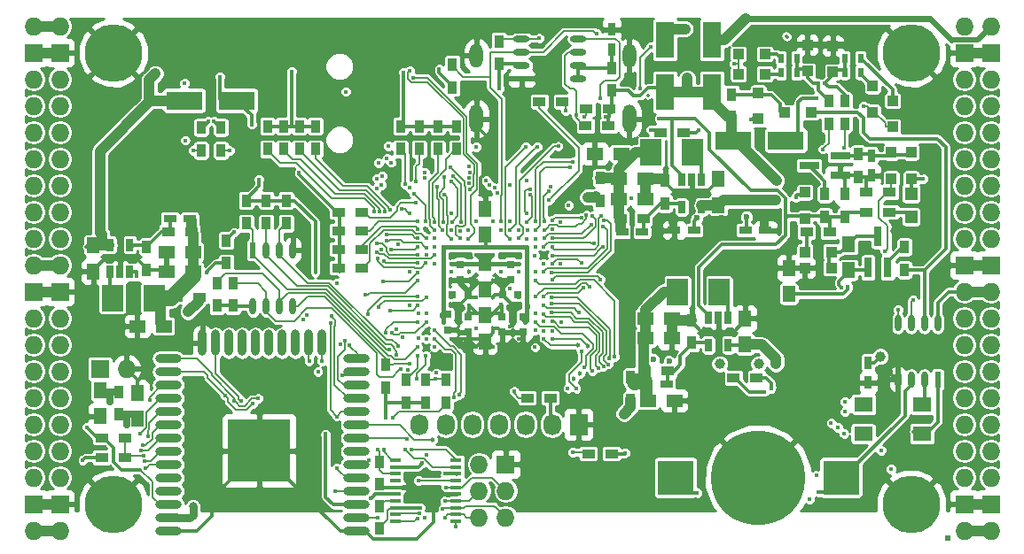
<source format=gbl>
G04 #@! TF.FileFunction,Copper,L4,Bot,Signal*
%FSLAX46Y46*%
G04 Gerber Fmt 4.6, Leading zero omitted, Abs format (unit mm)*
G04 Created by KiCad (PCBNEW 4.0.7+dfsg1-1) date Sat Feb 17 10:48:56 2018*
%MOMM*%
%LPD*%
G01*
G04 APERTURE LIST*
%ADD10C,0.100000*%
%ADD11O,1.727200X1.727200*%
%ADD12R,1.727200X1.727200*%
%ADD13R,0.500000X0.500000*%
%ADD14R,0.900000X1.200000*%
%ADD15R,1.800000X3.500000*%
%ADD16R,1.200000X0.900000*%
%ADD17R,2.000000X2.500000*%
%ADD18R,0.700000X1.200000*%
%ADD19R,1.250000X1.500000*%
%ADD20R,1.500000X1.250000*%
%ADD21R,0.800000X1.900000*%
%ADD22R,1.900000X0.800000*%
%ADD23R,1.200000X0.750000*%
%ADD24R,0.750000X1.200000*%
%ADD25C,5.500000*%
%ADD26R,1.000000X0.400000*%
%ADD27R,1.727200X2.032000*%
%ADD28O,1.727200X2.032000*%
%ADD29R,3.500000X1.800000*%
%ADD30R,3.500000X3.300000*%
%ADD31C,9.000000*%
%ADD32R,1.000000X1.000000*%
%ADD33O,1.300000X2.700000*%
%ADD34O,1.300000X2.300000*%
%ADD35R,0.600000X1.550000*%
%ADD36O,0.600000X1.550000*%
%ADD37R,1.550000X0.600000*%
%ADD38O,1.550000X0.600000*%
%ADD39O,2.500000X0.900000*%
%ADD40O,0.900000X2.500000*%
%ADD41R,6.000000X6.000000*%
%ADD42R,1.800000X1.400000*%
%ADD43R,1.200000X1.200000*%
%ADD44R,0.750000X0.800000*%
%ADD45R,0.800000X0.750000*%
%ADD46R,0.500000X0.900000*%
%ADD47C,0.400000*%
%ADD48C,1.000000*%
%ADD49C,0.600000*%
%ADD50C,0.454000*%
%ADD51C,0.800000*%
%ADD52C,0.700000*%
%ADD53C,0.300000*%
%ADD54C,0.500000*%
%ADD55C,0.190000*%
%ADD56C,1.000000*%
%ADD57C,0.600000*%
%ADD58C,0.400000*%
%ADD59C,0.800000*%
%ADD60C,0.700000*%
%ADD61C,1.500000*%
%ADD62C,0.127000*%
%ADD63C,1.200000*%
%ADD64C,0.200000*%
%ADD65C,0.254000*%
G04 APERTURE END LIST*
D10*
D11*
X97910000Y-62690000D03*
X95370000Y-62690000D03*
D12*
X97910000Y-65230000D03*
X95370000Y-65230000D03*
D11*
X97910000Y-67770000D03*
X95370000Y-67770000D03*
X97910000Y-70310000D03*
X95370000Y-70310000D03*
X97910000Y-72850000D03*
X95370000Y-72850000D03*
X97910000Y-75390000D03*
X95370000Y-75390000D03*
X97910000Y-77930000D03*
X95370000Y-77930000D03*
X97910000Y-80470000D03*
X95370000Y-80470000D03*
X97910000Y-83010000D03*
X95370000Y-83010000D03*
X97910000Y-85550000D03*
X95370000Y-85550000D03*
D12*
X97910000Y-88090000D03*
X95370000Y-88090000D03*
D11*
X97910000Y-90630000D03*
X95370000Y-90630000D03*
X97910000Y-93170000D03*
X95370000Y-93170000D03*
X97910000Y-95710000D03*
X95370000Y-95710000D03*
X97910000Y-98250000D03*
X95370000Y-98250000D03*
X97910000Y-100790000D03*
X95370000Y-100790000D03*
X97910000Y-103330000D03*
X95370000Y-103330000D03*
X97910000Y-105870000D03*
X95370000Y-105870000D03*
D12*
X97910000Y-108410000D03*
X95370000Y-108410000D03*
D11*
X97910000Y-110950000D03*
X95370000Y-110950000D03*
D13*
X182675150Y-111637626D03*
D14*
X103498000Y-99858000D03*
X103498000Y-97658000D03*
D15*
X155695000Y-69000000D03*
X155695000Y-64000000D03*
D16*
X157430000Y-72850000D03*
X155230000Y-72850000D03*
D17*
X160870000Y-88090000D03*
X156870000Y-88090000D03*
D18*
X159825000Y-90600000D03*
X160775000Y-90600000D03*
X161725000Y-90600000D03*
X161725000Y-93200000D03*
X159825000Y-93200000D03*
D17*
X102895000Y-88725000D03*
X106895000Y-88725000D03*
D18*
X104575000Y-86215000D03*
X103625000Y-86215000D03*
X102675000Y-86215000D03*
X102675000Y-83615000D03*
X104575000Y-83615000D03*
D17*
X158330000Y-74755000D03*
X154330000Y-74755000D03*
D18*
X157285000Y-77392000D03*
X158235000Y-77392000D03*
X159185000Y-77392000D03*
X159185000Y-79992000D03*
X157285000Y-79992000D03*
D19*
X101085000Y-83665000D03*
X101085000Y-86165000D03*
D20*
X153810000Y-90630000D03*
X156310000Y-90630000D03*
X153810000Y-92535000D03*
X156310000Y-92535000D03*
D19*
X163315000Y-93150000D03*
X163315000Y-90650000D03*
D20*
X151270000Y-79200000D03*
X153770000Y-79200000D03*
X151270000Y-77295000D03*
X153770000Y-77295000D03*
D19*
X160775000Y-79815000D03*
X160775000Y-77315000D03*
D20*
X110590000Y-84280000D03*
X108090000Y-84280000D03*
X110590000Y-86185000D03*
X108090000Y-86185000D03*
D19*
X173221000Y-86038000D03*
X173221000Y-83538000D03*
D21*
X176965000Y-85780000D03*
X175065000Y-85780000D03*
X176015000Y-82780000D03*
D22*
X172435000Y-75075000D03*
X172435000Y-76975000D03*
X169435000Y-76025000D03*
D23*
X153910000Y-96910000D03*
X155810000Y-96910000D03*
X151570000Y-82375000D03*
X153470000Y-82375000D03*
X110290000Y-81105000D03*
X108390000Y-81105000D03*
D24*
X175380000Y-75075000D03*
X175380000Y-76975000D03*
D16*
X169200000Y-82375000D03*
X171400000Y-82375000D03*
D14*
X172840000Y-80935000D03*
X172840000Y-78735000D03*
D16*
X177115000Y-80470000D03*
X174915000Y-80470000D03*
D14*
X174110000Y-74925000D03*
X174110000Y-77125000D03*
X178555000Y-83815000D03*
X178555000Y-86015000D03*
X113785000Y-83180000D03*
X113785000Y-85380000D03*
X170935000Y-80935000D03*
X170935000Y-78735000D03*
X128390000Y-108580000D03*
X128390000Y-110780000D03*
D16*
X150572000Y-103584000D03*
X148372000Y-103584000D03*
X177115000Y-78565000D03*
X174915000Y-78565000D03*
X153760000Y-95640000D03*
X155960000Y-95640000D03*
X110440000Y-82375000D03*
X108240000Y-82375000D03*
X151420000Y-81105000D03*
X153620000Y-81105000D03*
D14*
X158235000Y-90800000D03*
X158235000Y-93000000D03*
X106165000Y-86015000D03*
X106165000Y-83815000D03*
X155695000Y-77465000D03*
X155695000Y-79665000D03*
D16*
X126696000Y-85804000D03*
X124496000Y-85804000D03*
X126696000Y-84026000D03*
X124496000Y-84026000D03*
X126696000Y-82248000D03*
X124496000Y-82248000D03*
X126696000Y-80470000D03*
X124496000Y-80470000D03*
D14*
X130422000Y-74458000D03*
X130422000Y-72258000D03*
X132200000Y-74458000D03*
X132200000Y-72258000D03*
X133978000Y-74458000D03*
X133978000Y-72258000D03*
X135756000Y-74458000D03*
X135756000Y-72258000D03*
D24*
X150589600Y-64910000D03*
X150589600Y-63010000D03*
D11*
X184270000Y-110950000D03*
X186810000Y-110950000D03*
D12*
X184270000Y-108410000D03*
X186810000Y-108410000D03*
D11*
X184270000Y-105870000D03*
X186810000Y-105870000D03*
X184270000Y-103330000D03*
X186810000Y-103330000D03*
X184270000Y-100790000D03*
X186810000Y-100790000D03*
X184270000Y-98250000D03*
X186810000Y-98250000D03*
X184270000Y-95710000D03*
X186810000Y-95710000D03*
X184270000Y-93170000D03*
X186810000Y-93170000D03*
X184270000Y-90630000D03*
X186810000Y-90630000D03*
X184270000Y-88090000D03*
X186810000Y-88090000D03*
D12*
X184270000Y-85550000D03*
X186810000Y-85550000D03*
D11*
X184270000Y-83010000D03*
X186810000Y-83010000D03*
X184270000Y-80470000D03*
X186810000Y-80470000D03*
X184270000Y-77930000D03*
X186810000Y-77930000D03*
X184270000Y-75390000D03*
X186810000Y-75390000D03*
X184270000Y-72850000D03*
X186810000Y-72850000D03*
X184270000Y-70310000D03*
X186810000Y-70310000D03*
X184270000Y-67770000D03*
X186810000Y-67770000D03*
D12*
X184270000Y-65230000D03*
X186810000Y-65230000D03*
D11*
X184270000Y-62690000D03*
X186810000Y-62690000D03*
D25*
X102990000Y-108410000D03*
X179190000Y-108410000D03*
X179190000Y-65230000D03*
X102990000Y-65230000D03*
D14*
X162045000Y-71410000D03*
X162045000Y-69210000D03*
X139820000Y-66330000D03*
X139820000Y-64130000D03*
X135375000Y-68532000D03*
X135375000Y-66332000D03*
X150615000Y-68870000D03*
X150615000Y-66670000D03*
D16*
X150275000Y-72215000D03*
X148075000Y-72215000D03*
X150380000Y-70600000D03*
X148180000Y-70600000D03*
D26*
X135735000Y-104215000D03*
X135735000Y-104865000D03*
X135735000Y-105515000D03*
X135735000Y-106165000D03*
X135735000Y-106815000D03*
X135735000Y-107465000D03*
X135735000Y-108115000D03*
X135735000Y-108765000D03*
X135735000Y-109415000D03*
X135735000Y-110065000D03*
X129935000Y-110065000D03*
X129935000Y-109415000D03*
X129935000Y-108765000D03*
X129935000Y-108115000D03*
X129935000Y-107465000D03*
X129935000Y-106815000D03*
X129935000Y-106165000D03*
X129935000Y-105515000D03*
X129935000Y-104865000D03*
X129935000Y-104215000D03*
D14*
X119500000Y-79370000D03*
X119500000Y-81570000D03*
X114420000Y-89444000D03*
X114420000Y-87244000D03*
X129025000Y-97275000D03*
X129025000Y-95075000D03*
X117595000Y-79370000D03*
X117595000Y-81570000D03*
X112896000Y-89444000D03*
X112896000Y-87244000D03*
X115690000Y-79370000D03*
X115690000Y-81570000D03*
D16*
X144730000Y-98250000D03*
X142530000Y-98250000D03*
D14*
X132835000Y-98715000D03*
X132835000Y-96515000D03*
X130930000Y-98715000D03*
X130930000Y-96515000D03*
D16*
X101890000Y-103965000D03*
X104090000Y-103965000D03*
D12*
X101720000Y-95456000D03*
D11*
X104260000Y-95456000D03*
D16*
X104090000Y-102060000D03*
X101890000Y-102060000D03*
D19*
X167506000Y-88324000D03*
X167506000Y-85824000D03*
D16*
X164415000Y-96345000D03*
X162215000Y-96345000D03*
D12*
X140455000Y-104600000D03*
D11*
X137915000Y-104600000D03*
X140455000Y-107140000D03*
X137915000Y-107140000D03*
X140455000Y-109680000D03*
X137915000Y-109680000D03*
D19*
X138500000Y-90370000D03*
X138500000Y-92870000D03*
X138500000Y-82670000D03*
X138500000Y-80170000D03*
X138500000Y-85370000D03*
X138500000Y-87870000D03*
X101720000Y-97508000D03*
X101720000Y-100008000D03*
D14*
X113277000Y-74585000D03*
X113277000Y-72385000D03*
X111372000Y-74585000D03*
X111372000Y-72385000D03*
X172840000Y-72045000D03*
X172840000Y-69845000D03*
X171316000Y-72045000D03*
X171316000Y-69845000D03*
D27*
X147440000Y-100790000D03*
D28*
X144900000Y-100790000D03*
X142360000Y-100790000D03*
X139820000Y-100790000D03*
X137280000Y-100790000D03*
X134740000Y-100790000D03*
X132200000Y-100790000D03*
D19*
X105276000Y-100262000D03*
X105276000Y-97762000D03*
D29*
X109761000Y-69802000D03*
X114761000Y-69802000D03*
X167212000Y-73612000D03*
X162212000Y-73612000D03*
D15*
X160140000Y-64000000D03*
X160140000Y-69000000D03*
D20*
X154064000Y-98504000D03*
X156564000Y-98504000D03*
X107796000Y-91392000D03*
X105296000Y-91392000D03*
X151484000Y-74882000D03*
X148984000Y-74882000D03*
D14*
X134740000Y-96515000D03*
X134740000Y-98715000D03*
D30*
X172485000Y-105870000D03*
X156685000Y-105870000D03*
D31*
X164585000Y-105870000D03*
D32*
X169284000Y-66988000D03*
X169284000Y-64488000D03*
X171697000Y-67081000D03*
X171697000Y-64581000D03*
X169050000Y-84280000D03*
X171550000Y-84280000D03*
X169030000Y-81085000D03*
X169030000Y-78585000D03*
X171550000Y-85804000D03*
X169050000Y-85804000D03*
X179190000Y-77275000D03*
X179190000Y-74775000D03*
X177285000Y-74775000D03*
X177285000Y-77275000D03*
X167145000Y-70945000D03*
X169645000Y-70945000D03*
X164585000Y-69060000D03*
X164585000Y-71560000D03*
D14*
X128390000Y-106546000D03*
X128390000Y-104346000D03*
X117722000Y-74458000D03*
X117722000Y-72258000D03*
X119246000Y-74458000D03*
X119246000Y-72258000D03*
X120770000Y-74458000D03*
X120770000Y-72258000D03*
X122294000Y-74458000D03*
X122294000Y-72258000D03*
D16*
X145880000Y-69900000D03*
X143680000Y-69900000D03*
D33*
X152280000Y-71550000D03*
X137680000Y-71550000D03*
D34*
X137680000Y-65500000D03*
X152280000Y-65500000D03*
D35*
X181730000Y-96505000D03*
D36*
X180460000Y-96505000D03*
X179190000Y-96505000D03*
X177920000Y-96505000D03*
X177920000Y-91105000D03*
X179190000Y-91105000D03*
X180460000Y-91105000D03*
X181730000Y-91105000D03*
D37*
X141980000Y-67706500D03*
D38*
X141980000Y-66436500D03*
X141980000Y-65166500D03*
X141980000Y-63896500D03*
X147380000Y-63896500D03*
X147380000Y-65166500D03*
X147380000Y-66436500D03*
X147380000Y-67706500D03*
D35*
X116325000Y-84120000D03*
D36*
X117595000Y-84120000D03*
X118865000Y-84120000D03*
X120135000Y-84120000D03*
X120135000Y-89520000D03*
X118865000Y-89520000D03*
X117595000Y-89520000D03*
X116325000Y-89520000D03*
D39*
X126230000Y-111000000D03*
X126230000Y-109730000D03*
X126230000Y-108460000D03*
X126230000Y-107190000D03*
X126230000Y-105920000D03*
X126230000Y-104650000D03*
X126230000Y-103380000D03*
X126230000Y-102110000D03*
X126230000Y-100840000D03*
X126230000Y-99570000D03*
X126230000Y-98300000D03*
X126230000Y-97030000D03*
X126230000Y-95760000D03*
X126230000Y-94490000D03*
D40*
X122945000Y-93000000D03*
X121675000Y-93000000D03*
X120405000Y-93000000D03*
X119135000Y-93000000D03*
X117865000Y-93000000D03*
X116595000Y-93000000D03*
X115325000Y-93000000D03*
X114055000Y-93000000D03*
X112785000Y-93000000D03*
X111515000Y-93000000D03*
D39*
X108230000Y-94490000D03*
X108230000Y-95760000D03*
X108230000Y-97030000D03*
X108230000Y-98300000D03*
X108230000Y-99570000D03*
X108230000Y-100840000D03*
X108230000Y-102110000D03*
X108230000Y-103380000D03*
X108230000Y-104650000D03*
X108230000Y-105920000D03*
X108230000Y-107190000D03*
X108230000Y-108460000D03*
X108230000Y-109730000D03*
X108230000Y-111000000D03*
D41*
X116930000Y-103300000D03*
D42*
X180212000Y-98882000D03*
X174612000Y-98882000D03*
X174612000Y-101682000D03*
X180212000Y-101682000D03*
D43*
X179190000Y-78735000D03*
X179190000Y-80935000D03*
D44*
X140900000Y-86970000D03*
X140900000Y-85470000D03*
X136100000Y-86970000D03*
X136100000Y-85470000D03*
X136900000Y-91970000D03*
X136900000Y-90470000D03*
X140100000Y-91970000D03*
X140100000Y-90470000D03*
X142100000Y-91970000D03*
X142100000Y-90470000D03*
X134900000Y-91770000D03*
X134900000Y-90270000D03*
D45*
X136850000Y-88420000D03*
X135350000Y-88420000D03*
X140150000Y-88420000D03*
X141650000Y-88420000D03*
D23*
X163350000Y-82220000D03*
X165250000Y-82220000D03*
X158450000Y-82220000D03*
X156550000Y-82220000D03*
D24*
X175100000Y-94870000D03*
X175100000Y-96770000D03*
D46*
X166756000Y-67135000D03*
X168256000Y-67135000D03*
X174350000Y-67120000D03*
X172850000Y-67120000D03*
D32*
X162700000Y-67262000D03*
X165200000Y-67262000D03*
X165200000Y-65357000D03*
X162700000Y-65357000D03*
X175507000Y-70925000D03*
X175507000Y-68425000D03*
X177412000Y-69822000D03*
X177412000Y-72322000D03*
D46*
X166756000Y-65738000D03*
X168256000Y-65738000D03*
X172852000Y-65738000D03*
X174352000Y-65738000D03*
D14*
X152393000Y-96261000D03*
X152393000Y-98461000D03*
D16*
X109002000Y-88598000D03*
X111202000Y-88598000D03*
D14*
X149472000Y-77211000D03*
X149472000Y-79411000D03*
D47*
X173856000Y-71538990D03*
D48*
X164947008Y-63194069D03*
X175494572Y-64322557D03*
D47*
X135342764Y-89381630D03*
X144103496Y-84660400D03*
D48*
X177658444Y-82281349D03*
D47*
X145680000Y-81405125D03*
X145691238Y-94166752D03*
X145759873Y-91010176D03*
D49*
X152525938Y-81463870D03*
D48*
X162956098Y-95078488D03*
X158539988Y-94868772D03*
D49*
X161075765Y-80992022D03*
X164882869Y-80938986D03*
X156262773Y-81349374D03*
X123437000Y-108972000D03*
D47*
X132871770Y-84533979D03*
X132862998Y-82124544D03*
X131278306Y-86213101D03*
X135281276Y-80583119D03*
X131279502Y-89407325D03*
X170309539Y-85441529D03*
X145672808Y-85396062D03*
X133216000Y-107465000D03*
X137680000Y-88600000D03*
X142480000Y-95000000D03*
X141680000Y-92600000D03*
X140836000Y-84534000D03*
X135284627Y-94985297D03*
X135288625Y-94225619D03*
X134455822Y-94267172D03*
X136095958Y-93369652D03*
D50*
X139264636Y-91615205D03*
D48*
X116880503Y-64802940D03*
X106974809Y-64953974D03*
D47*
X177285000Y-95710000D03*
X140880000Y-81400000D03*
X140874194Y-91433353D03*
X142480000Y-94200000D03*
X140880000Y-93400000D03*
X139280000Y-93400000D03*
X137680000Y-93400000D03*
X136880000Y-92600000D03*
X135280000Y-92600000D03*
X132880000Y-91800000D03*
X132880000Y-93400000D03*
D50*
X141042859Y-86994997D03*
X139280000Y-87000000D03*
X136110990Y-86995403D03*
X137680000Y-87000000D03*
X136080000Y-84600000D03*
X139280000Y-88600000D03*
D48*
X157807568Y-67669269D03*
X101707889Y-82423180D03*
X107021491Y-67228122D03*
X166284693Y-95025145D03*
X166248957Y-79348409D03*
X166343357Y-77477990D03*
D47*
X172564535Y-87722010D03*
X150030853Y-71331848D03*
D48*
X157600000Y-62944000D03*
X148268387Y-79050018D03*
D47*
X134124945Y-66775980D03*
X139864366Y-68665673D03*
X137659051Y-91638034D03*
X135273306Y-88618602D03*
X135280000Y-86200000D03*
X135280000Y-85440000D03*
X158870000Y-72596000D03*
X114513935Y-82409431D03*
X116912932Y-77355158D03*
X109760378Y-68177900D03*
X109840000Y-73620000D03*
X132110753Y-92527478D03*
X113658000Y-89360000D03*
X165803369Y-97344883D03*
D48*
X160905403Y-95006436D03*
D49*
X158731133Y-81048929D03*
X154593901Y-94607945D03*
X156088245Y-94762980D03*
D48*
X164625730Y-94982471D03*
D49*
X163462982Y-80942429D03*
D48*
X176254940Y-94288458D03*
D51*
X110593913Y-108636458D03*
D47*
X180340784Y-77316932D03*
X173137949Y-87594275D03*
D52*
X102710050Y-98594954D03*
D47*
X129005202Y-100174798D03*
X172834633Y-99599920D03*
X172879922Y-98618650D03*
X176305593Y-103279812D03*
X100080000Y-104200000D03*
X139272517Y-84611349D03*
X137680556Y-84534085D03*
X141680000Y-86200000D03*
X132880000Y-92600000D03*
X141680000Y-88600000D03*
X141680000Y-85400000D03*
X129983242Y-91668979D03*
X121431221Y-90311593D03*
X121088335Y-90753785D03*
X130583026Y-92475628D03*
X146394787Y-97333919D03*
X143300000Y-86220000D03*
X147175985Y-97333919D03*
X147700000Y-93820000D03*
X144900000Y-91820000D03*
X142277990Y-91000000D03*
D48*
X110128890Y-90028152D03*
D47*
X142480000Y-83800000D03*
X134480000Y-83800000D03*
X134480000Y-91000000D03*
X125193541Y-68962993D03*
X155115280Y-71563465D03*
X105245010Y-86595559D03*
X170182962Y-69571012D03*
X170362901Y-107286196D03*
X158716651Y-107325176D03*
X136028224Y-97922729D03*
X128216338Y-109760338D03*
X132708000Y-109680000D03*
X134750646Y-106810513D03*
X133680000Y-91800000D03*
X135517016Y-98167170D03*
X134675868Y-108131585D03*
D50*
X133449289Y-102232615D03*
D47*
X133680000Y-92600000D03*
X132936956Y-103711000D03*
X127385678Y-104203668D03*
X133685482Y-93402296D03*
X134463998Y-108841973D03*
X131986331Y-96404793D03*
X131039072Y-102187000D03*
X134636872Y-109719950D03*
X132846234Y-94197073D03*
X176700000Y-84220000D03*
X143260000Y-84620000D03*
X120739932Y-76694083D03*
X130704878Y-67105564D03*
X147983153Y-71347080D03*
X149475951Y-69619684D03*
X147186000Y-71200000D03*
X121687479Y-94718249D03*
X128776655Y-87127857D03*
X132083026Y-86260405D03*
X113700000Y-98020000D03*
X116325960Y-98790853D03*
X122932649Y-94724357D03*
X124849021Y-96102869D03*
X122527919Y-95725900D03*
X116198000Y-72088000D03*
X127586603Y-107875044D03*
X113157250Y-67567056D03*
X146180000Y-70800000D03*
X131453853Y-103208291D03*
X149771692Y-81825658D03*
X144080000Y-86200000D03*
X149533922Y-86909940D03*
X144894316Y-86977564D03*
X144896700Y-83835368D03*
X149549750Y-80868432D03*
D50*
X147343891Y-93217126D03*
D47*
X144113248Y-92588762D03*
X144875155Y-86292748D03*
X149846468Y-81303978D03*
X148696112Y-80861847D03*
X144916886Y-82991356D03*
D50*
X148349010Y-93322307D03*
D47*
X144882352Y-92577990D03*
X144902941Y-90956495D03*
X148747982Y-95669626D03*
X144867244Y-90112484D03*
X149795895Y-95251084D03*
X144855814Y-89268481D03*
X150278898Y-95040253D03*
X150345974Y-94517527D03*
X144877648Y-88622010D03*
X150889207Y-94332565D03*
X143280000Y-87000000D03*
X130211351Y-93284273D03*
X131084713Y-95564177D03*
X130422000Y-95456000D03*
X131316164Y-94959140D03*
X130053332Y-94113207D03*
X132031990Y-93400000D03*
X129371747Y-93601166D03*
X141280657Y-97642010D03*
X133852393Y-95875797D03*
X133762848Y-96395146D03*
X132080000Y-94200000D03*
X128622659Y-84064643D03*
X105895603Y-103765816D03*
X130839477Y-103208987D03*
X129449238Y-89873934D03*
X132075624Y-89410644D03*
X128806823Y-103185900D03*
X128312094Y-89556924D03*
X132162861Y-106185868D03*
X132880000Y-88600000D03*
X127040053Y-88426410D03*
X124322162Y-105002357D03*
X132080000Y-87000000D03*
X125525099Y-93236764D03*
X124202418Y-107207639D03*
X110599084Y-74589383D03*
X132024412Y-109766775D03*
X114104080Y-74612196D03*
X132219727Y-109277292D03*
X115190634Y-98572389D03*
X131847310Y-79589886D03*
X132080000Y-81400000D03*
X132080007Y-82103333D03*
X132872609Y-82968555D03*
X133627359Y-81414685D03*
X133648389Y-82190597D03*
X131923295Y-77584853D03*
X130856828Y-77786820D03*
X129555604Y-91985990D03*
X132880000Y-91000000D03*
X129028593Y-91985999D03*
X132077338Y-91002010D03*
X131275302Y-80595752D03*
X130489904Y-80167235D03*
X128823114Y-85153560D03*
X132072985Y-85377990D03*
X133876016Y-78047133D03*
X134433979Y-82180155D03*
X163908850Y-71651861D03*
X135656559Y-110610712D03*
X132468001Y-104503413D03*
X146844288Y-103452739D03*
D52*
X104260000Y-100790000D03*
D47*
X114560994Y-98539563D03*
X116800000Y-98320000D03*
X111895217Y-86253790D03*
X165170594Y-97666317D03*
X170157734Y-105666345D03*
X169506589Y-107953726D03*
X142571021Y-82204353D03*
X143287402Y-83042010D03*
X170735900Y-74464979D03*
X168166438Y-79108038D03*
X151896383Y-103510715D03*
X112614274Y-71803529D03*
X112074854Y-71810535D03*
X143269694Y-93414905D03*
X177274002Y-105079115D03*
X172761273Y-101651681D03*
X143280000Y-91800000D03*
X172193360Y-101105663D03*
X144064831Y-91877646D03*
X144080000Y-90956495D03*
X171540304Y-100645743D03*
X135277990Y-82193851D03*
X129493343Y-75737814D03*
X136124555Y-82260038D03*
X129125079Y-75315804D03*
X135175257Y-76183471D03*
X136080000Y-83000000D03*
X129252218Y-74142461D03*
X142452365Y-77452681D03*
X142460000Y-83020000D03*
X172746637Y-74347988D03*
X143280000Y-83800000D03*
X170300000Y-68151000D03*
X170950000Y-68125562D03*
X125110333Y-92787995D03*
X124361185Y-87274371D03*
X124361184Y-87274370D03*
X182675150Y-111637626D03*
X166678914Y-70803555D03*
X123273881Y-101715917D03*
X129660000Y-100155000D03*
X127308270Y-90221456D03*
X132084049Y-88558274D03*
X128280000Y-103200000D03*
X120008000Y-67008000D03*
X133680000Y-83000000D03*
X129457990Y-80285112D03*
X133680000Y-83800000D03*
X128943593Y-80399729D03*
X130204628Y-83599483D03*
X128416582Y-80399850D03*
X127889625Y-80407426D03*
X133680000Y-85400000D03*
X140896226Y-87816226D03*
X140038941Y-89350966D03*
X136944530Y-89373464D03*
D50*
X136938110Y-86196311D03*
D47*
X140014602Y-86192969D03*
X139285803Y-90177691D03*
X137689001Y-90122990D03*
D48*
X151758000Y-99774000D03*
D47*
X136885174Y-90194826D03*
X140094890Y-90122990D03*
X128333179Y-75769807D03*
X134613000Y-78819000D03*
X135280000Y-83022010D03*
X154298000Y-72596000D03*
X100450000Y-101044000D03*
X132285867Y-108754446D03*
X134707351Y-105508447D03*
X139280000Y-81400000D03*
X139655424Y-78608374D03*
X139379957Y-78147460D03*
X138920852Y-77888686D03*
X138601223Y-77469664D03*
X137620226Y-74221760D03*
X137680000Y-81400000D03*
X136970301Y-76084594D03*
X137008313Y-76692245D03*
X136991219Y-77219258D03*
X136991219Y-77746651D03*
X135473100Y-77078127D03*
X136160979Y-81416027D03*
X135235465Y-77548522D03*
X135316968Y-81442010D03*
X134629088Y-77130506D03*
X134471370Y-81406751D03*
D50*
X146942280Y-96452058D03*
X147534467Y-95913260D03*
D47*
X147928857Y-95339016D03*
X143322010Y-91000657D03*
X149284391Y-95377990D03*
X144077013Y-90266968D03*
X147430953Y-90112484D03*
X144076240Y-89395301D03*
X143322010Y-90201951D03*
X147910791Y-87683418D03*
X144082832Y-88584510D03*
X143322010Y-88595030D03*
X148483539Y-87608166D03*
X144102010Y-85397219D03*
X144889349Y-85448737D03*
X147687390Y-85374093D03*
X149732494Y-83807694D03*
X144912409Y-84635817D03*
X148921512Y-83442010D03*
X144103186Y-83777990D03*
X144131413Y-83000000D03*
X148610661Y-81705858D03*
X144888125Y-82147345D03*
X144176662Y-82199998D03*
X148175253Y-80781550D03*
X147688311Y-80983115D03*
X144880008Y-81303333D03*
X142773842Y-78808575D03*
X142460000Y-81420000D03*
X142766742Y-78281611D03*
X142460000Y-80620000D03*
X144568886Y-78517622D03*
X144175043Y-81398770D03*
X144786095Y-78037454D03*
X146587441Y-76174058D03*
X143332651Y-82197990D03*
X146901448Y-75654906D03*
X143331031Y-81377293D03*
X145475531Y-74189389D03*
X141727010Y-82998875D03*
X141727010Y-82194937D03*
X140028978Y-82200000D03*
X140857990Y-77894044D03*
X142390990Y-74236149D03*
X140861329Y-83041266D03*
X143457010Y-74219135D03*
X140872990Y-82177164D03*
X132761172Y-77202673D03*
X132737245Y-76676207D03*
X128644933Y-77050030D03*
X128152012Y-77257840D03*
X128125571Y-78233647D03*
X128590544Y-77894041D03*
X131253134Y-78134216D03*
X106477197Y-98487772D03*
X131709326Y-78745875D03*
X132783339Y-81400004D03*
X132079024Y-82984045D03*
X129109095Y-82655074D03*
X105572759Y-101661319D03*
X106276126Y-101893466D03*
X132880889Y-83897835D03*
X129054383Y-83179239D03*
X129487667Y-84079929D03*
X132083682Y-83828056D03*
X105813763Y-102819336D03*
X128165458Y-83509725D03*
X132062099Y-84533979D03*
X105627254Y-103312241D03*
X128182016Y-84353737D03*
X105992720Y-104283802D03*
X133671942Y-84595200D03*
X128207686Y-84880123D03*
X106088753Y-104974041D03*
X132834641Y-85377990D03*
X123714874Y-91057383D03*
X124326000Y-100028000D03*
X124681087Y-93093755D03*
X132900000Y-90180000D03*
X123846546Y-90451525D03*
X132100000Y-90157990D03*
X137020172Y-78350165D03*
X162271466Y-66284958D03*
X136900000Y-82220000D03*
X131329207Y-66928055D03*
X174611510Y-70367022D03*
X136900000Y-83020000D03*
X131644095Y-67620000D03*
X177926984Y-89812061D03*
X153297112Y-68665673D03*
X154329326Y-64643767D03*
X152497066Y-79193467D03*
X146481406Y-79819384D03*
X143650666Y-63862520D03*
X179351513Y-88868327D03*
X149134122Y-63424051D03*
X140035989Y-81400000D03*
X144568886Y-79361633D03*
D53*
X154044000Y-69310596D02*
X154052298Y-69302298D01*
X167336000Y-63706000D02*
X167252000Y-63622000D01*
X138630000Y-76684175D02*
X138102251Y-77211924D01*
X138102251Y-77211924D02*
X138102251Y-78722251D01*
X137680000Y-72250000D02*
X138630000Y-73200000D01*
X138630000Y-73200000D02*
X138630000Y-76684175D01*
X138102251Y-78722251D02*
X138500000Y-79120000D01*
X138500000Y-79120000D02*
X138500000Y-80170000D01*
X137680000Y-71550000D02*
X137680000Y-72250000D01*
X175494572Y-64322557D02*
X166075496Y-64322557D01*
X166075496Y-64322557D02*
X165447007Y-63694068D01*
X165447007Y-63694068D02*
X164947008Y-63194069D01*
X164882869Y-80938986D02*
X164882869Y-81852869D01*
X164882869Y-81852869D02*
X165250000Y-82220000D01*
X156550000Y-82220000D02*
X156550000Y-82895000D01*
X156550000Y-82895000D02*
X155822000Y-83623000D01*
X155822000Y-83623000D02*
X155822000Y-83645000D01*
X156262773Y-81349374D02*
X156262773Y-81932773D01*
X156262773Y-81932773D02*
X156550000Y-82220000D01*
X139264636Y-91615205D02*
X139745205Y-91615205D01*
X139745205Y-91615205D02*
X140100000Y-91970000D01*
D54*
X140150000Y-88420000D02*
X140150000Y-87606614D01*
X140150000Y-87606614D02*
X139543386Y-87000000D01*
D53*
X139543386Y-87000000D02*
X139280000Y-87000000D01*
X140150000Y-88420000D02*
X140150000Y-87618935D01*
D54*
X140150000Y-87618935D02*
X140773938Y-86994997D01*
D53*
X140773938Y-86994997D02*
X141042859Y-86994997D01*
X137680000Y-87000000D02*
X137680000Y-87050000D01*
X137680000Y-87050000D02*
X138500000Y-87870000D01*
X139280000Y-87000000D02*
X139280000Y-87090000D01*
X139280000Y-87090000D02*
X138500000Y-87870000D01*
X140150000Y-88420000D02*
X141150000Y-89420000D01*
X140150000Y-88420000D02*
X139460000Y-88420000D01*
X139460000Y-88420000D02*
X139280000Y-88600000D01*
X137680000Y-87000000D02*
X137680000Y-87298789D01*
D54*
X137680000Y-87298789D02*
X136850000Y-88128789D01*
D53*
X136850000Y-88128789D02*
X136850000Y-88420000D01*
X136110990Y-86995403D02*
X136110990Y-87288031D01*
X136850000Y-88027041D02*
X136850000Y-88420000D01*
D54*
X136110990Y-87288031D02*
X136850000Y-88027041D01*
D53*
X136110990Y-86995403D02*
X137675403Y-86995403D01*
X137675403Y-86995403D02*
X137680000Y-87000000D01*
X135850000Y-90220000D02*
X135850000Y-89545000D01*
X135850000Y-89545000D02*
X136795000Y-88600000D01*
X136795000Y-88600000D02*
X137397158Y-88600000D01*
X137397158Y-88600000D02*
X137680000Y-88600000D01*
X153039876Y-83645000D02*
X155822000Y-83645000D01*
X152525938Y-83131062D02*
X153039876Y-83645000D01*
X152525938Y-81463870D02*
X152525938Y-83131062D01*
D55*
X138029000Y-66332000D02*
X138115000Y-66246000D01*
D53*
X133415999Y-107664999D02*
X133216000Y-107465000D01*
X133612013Y-107861013D02*
X133415999Y-107664999D01*
X131991648Y-111780338D02*
X133612013Y-110159973D01*
X127810434Y-111780338D02*
X131991648Y-111780338D01*
X133612013Y-110159973D02*
X133612013Y-107861013D01*
X127060434Y-111030338D02*
X127810434Y-111780338D01*
X126260434Y-111030338D02*
X127060434Y-111030338D01*
D56*
X184270000Y-108410000D02*
X186810000Y-108410000D01*
X184270000Y-85550000D02*
X186810000Y-85550000D01*
X184270000Y-65230000D02*
X186810000Y-65230000D01*
X95370000Y-65230000D02*
X97910000Y-65230000D01*
X95370000Y-88090000D02*
X97910000Y-88090000D01*
X95370000Y-108410000D02*
X97910000Y-108410000D01*
D53*
X108260434Y-111030338D02*
X109060434Y-111030338D01*
X109060434Y-111030338D02*
X109140772Y-110950000D01*
X110957617Y-110950000D02*
X112380000Y-109527617D01*
X109140772Y-110950000D02*
X110957617Y-110950000D01*
X112380000Y-109527617D02*
X112380000Y-107854384D01*
X112380000Y-107854384D02*
X116904046Y-103330338D01*
X116904046Y-103330338D02*
X116960434Y-103330338D01*
X167506000Y-85824000D02*
X169927068Y-85824000D01*
X169927068Y-85824000D02*
X170109540Y-85641528D01*
X170109540Y-85641528D02*
X170309539Y-85441529D01*
X104260000Y-95456000D02*
X105276000Y-96472000D01*
X105276000Y-96472000D02*
X105276000Y-97762000D01*
X133216000Y-107465000D02*
X132214478Y-107465000D01*
X135735000Y-107465000D02*
X133216000Y-107465000D01*
X132214478Y-107465000D02*
X131572496Y-106823018D01*
X131572496Y-106823018D02*
X129919874Y-106823018D01*
X126260434Y-111030338D02*
X124660659Y-111030338D01*
X124660659Y-111030338D02*
X116960659Y-103330338D01*
X116960659Y-103330338D02*
X116960434Y-103330338D01*
X129935000Y-106815000D02*
X128659000Y-106815000D01*
X128659000Y-106815000D02*
X128390000Y-106546000D01*
X128390000Y-106546000D02*
X128558000Y-106546000D01*
X136126306Y-93400000D02*
X136095958Y-93369652D01*
X136880000Y-92600000D02*
X136110348Y-93369652D01*
X136049652Y-93369652D02*
X136095958Y-93369652D01*
X137680000Y-93400000D02*
X136126306Y-93400000D01*
X135280000Y-92600000D02*
X136049652Y-93369652D01*
X136110348Y-93369652D02*
X136095958Y-93369652D01*
X139264636Y-92054364D02*
X139264636Y-91936231D01*
X139264636Y-91936231D02*
X139264636Y-91615205D01*
X138550000Y-92769000D02*
X139264636Y-92054364D01*
X136880000Y-92600000D02*
X137680000Y-93400000D01*
X136880000Y-92600000D02*
X138381000Y-92600000D01*
X138381000Y-92600000D02*
X138550000Y-92769000D01*
X135280000Y-92600000D02*
X136880000Y-92600000D01*
X138550000Y-92769000D02*
X138649000Y-92769000D01*
X138649000Y-92769000D02*
X139280000Y-93400000D01*
X138550000Y-92769000D02*
X138311000Y-92769000D01*
X138311000Y-92769000D02*
X137680000Y-93400000D01*
X177285000Y-95710000D02*
X177285000Y-95964000D01*
X177285000Y-95964000D02*
X177920000Y-96599000D01*
X102210000Y-84915000D02*
X103625000Y-84915000D01*
X103625000Y-84915000D02*
X105215000Y-84915000D01*
X103625000Y-86215000D02*
X103625000Y-84915000D01*
X105215000Y-84915000D02*
X106165000Y-85865000D01*
X106165000Y-85865000D02*
X106165000Y-86015000D01*
X101085000Y-86165000D02*
X101085000Y-86040000D01*
X101085000Y-86040000D02*
X102210000Y-84915000D01*
X106165000Y-86015000D02*
X107920000Y-86015000D01*
X107920000Y-86015000D02*
X108090000Y-86185000D01*
D56*
X153770000Y-77295000D02*
X155525000Y-77295000D01*
D53*
X155525000Y-77295000D02*
X155695000Y-77465000D01*
D56*
X153770000Y-79200000D02*
X153770000Y-77295000D01*
D53*
X174110000Y-77125000D02*
X174745000Y-77125000D01*
X174745000Y-77125000D02*
X175230000Y-77125000D01*
X174915000Y-78565000D02*
X174915000Y-77295000D01*
X174915000Y-77295000D02*
X174745000Y-77125000D01*
X172840000Y-78735000D02*
X172840000Y-77380000D01*
X172840000Y-77380000D02*
X172435000Y-76975000D01*
X175230000Y-77125000D02*
X175380000Y-76975000D01*
X172435000Y-76975000D02*
X173960000Y-76975000D01*
X173960000Y-76975000D02*
X174110000Y-77125000D01*
X159850000Y-78365000D02*
X158235000Y-78365000D01*
X158235000Y-78365000D02*
X156445000Y-78365000D01*
X158235000Y-77235000D02*
X158235000Y-78365000D01*
X160775000Y-77315000D02*
X160775000Y-77440000D01*
X160775000Y-77440000D02*
X159850000Y-78365000D01*
X156445000Y-78365000D02*
X155695000Y-77615000D01*
X155695000Y-77615000D02*
X155695000Y-77465000D01*
D56*
X156310000Y-90630000D02*
X156310000Y-92535000D01*
X158235000Y-90800000D02*
X156480000Y-90800000D01*
D53*
X156480000Y-90800000D02*
X156310000Y-90630000D01*
X163315000Y-90650000D02*
X163315000Y-90834602D01*
X163315000Y-90834602D02*
X162249602Y-91900000D01*
X162249602Y-91900000D02*
X160775000Y-91900000D01*
X101085000Y-86165000D02*
X101085000Y-85929893D01*
X106165000Y-85944374D02*
X106165000Y-86015000D01*
X159185000Y-91900000D02*
X160775000Y-91900000D01*
X160775000Y-90600000D02*
X160775000Y-91900000D01*
X158235000Y-90800000D02*
X158235000Y-90950000D01*
X158235000Y-90950000D02*
X159185000Y-91900000D01*
X108090000Y-84280000D02*
X108090000Y-86185000D01*
X107625000Y-84745000D02*
X108090000Y-84280000D01*
X108070000Y-84260000D02*
X108090000Y-84280000D01*
X141037856Y-87000000D02*
X141042859Y-86994997D01*
X139280000Y-87000000D02*
X141037856Y-87000000D01*
D56*
X162045000Y-71410000D02*
X162045000Y-71260000D01*
X155695000Y-69000000D02*
X157800000Y-69000000D01*
X157800000Y-69000000D02*
X160140000Y-69000000D01*
D53*
X157807568Y-68376375D02*
X157800000Y-68383943D01*
D56*
X157807568Y-67669269D02*
X157807568Y-68376375D01*
X157800000Y-68383943D02*
X157800000Y-69000000D01*
X101707889Y-74640111D02*
X101707889Y-81716074D01*
X106407114Y-69940886D02*
X101707889Y-74640111D01*
D53*
X101733051Y-82423180D02*
X101707889Y-82423180D01*
D56*
X101707889Y-81716074D02*
X101707889Y-82423180D01*
D53*
X101913492Y-82603621D02*
X101733051Y-82423180D01*
D56*
X106407114Y-69940886D02*
X106407114Y-67842499D01*
X106521492Y-67728121D02*
X107021491Y-67228122D01*
X106407114Y-67842499D02*
X106521492Y-67728121D01*
X166284693Y-94494693D02*
X166284693Y-95025145D01*
X164940000Y-93150000D02*
X166284693Y-94494693D01*
X163315000Y-93150000D02*
X164940000Y-93150000D01*
X165541851Y-79348409D02*
X166248957Y-79348409D01*
X161241591Y-79348409D02*
X165541851Y-79348409D01*
X160790000Y-79800000D02*
X161241591Y-79348409D01*
D53*
X150615000Y-68870000D02*
X152180000Y-68870000D01*
X153331001Y-69348999D02*
X152658999Y-69348999D01*
X152658999Y-69348999D02*
X152180000Y-68870000D01*
X154087002Y-68592998D02*
X155287998Y-68592998D01*
X153331001Y-69348999D02*
X154087002Y-68592998D01*
X155287998Y-68592998D02*
X155695000Y-69000000D01*
D56*
X162045000Y-71410000D02*
X162045000Y-73179633D01*
X162045000Y-73179633D02*
X165843358Y-76977991D01*
X165843358Y-76977991D02*
X166343357Y-77477990D01*
D53*
X101085000Y-83665000D02*
X101684316Y-83665000D01*
X101684316Y-83665000D02*
X101913492Y-83435824D01*
D56*
X101913492Y-83435824D02*
X101913492Y-82603621D01*
D53*
X172296000Y-87453475D02*
X172364536Y-87522011D01*
X172364536Y-87522011D02*
X172564535Y-87722010D01*
X172296000Y-87088000D02*
X172296000Y-87453475D01*
X173221000Y-86038000D02*
X173221000Y-86163000D01*
X173221000Y-86163000D02*
X172296000Y-87088000D01*
X150275000Y-71465000D02*
X150380000Y-71360000D01*
X150380000Y-71360000D02*
X150380000Y-70600000D01*
X150615000Y-70935000D02*
X150615000Y-69995990D01*
X150615000Y-69995990D02*
X150615000Y-68870000D01*
X150313695Y-71331848D02*
X150030853Y-71331848D01*
X150141848Y-71331848D02*
X150030853Y-71331848D01*
X150275000Y-71465000D02*
X150141848Y-71331848D01*
X150275000Y-72215000D02*
X150275000Y-71465000D01*
X160140000Y-69000000D02*
X160140000Y-69850000D01*
D56*
X160140000Y-69850000D02*
X161700000Y-71410000D01*
D53*
X110610000Y-69548000D02*
X110610000Y-69802000D01*
D56*
X109975000Y-69802000D02*
X106546000Y-69802000D01*
X106546000Y-69802000D02*
X106419000Y-69929000D01*
X106419000Y-69929000D02*
X106407114Y-69940886D01*
D53*
X106419000Y-69675000D02*
X106419000Y-69929000D01*
X100572432Y-83665000D02*
X100424079Y-83813353D01*
X101085000Y-83665000D02*
X100572432Y-83665000D01*
X160790000Y-79800000D02*
X160775000Y-79815000D01*
X160775000Y-79940000D02*
X160775000Y-79815000D01*
X164925000Y-93150000D02*
X164240000Y-93150000D01*
X164240000Y-93150000D02*
X163315000Y-93150000D01*
X101085000Y-83665000D02*
X101085000Y-83790000D01*
D56*
X159185000Y-79835000D02*
X160755000Y-79835000D01*
D53*
X160755000Y-79835000D02*
X160775000Y-79815000D01*
X161725000Y-93200000D02*
X163265000Y-93200000D01*
X163265000Y-93200000D02*
X163315000Y-93150000D01*
X173221000Y-86038000D02*
X174807000Y-86038000D01*
X174807000Y-86038000D02*
X175065000Y-85780000D01*
D56*
X101085000Y-83665000D02*
X102625000Y-83665000D01*
D53*
X102625000Y-83665000D02*
X102675000Y-83615000D01*
X161700000Y-71410000D02*
X162045000Y-71410000D01*
X162045000Y-71753000D02*
X162045000Y-71410000D01*
X155695000Y-64000000D02*
X155695000Y-63368337D01*
X155695000Y-63368337D02*
X156119337Y-62944000D01*
D56*
X156119337Y-62944000D02*
X157600000Y-62944000D01*
X160140000Y-64000000D02*
X161340000Y-64000000D01*
X161340000Y-64000000D02*
X163399217Y-61940783D01*
D57*
X163399217Y-61940783D02*
X180980783Y-61940783D01*
D54*
X185540000Y-63960000D02*
X186810000Y-62690000D01*
D57*
X180980783Y-61940783D02*
X183000000Y-63960000D01*
D54*
X183000000Y-63960000D02*
X185540000Y-63960000D01*
D56*
X149080093Y-79019093D02*
X149049168Y-79050018D01*
X148975493Y-79050018D02*
X148268387Y-79050018D01*
X149049168Y-79050018D02*
X148975493Y-79050018D01*
D53*
X149080093Y-79019093D02*
X149472000Y-79411000D01*
X135375000Y-68382000D02*
X134124945Y-67131945D01*
X135375000Y-68532000D02*
X135375000Y-68382000D01*
X134124945Y-67131945D02*
X134124945Y-67058822D01*
X134124945Y-67058822D02*
X134124945Y-66775980D01*
X139820000Y-66330000D02*
X139820000Y-68621307D01*
X139820000Y-68621307D02*
X139864366Y-68665673D01*
X163462982Y-80942429D02*
X163462982Y-82107018D01*
X163462982Y-82107018D02*
X163350000Y-82220000D01*
X158450000Y-82220000D02*
X158450000Y-81330062D01*
X158450000Y-81330062D02*
X158731133Y-81048929D01*
X175100000Y-94870000D02*
X175673398Y-94870000D01*
X175673398Y-94870000D02*
X176254940Y-94288458D01*
D58*
X135280000Y-85440000D02*
X135700000Y-85440000D01*
X135700000Y-85440000D02*
X138430000Y-85440000D01*
D53*
X136100000Y-85470000D02*
X135730000Y-85470000D01*
X135730000Y-85470000D02*
X135700000Y-85440000D01*
D58*
X141680000Y-85400000D02*
X140900000Y-85400000D01*
X140900000Y-85400000D02*
X138530000Y-85400000D01*
D53*
X140500000Y-85470000D02*
X140830000Y-85470000D01*
X140830000Y-85470000D02*
X140900000Y-85400000D01*
X138430000Y-85440000D02*
X138500000Y-85370000D01*
X138530000Y-85400000D02*
X138500000Y-85370000D01*
X158616000Y-72850000D02*
X158870000Y-72596000D01*
X157430000Y-72850000D02*
X158616000Y-72850000D01*
X113785000Y-83138366D02*
X114313936Y-82609430D01*
X113785000Y-83180000D02*
X113785000Y-83138366D01*
X114313936Y-82609430D02*
X114513935Y-82409431D01*
X116912932Y-77638000D02*
X116912932Y-77355158D01*
X116912932Y-77997068D02*
X116912932Y-77638000D01*
X115690000Y-79220000D02*
X116912932Y-77997068D01*
X115690000Y-79370000D02*
X115690000Y-79220000D01*
X112896000Y-89444000D02*
X113574000Y-89444000D01*
X113574000Y-89444000D02*
X113658000Y-89360000D01*
X114420000Y-89444000D02*
X113742000Y-89444000D01*
X113742000Y-89444000D02*
X113658000Y-89360000D01*
X112856637Y-89483363D02*
X112896000Y-89444000D01*
X179190000Y-78735000D02*
X179190000Y-77275000D01*
X165803369Y-96833369D02*
X165803369Y-97062041D01*
X165315000Y-96345000D02*
X165803369Y-96833369D01*
X165803369Y-97062041D02*
X165803369Y-97344883D01*
X164415000Y-96345000D02*
X165315000Y-96345000D01*
D59*
X110593913Y-109202143D02*
X110593913Y-108636458D01*
X110593913Y-109476859D02*
X110593913Y-109202143D01*
X110310434Y-109760338D02*
X110593913Y-109476859D01*
X108260434Y-109760338D02*
X110310434Y-109760338D01*
D53*
X179190000Y-77075000D02*
X179431932Y-77316932D01*
X179431932Y-77316932D02*
X180057942Y-77316932D01*
X180057942Y-77316932D02*
X180340784Y-77316932D01*
D56*
X184270000Y-110950000D02*
X186810000Y-110950000D01*
X184270000Y-88090000D02*
X186810000Y-88090000D01*
X95370000Y-62690000D02*
X97910000Y-62690000D01*
X95370000Y-85550000D02*
X97910000Y-85550000D01*
X95370000Y-110950000D02*
X97910000Y-110950000D01*
D53*
X129025000Y-97275000D02*
X129025000Y-98800000D01*
X129025000Y-98800000D02*
X129025000Y-100155000D01*
X130930000Y-98715000D02*
X129110000Y-98715000D01*
X129110000Y-98715000D02*
X129025000Y-98800000D01*
X167506000Y-88324000D02*
X172691066Y-88324000D01*
X172691066Y-88324000D02*
X173137949Y-87877117D01*
X173137949Y-87877117D02*
X173137949Y-87594275D01*
D60*
X102710050Y-97683950D02*
X102710050Y-98099980D01*
X102736000Y-97658000D02*
X102710050Y-97683950D01*
X102710050Y-98099980D02*
X102710050Y-98594954D01*
X102736000Y-97658000D02*
X101870000Y-97658000D01*
X103498000Y-97658000D02*
X102736000Y-97658000D01*
D53*
X101870000Y-97658000D02*
X101720000Y-97508000D01*
X129025000Y-100155000D02*
X129005202Y-100174798D01*
X129025000Y-97275000D02*
X129025000Y-98175000D01*
X132835000Y-98715000D02*
X130930000Y-98715000D01*
X138550000Y-85042000D02*
X138188471Y-85042000D01*
X138188471Y-85042000D02*
X137680556Y-84534085D01*
X138550000Y-85042000D02*
X138841866Y-85042000D01*
X138841866Y-85042000D02*
X139272517Y-84611349D01*
X137680556Y-84534085D02*
X139195253Y-84534085D01*
X139195253Y-84534085D02*
X139272517Y-84611349D01*
X181730000Y-89106000D02*
X182746000Y-88090000D01*
X182746000Y-88090000D02*
X184270000Y-88090000D01*
X181730000Y-91011000D02*
X181730000Y-89106000D01*
X144730000Y-98250000D02*
X144730000Y-99266000D01*
X144730000Y-99266000D02*
X144730000Y-99400000D01*
X144730000Y-99400000D02*
X144730000Y-100620000D01*
X122280000Y-86300000D02*
X122280000Y-81400000D01*
X122280000Y-81400000D02*
X120250000Y-79370000D01*
X120250000Y-79370000D02*
X119500000Y-79370000D01*
X100315000Y-103965000D02*
X100080000Y-104200000D01*
X101890000Y-103965000D02*
X100315000Y-103965000D01*
X117595000Y-79370000D02*
X119500000Y-79370000D01*
X115690000Y-79370000D02*
X117595000Y-79370000D01*
X114480000Y-89500000D02*
X116305000Y-89500000D01*
X116305000Y-89500000D02*
X116325000Y-89520000D01*
X144900000Y-98250000D02*
X144730000Y-98250000D01*
X144730000Y-100620000D02*
X144900000Y-100790000D01*
X139820000Y-66330000D02*
X141875000Y-66330000D01*
X141875000Y-66330000D02*
X141980000Y-66435000D01*
D55*
X146493162Y-96651096D02*
X146975986Y-97133920D01*
X146975986Y-97133920D02*
X147175985Y-97333919D01*
X147700000Y-93820000D02*
X147700000Y-94825565D01*
X147700000Y-94825565D02*
X146493162Y-96032403D01*
X146493162Y-96032403D02*
X146493162Y-96651096D01*
D53*
X156010000Y-95710000D02*
X156524914Y-95710000D01*
X156524914Y-95710000D02*
X157145126Y-95089788D01*
X157145126Y-95089788D02*
X157145126Y-94239874D01*
X157145126Y-94239874D02*
X158235000Y-93150000D01*
X158235000Y-93150000D02*
X158235000Y-93000000D01*
X155960000Y-95640000D02*
X155960000Y-96760000D01*
X155960000Y-96760000D02*
X155810000Y-96910000D01*
X158235000Y-93000000D02*
X159625000Y-93000000D01*
X159625000Y-93000000D02*
X159825000Y-93200000D01*
X142100000Y-90470000D02*
X142100000Y-90822010D01*
X142100000Y-90822010D02*
X142277990Y-91000000D01*
D58*
X134480000Y-90620000D02*
X134480000Y-90220000D01*
X134480000Y-90220000D02*
X134480000Y-83800000D01*
D53*
X134900000Y-90270000D02*
X134530000Y-90270000D01*
X134530000Y-90270000D02*
X134480000Y-90220000D01*
D58*
X142480000Y-83800000D02*
X142480000Y-89820000D01*
X142480000Y-89820000D02*
X142480000Y-90797990D01*
D53*
X142650000Y-89420000D02*
X142650000Y-89650000D01*
X142650000Y-89650000D02*
X142480000Y-89820000D01*
D58*
X134480000Y-91000000D02*
X134480000Y-90620000D01*
D53*
X134350000Y-90220000D02*
X134350000Y-90490000D01*
X134350000Y-90490000D02*
X134480000Y-90620000D01*
D58*
X142480000Y-90797990D02*
X142477989Y-90800001D01*
X142477989Y-90800001D02*
X142277990Y-91000000D01*
D56*
X111124699Y-88838819D02*
X111124699Y-89032343D01*
X111124699Y-89032343D02*
X110128890Y-90028152D01*
D58*
X137480000Y-83800000D02*
X138550000Y-83800000D01*
X138550000Y-83800000D02*
X142480000Y-83800000D01*
D53*
X138550000Y-83298000D02*
X138550000Y-83800000D01*
D58*
X134480000Y-83800000D02*
X137480000Y-83800000D01*
D53*
X156328929Y-71563465D02*
X155398122Y-71563465D01*
X156330000Y-71564536D02*
X156328929Y-71563465D01*
X155398122Y-71563465D02*
X155115280Y-71563465D01*
X156330000Y-71564536D02*
X158568523Y-71564536D01*
X157285000Y-77235000D02*
X157285000Y-76985000D01*
X157285000Y-76985000D02*
X156319773Y-76019773D01*
X156319773Y-76019773D02*
X156319773Y-71574763D01*
X156319773Y-71574763D02*
X156330000Y-71564536D01*
X158568523Y-71564536D02*
X159926293Y-72922306D01*
X159926293Y-72922306D02*
X159926293Y-74478638D01*
X159926293Y-74478638D02*
X163850815Y-78403160D01*
X163850815Y-78403160D02*
X166402566Y-78403160D01*
X166402566Y-78403160D02*
X167183550Y-79184144D01*
X167183550Y-79184144D02*
X167183550Y-81105000D01*
X105245010Y-86312717D02*
X105245010Y-86595559D01*
X105245010Y-86235010D02*
X105245010Y-86312717D01*
X104575000Y-86215000D02*
X105225000Y-86215000D01*
X105225000Y-86215000D02*
X105245010Y-86235010D01*
X167183550Y-81105000D02*
X167183550Y-82681450D01*
X166265000Y-83600000D02*
X161080000Y-83600000D01*
X167183550Y-82681450D02*
X166265000Y-83600000D01*
X161080000Y-83600000D02*
X158880000Y-85800000D01*
X158880000Y-85800000D02*
X158880000Y-89400000D01*
X158880000Y-89400000D02*
X159825000Y-90345000D01*
X159825000Y-90345000D02*
X159825000Y-90600000D01*
X169030000Y-80885000D02*
X167403550Y-80885000D01*
X167403550Y-80885000D02*
X167183550Y-81105000D01*
X168980000Y-80885000D02*
X169030000Y-80885000D01*
X169030000Y-80885000D02*
X170885000Y-80885000D01*
X170885000Y-80885000D02*
X170935000Y-80935000D01*
X170935000Y-80935000D02*
X171570000Y-80935000D01*
X171570000Y-80935000D02*
X172840000Y-80935000D01*
X171400000Y-82375000D02*
X171400000Y-81105000D01*
X171400000Y-81105000D02*
X171570000Y-80935000D01*
X174915000Y-80470000D02*
X173305000Y-80470000D01*
X173305000Y-80470000D02*
X172840000Y-80935000D01*
X155210000Y-79665000D02*
X155695000Y-79665000D01*
X153620000Y-81105000D02*
X153770000Y-81105000D01*
X153770000Y-81105000D02*
X155210000Y-79665000D01*
X153620000Y-81105000D02*
X153620000Y-82225000D01*
X153620000Y-82225000D02*
X153470000Y-82375000D01*
X155695000Y-79665000D02*
X157115000Y-79665000D01*
X155525000Y-79835000D02*
X155695000Y-79665000D01*
X157115000Y-79665000D02*
X157285000Y-79835000D01*
X104575000Y-83615000D02*
X105965000Y-83615000D01*
X104775000Y-83815000D02*
X104575000Y-83615000D01*
X108240000Y-82375000D02*
X107605000Y-82375000D01*
X107605000Y-82375000D02*
X106165000Y-83815000D01*
X105965000Y-83615000D02*
X106165000Y-83815000D01*
X108070000Y-82545000D02*
X108240000Y-82375000D01*
X108390000Y-81105000D02*
X108390000Y-82225000D01*
X108390000Y-82225000D02*
X108240000Y-82375000D01*
X168141000Y-73485000D02*
X168402683Y-73223317D01*
X168402683Y-73223317D02*
X168402683Y-69932420D01*
X168402683Y-69932420D02*
X168764091Y-69571012D01*
X168764091Y-69571012D02*
X169900120Y-69571012D01*
X169900120Y-69571012D02*
X170182962Y-69571012D01*
X170645743Y-107286196D02*
X170362901Y-107286196D01*
X171252736Y-107286196D02*
X170645743Y-107286196D01*
X178585200Y-99953732D02*
X171252736Y-107286196D01*
X178585200Y-97635600D02*
X178585200Y-99953732D01*
X179190000Y-97030800D02*
X178585200Y-97635600D01*
X179190000Y-96599000D02*
X179190000Y-97030800D01*
X158433809Y-107325176D02*
X158716651Y-107325176D01*
X158140176Y-107325176D02*
X158433809Y-107325176D01*
X156685000Y-105870000D02*
X158140176Y-107325176D01*
D55*
X136228223Y-97722730D02*
X136028224Y-97922729D01*
X136228223Y-94104329D02*
X136228223Y-97722730D01*
X135425772Y-93301878D02*
X136228223Y-94104329D01*
X135181878Y-93301878D02*
X135425772Y-93301878D01*
X133680000Y-91800000D02*
X135181878Y-93301878D01*
X126260434Y-109760338D02*
X128216338Y-109760338D01*
X126260434Y-109760338D02*
X127060434Y-109760338D01*
X127060434Y-109760338D02*
X127107096Y-109807000D01*
X137254415Y-105873269D02*
X139188269Y-105873269D01*
X139188269Y-105873269D02*
X140455000Y-107140000D01*
X135735000Y-106856777D02*
X135718950Y-106872827D01*
X135718950Y-106872827D02*
X135656636Y-106810513D01*
X135656636Y-106810513D02*
X135033488Y-106810513D01*
X135033488Y-106810513D02*
X134750646Y-106810513D01*
X137254415Y-105873269D02*
X136254857Y-106872827D01*
X135735000Y-106815000D02*
X135735000Y-106856777D01*
X136254857Y-106872827D02*
X135718950Y-106872827D01*
X135717015Y-94041442D02*
X135717015Y-97625405D01*
X135717015Y-97625405D02*
X135517016Y-97825404D01*
X135517016Y-97825404D02*
X135517016Y-97884328D01*
X135517016Y-97884328D02*
X135517016Y-98167170D01*
X133680000Y-92600000D02*
X134698889Y-93618889D01*
X134698889Y-93618889D02*
X135294462Y-93618889D01*
X135294462Y-93618889D02*
X135717015Y-94041442D01*
X133449289Y-102232615D02*
X131722624Y-102232615D01*
X127700434Y-100870338D02*
X126260434Y-100870338D01*
X131722624Y-102232615D02*
X130360347Y-100870338D01*
X130360347Y-100870338D02*
X127700434Y-100870338D01*
X135735000Y-108115000D02*
X136940000Y-108115000D01*
X136940000Y-108115000D02*
X137915000Y-107140000D01*
X135644172Y-108131585D02*
X134958710Y-108131585D01*
X134958710Y-108131585D02*
X134675868Y-108131585D01*
X135669098Y-108106659D02*
X135644172Y-108131585D01*
X135726659Y-108106659D02*
X135669098Y-108106659D01*
X135735000Y-108115000D02*
X135726659Y-108106659D01*
X126909008Y-104680338D02*
X127185679Y-104403667D01*
X126260434Y-104680338D02*
X126909008Y-104680338D01*
X127185679Y-104403667D02*
X127385678Y-104203668D01*
X135735000Y-108765000D02*
X136425000Y-108765000D01*
X136595601Y-108594399D02*
X139369399Y-108594399D01*
X139369399Y-108594399D02*
X139591401Y-108816401D01*
X136425000Y-108765000D02*
X136595601Y-108594399D01*
X139591401Y-108816401D02*
X140455000Y-109680000D01*
X134540971Y-108765000D02*
X134463998Y-108841973D01*
X135735000Y-108765000D02*
X134540971Y-108765000D01*
X132846234Y-94197073D02*
X132846234Y-95083073D01*
X132846234Y-95083073D02*
X131986331Y-95942976D01*
X131986331Y-95942976D02*
X131986331Y-96121951D01*
X131986331Y-96121951D02*
X131986331Y-96404793D01*
X126260434Y-102140338D02*
X130992410Y-102140338D01*
X130992410Y-102140338D02*
X131039072Y-102187000D01*
X136690000Y-109680000D02*
X137915000Y-109680000D01*
X135735000Y-109415000D02*
X136425000Y-109415000D01*
X136425000Y-109415000D02*
X136690000Y-109680000D01*
X134636872Y-109719950D02*
X134941822Y-109415000D01*
X134941822Y-109415000D02*
X135735000Y-109415000D01*
D53*
X169445000Y-70945000D02*
X174084740Y-70945000D01*
X174618000Y-72850000D02*
X175228045Y-73460045D01*
X174084740Y-70945000D02*
X174618000Y-71478260D01*
X174618000Y-71478260D02*
X174618000Y-72850000D01*
X181705045Y-73460045D02*
X182481998Y-74236998D01*
X175228045Y-73460045D02*
X181705045Y-73460045D01*
X182481998Y-74236998D02*
X182481998Y-83998002D01*
X182481998Y-83998002D02*
X180460000Y-86020000D01*
X180455000Y-86015000D02*
X180460000Y-86020000D01*
X180460000Y-86020000D02*
X180460000Y-91011000D01*
X178555000Y-86015000D02*
X180455000Y-86015000D01*
X176015000Y-82780000D02*
X173979000Y-82780000D01*
X173979000Y-82780000D02*
X173221000Y-83538000D01*
X171350000Y-84280000D02*
X172479000Y-84280000D01*
X172479000Y-84280000D02*
X173221000Y-83538000D01*
X171350000Y-84280000D02*
X171350000Y-85804000D01*
X177285000Y-74975000D02*
X179190000Y-74975000D01*
X175380000Y-75075000D02*
X177185000Y-75075000D01*
X177185000Y-75075000D02*
X177285000Y-74975000D01*
X174110000Y-74925000D02*
X175230000Y-74925000D01*
X175230000Y-74925000D02*
X175380000Y-75075000D01*
X172435000Y-75075000D02*
X173960000Y-75075000D01*
X173960000Y-75075000D02*
X174110000Y-74925000D01*
X169200000Y-82375000D02*
X169200000Y-84230000D01*
X169200000Y-84230000D02*
X169250000Y-84280000D01*
X177115000Y-80470000D02*
X178725000Y-80470000D01*
X178725000Y-80470000D02*
X179190000Y-80935000D01*
X178380000Y-83815000D02*
X178555000Y-83815000D01*
X176965000Y-85780000D02*
X176965000Y-85230000D01*
X176965000Y-85230000D02*
X178380000Y-83815000D01*
X181730000Y-100536000D02*
X180784000Y-101482000D01*
X180784000Y-101482000D02*
X179412000Y-101482000D01*
X181730000Y-96599000D02*
X181730000Y-100536000D01*
X180460000Y-96599000D02*
X180460000Y-99057757D01*
X180460000Y-99057757D02*
X180446075Y-99071682D01*
X170935000Y-78735000D02*
X170935000Y-77525000D01*
X170935000Y-77525000D02*
X169435000Y-76025000D01*
D55*
X177115000Y-78565000D02*
X176965000Y-78565000D01*
X176965000Y-78565000D02*
X176100000Y-79430000D01*
X176100000Y-79430000D02*
X176100000Y-80981630D01*
X176100000Y-80981630D02*
X176936434Y-81818064D01*
X176936434Y-81818064D02*
X176936434Y-84006426D01*
X176936434Y-84006426D02*
X176722860Y-84220000D01*
X176722860Y-84220000D02*
X176700000Y-84220000D01*
X177285000Y-77075000D02*
X177285000Y-78395000D01*
X177285000Y-78395000D02*
X177115000Y-78565000D01*
D53*
X120739932Y-76863932D02*
X120739932Y-76694083D01*
X124346000Y-80470000D02*
X120739932Y-76863932D01*
X124496000Y-80470000D02*
X124346000Y-80470000D01*
X124582000Y-80470000D02*
X124432000Y-80470000D01*
X124582000Y-84279000D02*
X124582000Y-86185000D01*
X124582000Y-82375000D02*
X124582000Y-84279000D01*
X124582000Y-80470000D02*
X124582000Y-82375000D01*
X130402940Y-72217000D02*
X130704878Y-71915062D01*
X130704878Y-67388406D02*
X130704878Y-67105564D01*
X130704878Y-71915062D02*
X130704878Y-67388406D01*
X132200000Y-72258000D02*
X130422000Y-72258000D01*
X133978000Y-72258000D02*
X132200000Y-72258000D01*
X135756000Y-72258000D02*
X133978000Y-72258000D01*
X135748350Y-72191002D02*
X135722352Y-72217000D01*
D55*
X147380000Y-63895000D02*
X150955962Y-63895000D01*
X150955962Y-63895000D02*
X151352044Y-64291082D01*
X151352044Y-67579418D02*
X151043301Y-67888161D01*
X151352044Y-64291082D02*
X151352044Y-67579418D01*
X151043301Y-67888161D02*
X149894932Y-67888161D01*
X149894932Y-67888161D02*
X149475951Y-68307142D01*
X149475951Y-68307142D02*
X149475951Y-69336842D01*
X149475951Y-69336842D02*
X149475951Y-69619684D01*
X148072920Y-71347080D02*
X147983153Y-71347080D01*
X148180000Y-71240000D02*
X148072920Y-71347080D01*
X148180000Y-70600000D02*
X148180000Y-71240000D01*
X147380000Y-65165000D02*
X146460390Y-65165000D01*
X146586447Y-68691785D02*
X146964785Y-68691785D01*
X146460390Y-65165000D02*
X146133498Y-65491892D01*
X146133498Y-65491892D02*
X146133498Y-68238836D01*
X146133498Y-68238836D02*
X146586447Y-68691785D01*
X146964785Y-68691785D02*
X147186000Y-68913000D01*
X147186000Y-68913000D02*
X147186000Y-71200000D01*
X147186000Y-71476000D02*
X147186000Y-71200000D01*
X148075000Y-72215000D02*
X147925000Y-72215000D01*
X147925000Y-72215000D02*
X147186000Y-71476000D01*
X148075000Y-72215000D02*
X148075000Y-71961000D01*
D53*
X150589600Y-64910000D02*
X150589600Y-66644600D01*
X150589600Y-66644600D02*
X150615000Y-66670000D01*
X147380000Y-67705000D02*
X147380000Y-66435000D01*
X150615000Y-66670000D02*
X147615000Y-66670000D01*
X147615000Y-66670000D02*
X147380000Y-66435000D01*
D55*
X121675000Y-94705770D02*
X121687479Y-94718249D01*
X121675000Y-93000000D02*
X121675000Y-94705770D01*
X121675000Y-93800000D02*
X121675000Y-93000000D01*
X132083026Y-86260405D02*
X131215574Y-87127857D01*
X131215574Y-87127857D02*
X129059497Y-87127857D01*
X129059497Y-87127857D02*
X128776655Y-87127857D01*
X113700000Y-98020000D02*
X113959787Y-98279787D01*
X113959787Y-98279787D02*
X113959787Y-98667253D01*
X113959787Y-98667253D02*
X114700000Y-99407466D01*
X116125961Y-98990852D02*
X116325960Y-98790853D01*
X114700000Y-99407466D02*
X115709347Y-99407466D01*
X115709347Y-99407466D02*
X116125961Y-98990852D01*
X112000000Y-96120000D02*
X112000000Y-96320000D01*
X112000000Y-96320000D02*
X113700000Y-98020000D01*
X110312321Y-95760000D02*
X111640000Y-95760000D01*
X111640000Y-95760000D02*
X112000000Y-96120000D01*
X108230000Y-95760000D02*
X110312321Y-95760000D01*
X108260434Y-95790338D02*
X107460434Y-95790338D01*
X122945000Y-94712006D02*
X122932649Y-94724357D01*
X122945000Y-93000000D02*
X122945000Y-94712006D01*
X125887131Y-96102869D02*
X125131863Y-96102869D01*
X126230000Y-95760000D02*
X125887131Y-96102869D01*
X125131863Y-96102869D02*
X124849021Y-96102869D01*
D53*
X116198000Y-72088000D02*
X116198000Y-71239000D01*
X116198000Y-71239000D02*
X114761000Y-69802000D01*
X127786602Y-107675045D02*
X127586603Y-107875044D01*
X129935000Y-107465000D02*
X127996647Y-107465000D01*
X127996647Y-107465000D02*
X127786602Y-107675045D01*
X113157250Y-67849898D02*
X113157250Y-67567056D01*
X113157250Y-69682250D02*
X113157250Y-67849898D01*
X113277000Y-69802000D02*
X113157250Y-69682250D01*
D55*
X146180000Y-70800000D02*
X146180000Y-70200000D01*
X146180000Y-70200000D02*
X145880000Y-69900000D01*
X129935000Y-108115000D02*
X128895397Y-108115000D01*
X128895397Y-108115000D02*
X128373228Y-108637169D01*
X135760266Y-104239298D02*
X134729259Y-103208291D01*
X134729259Y-103208291D02*
X131736695Y-103208291D01*
X131736695Y-103208291D02*
X131453853Y-103208291D01*
X148299372Y-85865380D02*
X150154496Y-84010256D01*
X145206679Y-85865380D02*
X148299372Y-85865380D01*
X145201320Y-85870739D02*
X145206679Y-85865380D01*
X144409261Y-85870739D02*
X145201320Y-85870739D01*
X144080000Y-86200000D02*
X144409261Y-85870739D01*
X150154496Y-82208462D02*
X149971691Y-82025657D01*
X150154496Y-84010256D02*
X150154496Y-82208462D01*
X149971691Y-82025657D02*
X149771692Y-81825658D01*
X149251377Y-86627395D02*
X149333923Y-86709941D01*
X149333923Y-86709941D02*
X149533922Y-86909940D01*
X144894316Y-86977564D02*
X145244485Y-86627395D01*
X145244485Y-86627395D02*
X149251377Y-86627395D01*
X145096699Y-84035367D02*
X144896700Y-83835368D01*
X149349682Y-81068500D02*
X149349682Y-83481067D01*
X148952171Y-84035367D02*
X145096699Y-84035367D01*
X149343514Y-83487235D02*
X149343514Y-83644024D01*
X149549750Y-80868432D02*
X149349682Y-81068500D01*
X149349682Y-83481067D02*
X149343514Y-83487235D01*
X149343514Y-83644024D02*
X148952171Y-84035367D01*
X147022865Y-93217126D02*
X147343891Y-93217126D01*
X144741612Y-93217126D02*
X147022865Y-93217126D01*
X144113248Y-92588762D02*
X144741612Y-93217126D01*
X148320325Y-86292748D02*
X145157997Y-86292748D01*
X150471507Y-84141566D02*
X148320325Y-86292748D01*
X150471507Y-81646175D02*
X150471507Y-84141566D01*
X149846468Y-81303978D02*
X150129310Y-81303978D01*
X145157997Y-86292748D02*
X144875155Y-86292748D01*
X150129310Y-81303978D02*
X150471507Y-81646175D01*
X148896111Y-81061846D02*
X148696112Y-80861847D01*
X148142234Y-82797999D02*
X149032671Y-81907562D01*
X149032671Y-81198406D02*
X148896111Y-81061846D01*
X149032671Y-81907562D02*
X149032671Y-81198406D01*
X147904080Y-82991358D02*
X148097439Y-82797999D01*
X147466871Y-82991358D02*
X147904080Y-82991358D01*
X148097439Y-82797999D02*
X148142234Y-82797999D01*
X145199728Y-82991356D02*
X144916886Y-82991356D01*
X147466871Y-82991358D02*
X147466869Y-82991356D01*
X147466869Y-82991356D02*
X145199728Y-82991356D01*
X147481096Y-83005583D02*
X147466871Y-82991358D01*
X144882352Y-92577990D02*
X147604693Y-92577990D01*
X147604693Y-92577990D02*
X148122011Y-93095308D01*
X148122011Y-93095308D02*
X148349010Y-93322307D01*
X145639012Y-91486129D02*
X145109378Y-90956495D01*
X145109378Y-90956495D02*
X144902941Y-90956495D01*
X148359395Y-91486129D02*
X145639012Y-91486129D01*
X149115023Y-93669139D02*
X149115023Y-92241757D01*
X148747982Y-95669626D02*
X148547983Y-95469627D01*
X149115023Y-92241757D02*
X148359395Y-91486129D01*
X148547983Y-94236179D02*
X149115023Y-93669139D01*
X148547983Y-95469627D02*
X148547983Y-94236179D01*
X145150086Y-90112484D02*
X144867244Y-90112484D01*
X149749045Y-91979138D02*
X148424131Y-90654224D01*
X147228392Y-90654224D02*
X146686652Y-90112484D01*
X148424131Y-90654224D02*
X147228392Y-90654224D01*
X149368234Y-94823423D02*
X149368234Y-94312568D01*
X149795895Y-95251084D02*
X149368234Y-94823423D01*
X149368234Y-94312568D02*
X149749045Y-93931759D01*
X149749045Y-93931759D02*
X149749045Y-91979138D01*
X146686652Y-90112484D02*
X145150086Y-90112484D01*
X147486708Y-89268481D02*
X145138656Y-89268481D01*
X149880355Y-94248770D02*
X150066056Y-94063069D01*
X149828669Y-94300455D02*
X149880355Y-94248770D01*
X150066056Y-94063069D02*
X150066056Y-91847829D01*
X150066056Y-91847829D02*
X147486708Y-89268481D01*
X149828669Y-94609733D02*
X149828669Y-94300455D01*
X150278898Y-95040253D02*
X150259189Y-95040253D01*
X145138656Y-89268481D02*
X144855814Y-89268481D01*
X150259189Y-95040253D02*
X149828669Y-94609733D01*
X150345974Y-94234685D02*
X150345974Y-94517527D01*
X150383067Y-91716519D02*
X150383067Y-94197592D01*
X150383067Y-94197592D02*
X150345974Y-94234685D01*
X144877648Y-88622010D02*
X147288558Y-88622010D01*
X147288558Y-88622010D02*
X150383067Y-91716519D01*
X143280000Y-87000000D02*
X143680000Y-87400000D01*
X143680000Y-87400000D02*
X147121326Y-87400000D01*
X148879491Y-86944406D02*
X150889207Y-88954122D01*
X147576920Y-86944406D02*
X148879491Y-86944406D01*
X147121326Y-87400000D02*
X147576920Y-86944406D01*
X150889207Y-88954122D02*
X150889207Y-94049723D01*
X150889207Y-94049723D02*
X150889207Y-94332565D01*
X123622503Y-87254946D02*
X129069591Y-92702034D01*
X129629112Y-92702034D02*
X130011352Y-93084274D01*
X118865000Y-84120000D02*
X118865000Y-84595000D01*
X118865000Y-84595000D02*
X121524946Y-87254946D01*
X121524946Y-87254946D02*
X123622503Y-87254946D01*
X129069591Y-92702034D02*
X129629112Y-92702034D01*
X130011352Y-93084274D02*
X130211351Y-93284273D01*
X118865000Y-84120000D02*
X118865000Y-82205000D01*
X118865000Y-82205000D02*
X119500000Y-81570000D01*
X117595000Y-89995000D02*
X118484000Y-90884000D01*
X123811710Y-89685756D02*
X128136000Y-94010046D01*
X120262000Y-90884000D02*
X121460244Y-89685756D01*
X128136000Y-95964000D02*
X128390000Y-96218000D01*
X129660000Y-96218000D02*
X130222001Y-95655999D01*
X128136000Y-94010046D02*
X128136000Y-95964000D01*
X130222001Y-95655999D02*
X130422000Y-95456000D01*
X117595000Y-89520000D02*
X117595000Y-89995000D01*
X118484000Y-90884000D02*
X120262000Y-90884000D01*
X121460244Y-89685756D02*
X123811710Y-89685756D01*
X128390000Y-96218000D02*
X129660000Y-96218000D01*
X116780000Y-87300000D02*
X117595000Y-88115000D01*
X117595000Y-88115000D02*
X117595000Y-89520000D01*
X114480000Y-87300000D02*
X116780000Y-87300000D01*
X121590000Y-88555000D02*
X123129275Y-88555000D01*
X120625000Y-89520000D02*
X121590000Y-88555000D01*
X120135000Y-89520000D02*
X120625000Y-89520000D01*
X123129275Y-88555000D02*
X129025000Y-94450725D01*
X129025000Y-94450725D02*
X129025000Y-95075000D01*
X131033322Y-94959140D02*
X131316164Y-94959140D01*
X129780860Y-94959140D02*
X131033322Y-94959140D01*
X129665000Y-95075000D02*
X129780860Y-94959140D01*
X129025000Y-95075000D02*
X129665000Y-95075000D01*
X123491195Y-87571957D02*
X129042197Y-93122959D01*
X129781235Y-93494949D02*
X130053332Y-93767046D01*
X130053332Y-93830365D02*
X130053332Y-94113207D01*
X129781235Y-93354608D02*
X129781235Y-93494949D01*
X117595000Y-84120000D02*
X117595000Y-84595000D01*
X117595000Y-84595000D02*
X120571957Y-87571957D01*
X120571957Y-87571957D02*
X123491195Y-87571957D01*
X129042197Y-93122959D02*
X129549585Y-93122959D01*
X129549585Y-93122959D02*
X129781235Y-93354608D01*
X130053332Y-93767046D02*
X130053332Y-93830365D01*
X117595000Y-84120000D02*
X117595000Y-81570000D01*
X129246537Y-94223941D02*
X129539502Y-94223941D01*
X130896781Y-94535209D02*
X131831991Y-93599999D01*
X118865000Y-89045000D02*
X119704021Y-88205979D01*
X119704021Y-88205979D02*
X123228575Y-88205979D01*
X123228575Y-88205979D02*
X129246537Y-94223941D01*
X118865000Y-89520000D02*
X118865000Y-89045000D01*
X129539502Y-94223941D02*
X129850770Y-94535209D01*
X129850770Y-94535209D02*
X130896781Y-94535209D01*
X131831991Y-93599999D02*
X132031990Y-93400000D01*
X112896000Y-87244000D02*
X112896000Y-87094000D01*
X112896000Y-87094000D02*
X113641512Y-86348488D01*
X113641512Y-86348488D02*
X117250488Y-86348488D01*
X117250488Y-86348488D02*
X118865000Y-87963000D01*
X118865000Y-87963000D02*
X118865000Y-89520000D01*
X116325000Y-84595000D02*
X119618968Y-87888968D01*
X129072083Y-93601166D02*
X129088905Y-93601166D01*
X123359885Y-87888968D02*
X129072083Y-93601166D01*
X119618968Y-87888968D02*
X123359885Y-87888968D01*
X116325000Y-84120000D02*
X116325000Y-84595000D01*
X129088905Y-93601166D02*
X129371747Y-93601166D01*
X116325000Y-84120000D02*
X116325000Y-82205000D01*
X116325000Y-82205000D02*
X115690000Y-81570000D01*
X142530000Y-98250000D02*
X141740000Y-98250000D01*
X141740000Y-98250000D02*
X141280657Y-97790657D01*
X141280657Y-97790657D02*
X141280657Y-97642010D01*
X134045690Y-96395146D02*
X133762848Y-96395146D01*
X132835000Y-96515000D02*
X133642994Y-96515000D01*
X134902547Y-96248879D02*
X134756280Y-96395146D01*
X133642994Y-96515000D02*
X133762848Y-96395146D01*
X134756280Y-96395146D02*
X134045690Y-96395146D01*
X132080000Y-94200000D02*
X132080000Y-95400986D01*
X132080000Y-95400986D02*
X130965986Y-96515000D01*
X130965986Y-96515000D02*
X130930000Y-96515000D01*
X105895603Y-103765816D02*
X105530000Y-103765816D01*
X105530000Y-103765816D02*
X104289184Y-103765816D01*
X104289184Y-103765816D02*
X104090000Y-103965000D01*
X104090000Y-103965000D02*
X104090000Y-102432010D01*
X104090000Y-103965000D02*
X104434394Y-103965000D01*
X103945000Y-103965000D02*
X104090000Y-103965000D01*
D53*
X103940000Y-102060000D02*
X104090000Y-102060000D01*
X104260000Y-101890000D02*
X104090000Y-102060000D01*
D55*
X133454150Y-104865000D02*
X132670562Y-104081412D01*
X135735000Y-104865000D02*
X133454150Y-104865000D01*
X131711902Y-104081412D02*
X131039476Y-103408986D01*
X131039476Y-103408986D02*
X130839477Y-103208987D01*
X132670562Y-104081412D02*
X131711902Y-104081412D01*
X129732080Y-89873934D02*
X129449238Y-89873934D01*
X132075624Y-89410644D02*
X131612334Y-89873934D01*
X131612334Y-89873934D02*
X129732080Y-89873934D01*
X128806823Y-103386823D02*
X128806823Y-103185900D01*
X129635000Y-104215000D02*
X128806823Y-103386823D01*
X129935000Y-104215000D02*
X129635000Y-104215000D01*
X128888734Y-88980284D02*
X128512093Y-89356925D01*
X132499716Y-88980284D02*
X128888734Y-88980284D01*
X128512093Y-89356925D02*
X128312094Y-89556924D01*
X132880000Y-88600000D02*
X132499716Y-88980284D01*
X135792529Y-106185868D02*
X132445703Y-106185868D01*
X135798078Y-106180319D02*
X135792529Y-106185868D01*
X132445703Y-106185868D02*
X132162861Y-106185868D01*
X127322895Y-88426410D02*
X127040053Y-88426410D01*
X132080000Y-87000000D02*
X130843382Y-88236618D01*
X127512687Y-88236618D02*
X127322895Y-88426410D01*
X130843382Y-88236618D02*
X127512687Y-88236618D01*
X125270143Y-105950338D02*
X124522161Y-105202356D01*
X126260434Y-105950338D02*
X125270143Y-105950338D01*
X124522161Y-105202356D02*
X124322162Y-105002357D01*
X126260434Y-93972099D02*
X125725098Y-93436763D01*
X125725098Y-93436763D02*
X125525099Y-93236764D01*
X126260434Y-94520338D02*
X126260434Y-93972099D01*
X126260434Y-107220338D02*
X124215117Y-107220338D01*
X124215117Y-107220338D02*
X124202418Y-107207639D01*
X111372000Y-74585000D02*
X110603467Y-74585000D01*
X110603467Y-74585000D02*
X110599084Y-74589383D01*
X129989706Y-110093313D02*
X131697874Y-110093313D01*
X131824413Y-109966774D02*
X132024412Y-109766775D01*
X131697874Y-110093313D02*
X131824413Y-109966774D01*
X114076884Y-74585000D02*
X114104080Y-74612196D01*
X113277000Y-74585000D02*
X114076884Y-74585000D01*
X129920049Y-109454792D02*
X130097549Y-109277292D01*
X131936885Y-109277292D02*
X132219727Y-109277292D01*
X130097549Y-109277292D02*
X131936885Y-109277292D01*
X114990635Y-98140810D02*
X114990635Y-98372390D01*
X112785000Y-95935175D02*
X114990635Y-98140810D01*
X112785000Y-93000000D02*
X112785000Y-95935175D01*
X114990635Y-98372390D02*
X115190634Y-98572389D01*
X112815434Y-93030338D02*
X112815434Y-93830338D01*
X130067902Y-80369797D02*
X130067902Y-79964673D01*
X131564468Y-79589886D02*
X131847310Y-79589886D01*
X130442689Y-79589886D02*
X131564468Y-79589886D01*
X130067902Y-79964673D02*
X130442689Y-79589886D01*
X127480000Y-81000000D02*
X129437699Y-81000000D01*
X126950000Y-80470000D02*
X127480000Y-81000000D01*
X126696000Y-80470000D02*
X126950000Y-80470000D01*
X129437699Y-81000000D02*
X130067902Y-80369797D01*
X127454001Y-82248000D02*
X126696000Y-82248000D01*
X128302001Y-81400000D02*
X127454001Y-82248000D01*
X132080000Y-81400000D02*
X128302001Y-81400000D01*
X131880008Y-81903334D02*
X132080007Y-82103333D01*
X128540345Y-81903334D02*
X131880008Y-81903334D01*
X126696000Y-83747679D02*
X128540345Y-81903334D01*
X126696000Y-84026000D02*
X126696000Y-83747679D01*
X131577816Y-82225714D02*
X131877442Y-82525340D01*
X131877442Y-82525340D02*
X132429394Y-82525340D01*
X132429394Y-82525340D02*
X132672610Y-82768556D01*
X132672610Y-82768556D02*
X132872609Y-82968555D01*
X127518001Y-85131999D02*
X127518001Y-83500999D01*
X127518001Y-83500999D02*
X128793286Y-82225714D01*
X128793286Y-82225714D02*
X131577816Y-82225714D01*
X126846000Y-85804000D02*
X127518001Y-85131999D01*
X126696000Y-85804000D02*
X126846000Y-85804000D01*
X134753256Y-76399210D02*
X133454014Y-77698452D01*
X133454014Y-80958498D02*
X133627359Y-81131843D01*
X133627359Y-81131843D02*
X133627359Y-81414685D01*
X133454014Y-77698452D02*
X133454014Y-80958498D01*
X135708658Y-74438238D02*
X134753256Y-75393640D01*
X134753256Y-75393640D02*
X134753256Y-76399210D01*
X133976510Y-74417028D02*
X133976510Y-76727635D01*
X133205341Y-81197442D02*
X133205341Y-81747549D01*
X133205341Y-81747549D02*
X133448390Y-81990598D01*
X133448390Y-81990598D02*
X133648389Y-82190597D01*
X133976510Y-76727635D02*
X133137003Y-77567142D01*
X133137003Y-77567142D02*
X133137003Y-81129104D01*
X133137003Y-81129104D02*
X133205341Y-81197442D01*
X132187803Y-74438238D02*
X132187803Y-75854197D01*
X132187803Y-75854197D02*
X131923295Y-76118705D01*
X131923295Y-76118705D02*
X131923295Y-77302011D01*
X131923295Y-77302011D02*
X131923295Y-77584853D01*
X130856828Y-74903041D02*
X130856828Y-77503978D01*
X130406165Y-74452378D02*
X130856828Y-74903041D01*
X130856828Y-77503978D02*
X130856828Y-77786820D01*
X129755603Y-92185989D02*
X129555604Y-91985990D01*
X130248103Y-92185989D02*
X129755603Y-92185989D01*
X131826373Y-92053627D02*
X130380465Y-92053627D01*
X132880000Y-91000000D02*
X131826373Y-92053627D01*
X130380465Y-92053627D02*
X130248103Y-92185989D01*
X129028593Y-91703157D02*
X129028593Y-91985999D01*
X132077338Y-91002010D02*
X129729740Y-91002010D01*
X129729740Y-91002010D02*
X129028593Y-91703157D01*
X130489904Y-80167235D02*
X130846785Y-80167235D01*
X131075303Y-80395753D02*
X131275302Y-80595752D01*
X130846785Y-80167235D02*
X131075303Y-80395753D01*
X129023113Y-85353559D02*
X128823114Y-85153560D01*
X132072985Y-85377990D02*
X129047544Y-85377990D01*
X129047544Y-85377990D02*
X129023113Y-85353559D01*
X134049360Y-81795536D02*
X134049360Y-79328243D01*
X133873988Y-79152871D02*
X133873988Y-78332003D01*
X133876016Y-78329975D02*
X133876016Y-78047133D01*
X133873988Y-78332003D02*
X133876016Y-78329975D01*
X134433979Y-82180155D02*
X134049360Y-81795536D01*
X134049360Y-79328243D02*
X133873988Y-79152871D01*
X164170000Y-71360000D02*
X163908850Y-71621150D01*
X163908850Y-71621150D02*
X163908850Y-71651861D01*
X164585000Y-71360000D02*
X164170000Y-71360000D01*
X135656559Y-110327870D02*
X135656559Y-110610712D01*
X135815000Y-110065000D02*
X135656559Y-110223441D01*
X135656559Y-110223441D02*
X135656559Y-110327870D01*
D53*
X132268002Y-104703412D02*
X132468001Y-104503413D01*
X132103678Y-104867736D02*
X132268002Y-104703412D01*
X129931513Y-104867736D02*
X132103678Y-104867736D01*
D55*
X146844288Y-103452739D02*
X148240739Y-103452739D01*
X148240739Y-103452739D02*
X148372000Y-103584000D01*
D60*
X104260000Y-100790000D02*
X104300570Y-100749430D01*
X104300570Y-100749430D02*
X104300570Y-99898570D01*
X104300570Y-99898570D02*
X104260000Y-99858000D01*
X103498000Y-99858000D02*
X104260000Y-99858000D01*
X104260000Y-99858000D02*
X104872000Y-99858000D01*
D53*
X104872000Y-99858000D02*
X105276000Y-100262000D01*
D55*
X115500000Y-99020000D02*
X115041431Y-99020000D01*
X116200000Y-98320000D02*
X115500000Y-99020000D01*
X115041431Y-99020000D02*
X114760993Y-98739562D01*
X112422001Y-95917439D02*
X112422001Y-96117728D01*
X110994562Y-94490000D02*
X112422001Y-95917439D01*
X114560994Y-98256721D02*
X114560994Y-98539563D01*
X116800000Y-98320000D02*
X116200000Y-98320000D01*
X114760993Y-98739562D02*
X114560994Y-98539563D01*
X108230000Y-94490000D02*
X110994562Y-94490000D01*
X112422001Y-96117728D02*
X114560994Y-98256721D01*
D53*
X112095216Y-86053791D02*
X111895217Y-86253790D01*
X112769007Y-85380000D02*
X112095216Y-86053791D01*
X113785000Y-85380000D02*
X112769007Y-85380000D01*
X164887752Y-97666317D02*
X165170594Y-97666317D01*
X163686317Y-97666317D02*
X164887752Y-97666317D01*
X162365000Y-96345000D02*
X163686317Y-97666317D01*
X162215000Y-96345000D02*
X162365000Y-96345000D01*
D55*
X170935899Y-74264980D02*
X170735900Y-74464979D01*
X171316000Y-72045000D02*
X171316000Y-73884879D01*
X171316000Y-73884879D02*
X170935899Y-74264980D01*
D53*
X169030000Y-78785000D02*
X168280000Y-78785000D01*
X168166438Y-78898562D02*
X168166438Y-79108038D01*
X168280000Y-78785000D02*
X168166438Y-78898562D01*
X150572000Y-103584000D02*
X151823098Y-103584000D01*
X151823098Y-103584000D02*
X151896383Y-103510715D01*
X112814273Y-72003528D02*
X112614274Y-71803529D01*
X113195745Y-72385000D02*
X112814273Y-72003528D01*
X113277000Y-72385000D02*
X113195745Y-72385000D01*
X111874855Y-72010534D02*
X112074854Y-71810535D01*
X111500389Y-72385000D02*
X111874855Y-72010534D01*
X111372000Y-72385000D02*
X111500389Y-72385000D01*
D55*
X136080000Y-83000000D02*
X135700000Y-82620000D01*
X136582990Y-81656658D02*
X136582990Y-77962984D01*
X136401620Y-81838028D02*
X136582990Y-81656658D01*
X135700000Y-82620000D02*
X135700000Y-81820000D01*
X136582990Y-77962984D02*
X136569218Y-77949212D01*
X136569218Y-77949212D02*
X136569218Y-77577432D01*
X136569218Y-77577432D02*
X135175257Y-76183471D01*
X135700000Y-81820000D02*
X135978453Y-81820000D01*
X135996481Y-81838028D02*
X136401620Y-81838028D01*
X135978453Y-81820000D02*
X135996481Y-81838028D01*
X172840000Y-74254625D02*
X172746637Y-74347988D01*
X172840000Y-72045000D02*
X172840000Y-74254625D01*
D53*
X168256000Y-65738000D02*
X168256000Y-67135000D01*
X169284000Y-66788000D02*
X168218000Y-66788000D01*
X169792000Y-68151000D02*
X169284000Y-67643000D01*
X169284000Y-67643000D02*
X169284000Y-66788000D01*
X170300000Y-68151000D02*
X169792000Y-68151000D01*
X170300000Y-68151000D02*
X170300000Y-68829000D01*
X170300000Y-68829000D02*
X171316000Y-69845000D01*
X172852000Y-65738000D02*
X172852000Y-67118000D01*
X172852000Y-67118000D02*
X172850000Y-67120000D01*
X171697000Y-66881000D02*
X172627000Y-66881000D01*
X171697000Y-66881000D02*
X171697000Y-67378562D01*
X171697000Y-67378562D02*
X170950000Y-68125562D01*
X170950000Y-68125562D02*
X171321817Y-68497379D01*
X172840000Y-69221505D02*
X172840000Y-69845000D01*
X171321817Y-68497379D02*
X172115874Y-68497379D01*
X172115874Y-68497379D02*
X172840000Y-69221505D01*
D55*
X124427011Y-94341309D02*
X125103089Y-93665231D01*
X125110333Y-93070837D02*
X125110333Y-92787995D01*
X125103089Y-93665231D02*
X125103089Y-93078081D01*
X126260434Y-97060338D02*
X124988658Y-97060338D01*
X124427011Y-96498691D02*
X124427011Y-94341309D01*
X124988658Y-97060338D02*
X124427011Y-96498691D01*
X125103089Y-93078081D02*
X125110333Y-93070837D01*
D53*
X166678914Y-70803555D02*
X166678914Y-70115549D01*
X166678914Y-70115549D02*
X165823365Y-69260000D01*
X165823365Y-69260000D02*
X164585000Y-69260000D01*
X164585000Y-69260000D02*
X164535000Y-69210000D01*
X164535000Y-69210000D02*
X162045000Y-69210000D01*
X123273881Y-107738881D02*
X123273881Y-101998759D01*
X124025338Y-108490338D02*
X123273881Y-107738881D01*
X126260434Y-108490338D02*
X124025338Y-108490338D01*
X123273881Y-101998759D02*
X123273881Y-101715917D01*
D55*
X134073010Y-99551990D02*
X134073010Y-99531990D01*
X134073010Y-99531990D02*
X134740000Y-98865000D01*
X134740000Y-98865000D02*
X134740000Y-98715000D01*
X129660000Y-100155000D02*
X130263010Y-99551990D01*
X130263010Y-99551990D02*
X134073010Y-99551990D01*
D56*
X149472000Y-77211000D02*
X151186000Y-77211000D01*
D53*
X151186000Y-77211000D02*
X151270000Y-77295000D01*
D56*
X151038211Y-77289735D02*
X151095040Y-77232906D01*
D53*
X151330000Y-75000000D02*
X151330000Y-77235000D01*
X151330000Y-77235000D02*
X151270000Y-77295000D01*
D56*
X151270000Y-77295000D02*
X151264735Y-77289735D01*
X151270000Y-77295000D02*
X151270000Y-76370000D01*
X151270000Y-76370000D02*
X152885000Y-74755000D01*
X151420000Y-81105000D02*
X151420000Y-82225000D01*
D53*
X151420000Y-82225000D02*
X151570000Y-82375000D01*
D56*
X151270000Y-79200000D02*
X151270000Y-80955000D01*
D53*
X151270000Y-80955000D02*
X151420000Y-81105000D01*
D56*
X151270000Y-77295000D02*
X151270000Y-79200000D01*
D53*
X151790000Y-76775000D02*
X151270000Y-77295000D01*
X152885000Y-74755000D02*
X153030000Y-74755000D01*
X154044000Y-74469000D02*
X154330000Y-74755000D01*
D56*
X153030000Y-74755000D02*
X154330000Y-74755000D01*
D61*
X110633895Y-86585984D02*
X108494879Y-88725000D01*
X108494879Y-88725000D02*
X107530000Y-88725000D01*
D56*
X107530000Y-88725000D02*
X107530000Y-91126000D01*
D53*
X107530000Y-91126000D02*
X107796000Y-91392000D01*
D56*
X110440000Y-82375000D02*
X110440000Y-81255000D01*
D53*
X110440000Y-81255000D02*
X110290000Y-81105000D01*
D56*
X110590000Y-84280000D02*
X110590000Y-82525000D01*
D53*
X110590000Y-82525000D02*
X110440000Y-82375000D01*
D56*
X110590000Y-86185000D02*
X110590000Y-84280000D01*
D53*
X110070000Y-86705000D02*
X110590000Y-86185000D01*
X160870000Y-88090000D02*
X161725000Y-88945000D01*
X161725000Y-88945000D02*
X161725000Y-90600000D01*
X159185000Y-77235000D02*
X159185000Y-75610000D01*
X159185000Y-75610000D02*
X158330000Y-74755000D01*
X102675000Y-86215000D02*
X102675000Y-87870000D01*
X102675000Y-87870000D02*
X103530000Y-88725000D01*
D55*
X128688610Y-88558274D02*
X127308270Y-89938614D01*
X132084049Y-88558274D02*
X128688610Y-88558274D01*
X127308270Y-89938614D02*
X127308270Y-90221456D01*
X129935000Y-105515000D02*
X128769000Y-105515000D01*
X128769000Y-105515000D02*
X128390000Y-105136000D01*
X128390000Y-105136000D02*
X128390000Y-104346000D01*
X128390000Y-104346000D02*
X128390000Y-103310000D01*
X128390000Y-103310000D02*
X128280000Y-103200000D01*
D53*
X120008000Y-72258000D02*
X120008000Y-67008000D01*
X120008000Y-72258000D02*
X120770000Y-72258000D01*
X119246000Y-72258000D02*
X120008000Y-72258000D01*
X120770000Y-72258000D02*
X122294000Y-72258000D01*
X117722000Y-72258000D02*
X119246000Y-72258000D01*
D55*
X129457990Y-80285112D02*
X129257991Y-80085113D01*
X129257991Y-80085113D02*
X129257991Y-79998017D01*
X129257991Y-79998017D02*
X127259974Y-78000000D01*
X127259974Y-78000000D02*
X124966122Y-78000000D01*
X124966122Y-78000000D02*
X122294000Y-75327878D01*
X122294000Y-75327878D02*
X122294000Y-74458000D01*
X128943593Y-80399729D02*
X128943593Y-80182246D01*
X128943593Y-80182246D02*
X127161347Y-78400000D01*
X127161347Y-78400000D02*
X124562000Y-78400000D01*
X124562000Y-78400000D02*
X120770000Y-74608000D01*
D62*
X120770000Y-74608000D02*
X120770000Y-74458000D01*
D55*
X128416582Y-80399850D02*
X128416582Y-80140344D01*
X128416582Y-80140344D02*
X127009706Y-78733468D01*
X127009706Y-78733468D02*
X124138083Y-78733468D01*
X120106784Y-75468784D02*
X119246000Y-74608000D01*
X120873399Y-75468784D02*
X120106784Y-75468784D01*
X124138083Y-78733468D02*
X120873399Y-75468784D01*
D62*
X119246000Y-74608000D02*
X119246000Y-74458000D01*
D55*
X127889625Y-80407426D02*
X127889625Y-80070142D01*
X127889625Y-80070142D02*
X126936494Y-79117011D01*
X126936494Y-79117011D02*
X123798008Y-79117011D01*
X123798008Y-79117011D02*
X120493601Y-75812604D01*
X120493601Y-75812604D02*
X118926604Y-75812604D01*
X118926604Y-75812604D02*
X117722000Y-74608000D01*
D62*
X117722000Y-74608000D02*
X117722000Y-74458000D01*
D56*
X153810000Y-92535000D02*
X153620686Y-92724314D01*
X153620686Y-92724314D02*
X153620686Y-95220686D01*
X153620686Y-95220686D02*
X153810000Y-95410000D01*
D61*
X153733519Y-96686345D02*
X152894918Y-96686345D01*
X152894918Y-96686345D02*
X152774476Y-96806787D01*
D63*
X153910000Y-96910000D02*
X153910000Y-98350000D01*
D53*
X153910000Y-98350000D02*
X154064000Y-98504000D01*
X153733519Y-97228519D02*
X153733519Y-96686345D01*
X153810000Y-95410000D02*
X154110000Y-95710000D01*
X154110000Y-95710000D02*
X154110000Y-96385000D01*
D56*
X156870000Y-88090000D02*
X155570000Y-88090000D01*
X155570000Y-88090000D02*
X153810000Y-89850000D01*
X153810000Y-89850000D02*
X153810000Y-90630000D01*
X153810000Y-92535000D02*
X153810000Y-90630000D01*
D53*
X153695000Y-90515000D02*
X153810000Y-90630000D01*
X136944530Y-89373464D02*
X136944530Y-89378519D01*
X136944530Y-89378519D02*
X137689001Y-90122990D01*
X140038941Y-89350966D02*
X140038941Y-89424553D01*
X140038941Y-89424553D02*
X139285803Y-90177691D01*
X136944530Y-89373464D02*
X136944530Y-90135470D01*
X136944530Y-90135470D02*
X136885174Y-90194826D01*
X140094890Y-90122990D02*
X140094890Y-89406915D01*
X140094890Y-89406915D02*
X140038941Y-89350966D01*
X139085804Y-90377690D02*
X139285803Y-90177691D01*
X139231102Y-90122990D02*
X139285803Y-90177691D01*
X139340504Y-90122990D02*
X139285803Y-90177691D01*
X137689001Y-90122990D02*
X139231102Y-90122990D01*
X138550000Y-90396000D02*
X139067494Y-90396000D01*
X140094890Y-90122990D02*
X139340504Y-90122990D01*
X139067494Y-90396000D02*
X139085804Y-90377690D01*
X137689001Y-90122990D02*
X136957010Y-90122990D01*
X136957010Y-90122990D02*
X136885174Y-90194826D01*
D56*
X152393000Y-98392000D02*
X152393000Y-99139000D01*
X152393000Y-99139000D02*
X151758000Y-99774000D01*
D55*
X134812999Y-79018999D02*
X134613000Y-78819000D01*
X134855989Y-81646694D02*
X134893371Y-81609312D01*
X135280000Y-83022010D02*
X134855989Y-82597999D01*
X134855989Y-82597999D02*
X134855989Y-81646694D01*
X134812999Y-80725562D02*
X134812999Y-79018999D01*
X134893371Y-81609312D02*
X134893371Y-80805934D01*
X134893371Y-80805934D02*
X134812999Y-80725562D01*
D53*
X154298000Y-72596000D02*
X154976000Y-72596000D01*
X154976000Y-72596000D02*
X155230000Y-72850000D01*
X101890000Y-102060000D02*
X102040000Y-102060000D01*
X102040000Y-102060000D02*
X102990000Y-103010000D01*
X102990000Y-103010000D02*
X102990000Y-104346000D01*
X103752000Y-105108000D02*
X102990000Y-104346000D01*
X105530000Y-105108000D02*
X103752000Y-105108000D01*
D55*
X106701556Y-106279556D02*
X105530000Y-105108000D01*
X106748950Y-106279556D02*
X106701556Y-106279556D01*
X106748950Y-107778854D02*
X107460434Y-108490338D01*
X106748950Y-106279556D02*
X106748950Y-107778854D01*
X107460434Y-108490338D02*
X108260434Y-108490338D01*
X109060434Y-108490338D02*
X108260434Y-108490338D01*
D53*
X101890000Y-102060000D02*
X101466000Y-102060000D01*
X101466000Y-102060000D02*
X100450000Y-101044000D01*
X134707351Y-105508447D02*
X135728447Y-105508447D01*
X135728447Y-105508447D02*
X135735000Y-105515000D01*
D64*
X129935000Y-108765000D02*
X129386398Y-108765000D01*
D53*
X128390000Y-110630000D02*
X128390000Y-110780000D01*
D64*
X129386398Y-108765000D02*
X129140000Y-109011398D01*
X129140000Y-109011398D02*
X129140000Y-109880000D01*
X129140000Y-109880000D02*
X128390000Y-110630000D01*
D53*
X128390000Y-110780000D02*
X128469012Y-110859012D01*
X132003025Y-108754446D02*
X132285867Y-108754446D01*
X129923825Y-108754446D02*
X132003025Y-108754446D01*
X129908439Y-108769832D02*
X129923825Y-108754446D01*
X135798078Y-105537513D02*
X135769012Y-105508447D01*
D55*
X135673099Y-77278126D02*
X135473100Y-77078127D01*
X136212457Y-81081707D02*
X136212457Y-77817484D01*
X136212457Y-77817484D02*
X135673099Y-77278126D01*
X136160979Y-81416027D02*
X136160979Y-81133185D01*
X136160979Y-81133185D02*
X136212457Y-81081707D01*
X135895446Y-78208503D02*
X135435464Y-77748521D01*
X135435464Y-77748521D02*
X135235465Y-77548522D01*
X135895446Y-80863532D02*
X135895446Y-78208503D01*
X135316968Y-81442010D02*
X135895446Y-80863532D01*
X134629088Y-78178350D02*
X134629088Y-77413348D01*
X134471370Y-79301932D02*
X134190999Y-79021561D01*
X134190999Y-79021561D02*
X134190999Y-78616439D01*
X134471370Y-81406751D02*
X134471370Y-79301932D01*
X134629088Y-77413348D02*
X134629088Y-77130506D01*
X134190999Y-78616439D02*
X134629088Y-78178350D01*
X148798012Y-93537829D02*
X148128856Y-94206985D01*
X148798012Y-93106785D02*
X148798012Y-93537829D01*
X148128856Y-94206985D02*
X148128856Y-95139017D01*
X147794179Y-92102952D02*
X148798012Y-93106785D01*
X145807514Y-92102952D02*
X147794179Y-92102952D01*
X145102561Y-91397999D02*
X145807514Y-92102952D01*
X148128856Y-95139017D02*
X147928857Y-95339016D01*
X143719352Y-91397999D02*
X145102561Y-91397999D01*
X143322010Y-91000657D02*
X143719352Y-91397999D01*
X148292821Y-90971235D02*
X149432034Y-92110448D01*
X149040547Y-95134146D02*
X149084392Y-95177991D01*
X149040547Y-94191935D02*
X149040547Y-95134146D01*
X147048101Y-90971235D02*
X148292821Y-90971235D01*
X146611360Y-90534494D02*
X147048101Y-90971235D01*
X144077013Y-90266968D02*
X144344539Y-90534494D01*
X144344539Y-90534494D02*
X146611360Y-90534494D01*
X149084392Y-95177991D02*
X149284391Y-95377990D01*
X149432034Y-93800449D02*
X149040547Y-94191935D01*
X149432034Y-92110448D02*
X149432034Y-93800449D01*
X147230954Y-89912485D02*
X147430953Y-90112484D01*
X144371421Y-89690482D02*
X147008951Y-89690482D01*
X147008951Y-89690482D02*
X147230954Y-89912485D01*
X144076240Y-89395301D02*
X144371421Y-89690482D01*
X147710792Y-87883417D02*
X147910791Y-87683418D01*
X147416219Y-88177990D02*
X147710792Y-87883417D01*
X144489352Y-88177990D02*
X147416219Y-88177990D01*
X144082832Y-88584510D02*
X144489352Y-88177990D01*
X143522009Y-88395031D02*
X143322010Y-88595030D01*
X148483539Y-87608166D02*
X148136790Y-87261417D01*
X148136790Y-87261417D02*
X147708230Y-87261417D01*
X147708230Y-87261417D02*
X147213659Y-87755988D01*
X147213659Y-87755988D02*
X144161052Y-87755988D01*
X144161052Y-87755988D02*
X143522009Y-88395031D01*
X145089348Y-85248738D02*
X144889349Y-85448737D01*
X145364025Y-84974061D02*
X145089348Y-85248738D01*
X147287358Y-84974061D02*
X145364025Y-84974061D01*
X147687390Y-85374093D02*
X147287358Y-84974061D01*
X149532495Y-84007693D02*
X149732494Y-83807694D01*
X144912409Y-84635817D02*
X148904371Y-84635817D01*
X148904371Y-84635817D02*
X149532495Y-84007693D01*
X144467818Y-83413358D02*
X148610018Y-83413358D01*
X148610018Y-83413358D02*
X148638670Y-83442010D01*
X144103186Y-83777990D02*
X144467818Y-83413358D01*
X148638670Y-83442010D02*
X148921512Y-83442010D01*
X147747164Y-82569355D02*
X144562058Y-82569355D01*
X148610661Y-81705858D02*
X147747164Y-82569355D01*
X144331412Y-82800001D02*
X144131413Y-83000000D01*
X144562058Y-82569355D02*
X144331412Y-82800001D01*
X144376661Y-81999999D02*
X144176662Y-82199998D01*
X144651319Y-81725341D02*
X144376661Y-81999999D01*
X147163498Y-81827126D02*
X145477439Y-81827126D01*
X145375654Y-81725341D02*
X144651319Y-81725341D01*
X147404881Y-81585743D02*
X147163498Y-81827126D01*
X148175253Y-81145674D02*
X147735184Y-81585743D01*
X148175253Y-80781550D02*
X148175253Y-81145674D01*
X147735184Y-81585743D02*
X147404881Y-81585743D01*
X145477439Y-81827126D02*
X145375654Y-81725341D01*
X145200226Y-80983115D02*
X147405469Y-80983115D01*
X147405469Y-80983115D02*
X147688311Y-80983115D01*
X144880008Y-81303333D02*
X145200226Y-80983115D01*
X142973841Y-79008574D02*
X142773842Y-78808575D01*
X142973841Y-80906159D02*
X142973841Y-79008574D01*
X142460000Y-81420000D02*
X142973841Y-80906159D01*
X142460000Y-80620000D02*
X142260001Y-80420001D01*
X142260001Y-78505510D02*
X142483900Y-78281611D01*
X142483900Y-78281611D02*
X142766742Y-78281611D01*
X142260001Y-80420001D02*
X142260001Y-78505510D01*
X144175043Y-81398770D02*
X144175043Y-81115928D01*
X144368887Y-78717621D02*
X144568886Y-78517622D01*
X144105820Y-78980688D02*
X144368887Y-78717621D01*
X144105820Y-81046705D02*
X144105820Y-78980688D01*
X144175043Y-81115928D02*
X144105820Y-81046705D01*
X143332651Y-82197990D02*
X143753041Y-81777600D01*
X143753041Y-81777600D02*
X143753041Y-76663959D01*
X143753041Y-76663959D02*
X144242942Y-76174058D01*
X144242942Y-76174058D02*
X146587441Y-76174058D01*
X146618606Y-75654906D02*
X146901448Y-75654906D01*
X143347571Y-78500791D02*
X143347571Y-76354275D01*
X143347571Y-76354275D02*
X144046940Y-75654906D01*
X144046940Y-75654906D02*
X146618606Y-75654906D01*
X143331031Y-78517331D02*
X143347571Y-78500791D01*
X143331031Y-81377293D02*
X143331031Y-78517331D01*
X145052656Y-74189389D02*
X145192689Y-74189389D01*
X142149011Y-81992376D02*
X141782990Y-81626355D01*
X141782990Y-81626355D02*
X141782990Y-77459055D01*
X145192689Y-74189389D02*
X145475531Y-74189389D01*
X141727010Y-82998875D02*
X142149011Y-82576874D01*
X142149011Y-82576874D02*
X142149011Y-81992376D01*
X141782990Y-77459055D02*
X145052656Y-74189389D01*
X140457999Y-78118615D02*
X140435989Y-78096605D01*
X142190991Y-74436148D02*
X142390990Y-74236149D01*
X140435989Y-76191150D02*
X142190991Y-74436148D01*
X140457999Y-81967591D02*
X140457999Y-78118615D01*
X140450988Y-81974602D02*
X140457999Y-81967591D01*
X140450988Y-82630925D02*
X140450988Y-81974602D01*
X140861329Y-83041266D02*
X140450988Y-82630925D01*
X140435989Y-78096605D02*
X140435989Y-76191150D01*
X143257011Y-74419134D02*
X143457010Y-74219135D01*
X141458559Y-81591595D02*
X141458559Y-76217586D01*
X140872990Y-82177164D02*
X141458559Y-81591595D01*
X141458559Y-76217586D02*
X143257011Y-74419134D01*
X107621789Y-97060338D02*
X106477197Y-98204930D01*
X106477197Y-98204930D02*
X106477197Y-98487772D01*
X108260434Y-97060338D02*
X107621789Y-97060338D01*
X131709326Y-78745875D02*
X132783339Y-79819888D01*
X132783339Y-81117162D02*
X132783339Y-81400004D01*
X132783339Y-79819888D02*
X132783339Y-81117162D01*
X131835159Y-82984045D02*
X132079024Y-82984045D01*
X129109095Y-82655074D02*
X131506188Y-82655074D01*
X131506188Y-82655074D02*
X131835159Y-82984045D01*
X105772758Y-101461320D02*
X105572759Y-101661319D01*
X106123001Y-101111077D02*
X105772758Y-101461320D01*
X107460434Y-98330338D02*
X106123001Y-99667771D01*
X106123001Y-99667771D02*
X106123001Y-101111077D01*
X108260434Y-98330338D02*
X107460434Y-98330338D01*
X108260434Y-99600338D02*
X107460434Y-99600338D01*
X107460434Y-99600338D02*
X106440012Y-100620760D01*
X106440012Y-100620760D02*
X106440012Y-101271012D01*
X106440012Y-101271012D02*
X106276126Y-101434898D01*
X106276126Y-101434898D02*
X106276126Y-101610624D01*
X106276126Y-101610624D02*
X106276126Y-101893466D01*
X132680890Y-83697836D02*
X132880889Y-83897835D01*
X132389101Y-83406047D02*
X132680890Y-83697836D01*
X129054383Y-83179239D02*
X129337225Y-83179239D01*
X130658491Y-83406047D02*
X132389101Y-83406047D01*
X130416284Y-83163840D02*
X130658491Y-83406047D01*
X129352624Y-83163840D02*
X130416284Y-83163840D01*
X129337225Y-83179239D02*
X129352624Y-83163840D01*
X106698136Y-102217805D02*
X106096605Y-102819336D01*
X106096605Y-102819336D02*
X105813763Y-102819336D01*
X107460434Y-100870338D02*
X106698136Y-101632636D01*
X106698136Y-101632636D02*
X106698136Y-102217805D01*
X108260434Y-100870338D02*
X107460434Y-100870338D01*
X132083682Y-83828056D02*
X131831809Y-84079929D01*
X129770509Y-84079929D02*
X129487667Y-84079929D01*
X131831809Y-84079929D02*
X129770509Y-84079929D01*
X128448300Y-83509725D02*
X128165458Y-83509725D01*
X128664745Y-83509725D02*
X128448300Y-83509725D01*
X129063140Y-83908120D02*
X128664745Y-83509725D01*
X129063140Y-84252215D02*
X129063140Y-83908120D01*
X129344904Y-84533979D02*
X129063140Y-84252215D01*
X132062099Y-84533979D02*
X129344904Y-84533979D01*
X106288531Y-103312241D02*
X105910096Y-103312241D01*
X105910096Y-103312241D02*
X105627254Y-103312241D01*
X108260434Y-102140338D02*
X107460434Y-102140338D01*
X107460434Y-102140338D02*
X106288531Y-103312241D01*
X129318593Y-84955989D02*
X128853686Y-84491082D01*
X128853686Y-84491082D02*
X128443209Y-84491082D01*
X128443209Y-84491082D02*
X128305864Y-84353737D01*
X128305864Y-84353737D02*
X128182016Y-84353737D01*
X133671942Y-84595200D02*
X133311153Y-84955989D01*
X133311153Y-84955989D02*
X129318593Y-84955989D01*
X106275562Y-104283802D02*
X105992720Y-104283802D01*
X108260434Y-103410338D02*
X107460434Y-103410338D01*
X107460434Y-103410338D02*
X106586970Y-104283802D01*
X106586970Y-104283802D02*
X106275562Y-104283802D01*
X132374236Y-85838395D02*
X131808146Y-85838395D01*
X132834641Y-85377990D02*
X132374236Y-85838395D01*
X131808146Y-85838395D02*
X131740684Y-85770933D01*
X131740684Y-85770933D02*
X128815654Y-85770933D01*
X128207686Y-85162965D02*
X128207686Y-84880123D01*
X128815654Y-85770933D02*
X128207686Y-85162965D01*
X106288752Y-104774042D02*
X106088753Y-104974041D01*
X106382456Y-104680338D02*
X106288752Y-104774042D01*
X108260434Y-104680338D02*
X106382456Y-104680338D01*
X124326000Y-100028000D02*
X123714874Y-99416874D01*
X123714874Y-99416874D02*
X123714874Y-91340225D01*
X123714874Y-91340225D02*
X123714874Y-91057383D01*
X126230000Y-99570000D02*
X124784000Y-99570000D01*
X124784000Y-99570000D02*
X124326000Y-100028000D01*
X124138244Y-90743223D02*
X124046545Y-90651524D01*
X125430000Y-98300000D02*
X124110000Y-96980000D01*
X124138244Y-91381756D02*
X124138244Y-90743223D01*
X126230000Y-98300000D02*
X125430000Y-98300000D01*
X124046545Y-90651524D02*
X123846546Y-90451525D01*
X124110000Y-91410000D02*
X124138244Y-91381756D01*
X124110000Y-96980000D02*
X124110000Y-91410000D01*
X131129208Y-67729675D02*
X131441534Y-68042001D01*
X137430323Y-76820719D02*
X137413229Y-76837813D01*
X137413229Y-76837813D02*
X137413229Y-77957108D01*
X131129208Y-67128054D02*
X131129208Y-67729675D01*
X132987078Y-68042001D02*
X136428001Y-71482924D01*
X131441534Y-68042001D02*
X132987078Y-68042001D01*
X136428001Y-74945480D02*
X137430323Y-75947802D01*
X137220171Y-78150166D02*
X137020172Y-78350165D01*
X136428001Y-71482924D02*
X136428001Y-74945480D01*
X137430323Y-75947802D02*
X137430323Y-76820719D01*
X137413229Y-77957108D02*
X137220171Y-78150166D01*
X131329207Y-66928055D02*
X131129208Y-67128054D01*
X162700000Y-65357000D02*
X162700000Y-66246000D01*
X162700000Y-66246000D02*
X162700000Y-67262000D01*
X162271466Y-66284958D02*
X162661042Y-66284958D01*
X162661042Y-66284958D02*
X162700000Y-66246000D01*
X137100000Y-78920000D02*
X137730240Y-78289760D01*
X133013398Y-67620000D02*
X131926937Y-67620000D01*
X137730240Y-76969123D02*
X137747334Y-76952029D01*
X136745012Y-71351614D02*
X133013398Y-67620000D01*
X137100000Y-81620000D02*
X137100000Y-78920000D01*
X137747334Y-76952029D02*
X137747334Y-75816492D01*
X136745012Y-74814170D02*
X136745012Y-71351614D01*
X137500000Y-82420000D02*
X137500000Y-82020000D01*
X131926937Y-67620000D02*
X131644095Y-67620000D01*
X137747334Y-75816492D02*
X136745012Y-74814170D01*
X137730240Y-78289760D02*
X137730240Y-76969123D01*
X137500000Y-82020000D02*
X137100000Y-81620000D01*
X136900000Y-83020000D02*
X137500000Y-82420000D01*
X175507000Y-70925000D02*
X175663138Y-70925000D01*
X175663138Y-70925000D02*
X176722000Y-71983862D01*
X176722000Y-71983862D02*
X176722000Y-72322000D01*
X176722000Y-72322000D02*
X177412000Y-72322000D01*
X174611510Y-70367022D02*
X174949022Y-70367022D01*
X174949022Y-70367022D02*
X175507000Y-70925000D01*
D53*
X165200000Y-67262000D02*
X166629000Y-67262000D01*
X166629000Y-67262000D02*
X166756000Y-67135000D01*
X165200000Y-65357000D02*
X166375000Y-65357000D01*
X166375000Y-65357000D02*
X166756000Y-65738000D01*
X174350000Y-67120000D02*
X174350000Y-67268000D01*
X174350000Y-67268000D02*
X175507000Y-68425000D01*
X174352000Y-65738000D02*
X174379871Y-65738000D01*
X174379871Y-65738000D02*
X177412000Y-68770129D01*
X177412000Y-68770129D02*
X177412000Y-69822000D01*
D55*
X177920000Y-89819045D02*
X177926984Y-89812061D01*
X177920000Y-91011000D02*
X177920000Y-89819045D01*
X153297112Y-68382831D02*
X153297112Y-68665673D01*
X153297112Y-65675981D02*
X153297112Y-68382831D01*
X154329326Y-64643767D02*
X153297112Y-65675981D01*
X141980000Y-63895000D02*
X143618186Y-63895000D01*
X143618186Y-63895000D02*
X143650666Y-63862520D01*
X141980000Y-63895000D02*
X140055000Y-63895000D01*
X140055000Y-63895000D02*
X139820000Y-64130000D01*
X179190000Y-91011000D02*
X179190000Y-89029840D01*
X179190000Y-89029840D02*
X179351513Y-88868327D01*
X140061248Y-78227547D02*
X140061248Y-69659822D01*
X140035989Y-78883089D02*
X140104409Y-78814669D01*
X140104409Y-78814669D02*
X140104409Y-78270708D01*
X140035989Y-81400000D02*
X140035989Y-78883089D01*
X138980000Y-68578574D02*
X138980000Y-67516000D01*
X140104409Y-78270708D02*
X140061248Y-78227547D01*
X140061248Y-69659822D02*
X138980000Y-68578574D01*
X141980000Y-65166500D02*
X141015000Y-65166500D01*
X141015000Y-65166500D02*
X141013500Y-65165000D01*
X141013500Y-65165000D02*
X138980000Y-65165000D01*
X141980000Y-65166500D02*
X144062966Y-65166500D01*
X144062966Y-65166500D02*
X144064466Y-65165000D01*
X138980000Y-67516000D02*
X138980000Y-65165000D01*
X144064466Y-65165000D02*
X146054668Y-63174798D01*
X146054668Y-63174798D02*
X148884869Y-63174798D01*
X148884869Y-63174798D02*
X148934123Y-63224052D01*
X148934123Y-63224052D02*
X149134122Y-63424051D01*
X136409000Y-67516000D02*
X138980000Y-67516000D01*
X135375000Y-66332000D02*
X135375000Y-66482000D01*
X135375000Y-66482000D02*
X136409000Y-67516000D01*
X144768885Y-79161634D02*
X144568886Y-79361633D01*
X143680000Y-69900000D02*
X143680000Y-70540000D01*
X143680000Y-70540000D02*
X147440000Y-74300000D01*
X147440000Y-74300000D02*
X147440000Y-76490519D01*
X147440000Y-76490519D02*
X144768885Y-79161634D01*
D65*
G36*
X158362000Y-77265000D02*
X158382000Y-77265000D01*
X158382000Y-77519000D01*
X158362000Y-77519000D01*
X158362000Y-78468250D01*
X158520750Y-78627000D01*
X158711309Y-78627000D01*
X158944698Y-78530327D01*
X159094562Y-78380464D01*
X159535000Y-78380464D01*
X159589132Y-78370278D01*
X159611673Y-78424698D01*
X159790301Y-78603327D01*
X160023690Y-78700000D01*
X160025301Y-78700000D01*
X160008810Y-78703103D01*
X159879135Y-78786546D01*
X159792141Y-78913866D01*
X159784014Y-78954000D01*
X159185000Y-78954000D01*
X158935965Y-79003536D01*
X158835000Y-79003536D01*
X158693810Y-79030103D01*
X158564135Y-79113546D01*
X158477141Y-79240866D01*
X158448599Y-79381814D01*
X158371062Y-79497856D01*
X158304000Y-79835000D01*
X158371062Y-80172144D01*
X158446536Y-80285099D01*
X158446536Y-80429679D01*
X158345881Y-80471268D01*
X158154146Y-80662670D01*
X158050251Y-80912875D01*
X158050183Y-80991020D01*
X157959420Y-81126857D01*
X157919000Y-81330062D01*
X157919000Y-81456536D01*
X157850000Y-81456536D01*
X157708810Y-81483103D01*
X157691919Y-81493972D01*
X157688327Y-81485301D01*
X157509698Y-81306673D01*
X157276309Y-81210000D01*
X156835750Y-81210000D01*
X156677000Y-81368750D01*
X156677000Y-82093000D01*
X156697000Y-82093000D01*
X156697000Y-82347000D01*
X156677000Y-82347000D01*
X156677000Y-83071250D01*
X156835750Y-83230000D01*
X157276309Y-83230000D01*
X157509698Y-83133327D01*
X157688327Y-82954699D01*
X157691246Y-82947652D01*
X157698866Y-82952859D01*
X157850000Y-82983464D01*
X159050000Y-82983464D01*
X159191190Y-82956897D01*
X159320865Y-82873454D01*
X159407859Y-82746134D01*
X159438464Y-82595000D01*
X159438464Y-81845000D01*
X159411897Y-81703810D01*
X159328454Y-81574135D01*
X159233751Y-81509427D01*
X159308120Y-81435188D01*
X159412015Y-81184983D01*
X159412193Y-80980464D01*
X159535000Y-80980464D01*
X159676190Y-80953897D01*
X159805865Y-80870454D01*
X159851153Y-80804173D01*
X159871546Y-80835865D01*
X159998866Y-80922859D01*
X160150000Y-80953464D01*
X161400000Y-80953464D01*
X161541190Y-80926897D01*
X161670865Y-80843454D01*
X161757859Y-80716134D01*
X161788464Y-80565000D01*
X161788464Y-80229409D01*
X166248188Y-80229409D01*
X166423430Y-80229562D01*
X166652550Y-80134891D01*
X166652550Y-82461502D01*
X166485000Y-82629052D01*
X166485000Y-82505750D01*
X166326250Y-82347000D01*
X165377000Y-82347000D01*
X165377000Y-82367000D01*
X165123000Y-82367000D01*
X165123000Y-82347000D01*
X165103000Y-82347000D01*
X165103000Y-82093000D01*
X165123000Y-82093000D01*
X165123000Y-81368750D01*
X165377000Y-81368750D01*
X165377000Y-82093000D01*
X166326250Y-82093000D01*
X166485000Y-81934250D01*
X166485000Y-81718690D01*
X166388327Y-81485301D01*
X166209698Y-81306673D01*
X165976309Y-81210000D01*
X165535750Y-81210000D01*
X165377000Y-81368750D01*
X165123000Y-81368750D01*
X164964250Y-81210000D01*
X164523691Y-81210000D01*
X164290302Y-81306673D01*
X164111673Y-81485301D01*
X164108754Y-81492348D01*
X164101134Y-81487141D01*
X163993982Y-81465442D01*
X163993982Y-81374595D01*
X164039969Y-81328688D01*
X164143864Y-81078483D01*
X164144100Y-80807564D01*
X164040643Y-80557177D01*
X163849241Y-80365442D01*
X163599036Y-80261547D01*
X163328117Y-80261311D01*
X163077730Y-80364768D01*
X162885995Y-80556170D01*
X162782100Y-80806375D01*
X162781864Y-81077294D01*
X162885321Y-81327681D01*
X162931982Y-81374423D01*
X162931982Y-81456536D01*
X162750000Y-81456536D01*
X162608810Y-81483103D01*
X162479135Y-81566546D01*
X162392141Y-81693866D01*
X162361536Y-81845000D01*
X162361536Y-82595000D01*
X162388103Y-82736190D01*
X162471546Y-82865865D01*
X162598866Y-82952859D01*
X162750000Y-82983464D01*
X163950000Y-82983464D01*
X164091190Y-82956897D01*
X164108081Y-82946028D01*
X164111673Y-82954699D01*
X164225975Y-83069000D01*
X161080005Y-83069000D01*
X161080000Y-83068999D01*
X160876795Y-83109420D01*
X160704526Y-83224526D01*
X158504526Y-85424526D01*
X158389420Y-85596795D01*
X158349000Y-85800000D01*
X158349000Y-89400000D01*
X158389420Y-89603205D01*
X158426721Y-89659029D01*
X158362000Y-89723750D01*
X158362000Y-90673000D01*
X158382000Y-90673000D01*
X158382000Y-90927000D01*
X158362000Y-90927000D01*
X158362000Y-90947000D01*
X158108000Y-90947000D01*
X158108000Y-90927000D01*
X158088000Y-90927000D01*
X158088000Y-90673000D01*
X158108000Y-90673000D01*
X158108000Y-89723750D01*
X158056799Y-89672549D01*
X158140865Y-89618454D01*
X158227859Y-89491134D01*
X158258464Y-89340000D01*
X158258464Y-86840000D01*
X158231897Y-86698810D01*
X158148454Y-86569135D01*
X158021134Y-86482141D01*
X157870000Y-86451536D01*
X155870000Y-86451536D01*
X155728810Y-86478103D01*
X155599135Y-86561546D01*
X155512141Y-86688866D01*
X155481536Y-86840000D01*
X155481536Y-87226597D01*
X155232856Y-87276062D01*
X154947039Y-87467039D01*
X153187039Y-89227039D01*
X152996062Y-89512856D01*
X152972151Y-89633066D01*
X152918810Y-89643103D01*
X152789135Y-89726546D01*
X152702141Y-89853866D01*
X152671536Y-90005000D01*
X152671536Y-91255000D01*
X152698103Y-91396190D01*
X152781546Y-91525865D01*
X152864881Y-91582805D01*
X152789135Y-91631546D01*
X152702141Y-91758866D01*
X152671536Y-91910000D01*
X152671536Y-93160000D01*
X152698103Y-93301190D01*
X152739686Y-93365812D01*
X152739686Y-95220686D01*
X152750000Y-95272536D01*
X151943000Y-95272536D01*
X151801810Y-95299103D01*
X151672135Y-95382546D01*
X151585141Y-95509866D01*
X151554536Y-95661000D01*
X151554536Y-96861000D01*
X151581103Y-97002190D01*
X151664546Y-97131865D01*
X151714994Y-97166335D01*
X151729568Y-97239602D01*
X151891664Y-97482196D01*
X151801810Y-97499103D01*
X151672135Y-97582546D01*
X151585141Y-97709866D01*
X151554536Y-97861000D01*
X151554536Y-98178157D01*
X151512000Y-98392000D01*
X151512000Y-98774078D01*
X151135582Y-99150496D01*
X151011560Y-99274302D01*
X150877153Y-99597989D01*
X150876847Y-99948473D01*
X151010689Y-100272395D01*
X151258302Y-100520440D01*
X151581989Y-100654847D01*
X151932473Y-100655153D01*
X152256395Y-100521311D01*
X152504440Y-100273698D01*
X152504593Y-100273329D01*
X153015961Y-99761961D01*
X153195379Y-99493443D01*
X153314000Y-99517464D01*
X154814000Y-99517464D01*
X154955190Y-99490897D01*
X155084865Y-99407454D01*
X155171859Y-99280134D01*
X155179000Y-99244870D01*
X155179000Y-99255310D01*
X155275673Y-99488699D01*
X155454302Y-99667327D01*
X155687691Y-99764000D01*
X156278250Y-99764000D01*
X156437000Y-99605250D01*
X156437000Y-98631000D01*
X156691000Y-98631000D01*
X156691000Y-99605250D01*
X156849750Y-99764000D01*
X157440309Y-99764000D01*
X157558651Y-99714981D01*
X172253533Y-99714981D01*
X172341798Y-99928600D01*
X172505093Y-100092180D01*
X172718558Y-100180818D01*
X172949694Y-100181020D01*
X173163313Y-100092755D01*
X173326893Y-99929460D01*
X173388054Y-99782168D01*
X173433546Y-99852865D01*
X173560866Y-99939859D01*
X173712000Y-99970464D01*
X175512000Y-99970464D01*
X175653190Y-99943897D01*
X175782865Y-99860454D01*
X175869859Y-99733134D01*
X175900464Y-99582000D01*
X175900464Y-98182000D01*
X175873897Y-98040810D01*
X175798339Y-97923388D01*
X175834699Y-97908327D01*
X176013327Y-97729698D01*
X176110000Y-97496309D01*
X176110000Y-97055750D01*
X175951250Y-96897000D01*
X175227000Y-96897000D01*
X175227000Y-96917000D01*
X174973000Y-96917000D01*
X174973000Y-96897000D01*
X174248750Y-96897000D01*
X174090000Y-97055750D01*
X174090000Y-97496309D01*
X174186673Y-97729698D01*
X174250511Y-97793536D01*
X173712000Y-97793536D01*
X173570810Y-97820103D01*
X173441135Y-97903546D01*
X173354141Y-98030866D01*
X173323536Y-98182000D01*
X173323536Y-98240663D01*
X173209462Y-98126390D01*
X172995997Y-98037752D01*
X172764861Y-98037550D01*
X172551242Y-98125815D01*
X172387662Y-98289110D01*
X172299024Y-98502575D01*
X172298822Y-98733711D01*
X172387087Y-98947330D01*
X172534705Y-99095205D01*
X172505953Y-99107085D01*
X172342373Y-99270380D01*
X172253735Y-99483845D01*
X172253533Y-99714981D01*
X157558651Y-99714981D01*
X157673698Y-99667327D01*
X157852327Y-99488699D01*
X157949000Y-99255310D01*
X157949000Y-98789750D01*
X157790250Y-98631000D01*
X156691000Y-98631000D01*
X156437000Y-98631000D01*
X156417000Y-98631000D01*
X156417000Y-98377000D01*
X156437000Y-98377000D01*
X156437000Y-98357000D01*
X156691000Y-98357000D01*
X156691000Y-98377000D01*
X157790250Y-98377000D01*
X157949000Y-98218250D01*
X157949000Y-97752690D01*
X157852327Y-97519301D01*
X157673698Y-97340673D01*
X157440309Y-97244000D01*
X156849750Y-97244000D01*
X156795852Y-97297898D01*
X156798464Y-97285000D01*
X156798464Y-96535000D01*
X156774010Y-96405039D01*
X156830865Y-96368454D01*
X156917859Y-96241134D01*
X156948464Y-96090000D01*
X156948464Y-96037398D01*
X157520600Y-95465262D01*
X157635706Y-95292993D01*
X157676126Y-95089788D01*
X157676126Y-94459822D01*
X158147483Y-93988464D01*
X158685000Y-93988464D01*
X158826190Y-93961897D01*
X158955865Y-93878454D01*
X159042859Y-93751134D01*
X159073464Y-93600000D01*
X159073464Y-93531000D01*
X159086536Y-93531000D01*
X159086536Y-93800000D01*
X159113103Y-93941190D01*
X159196546Y-94070865D01*
X159323866Y-94157859D01*
X159475000Y-94188464D01*
X160175000Y-94188464D01*
X160316190Y-94161897D01*
X160445865Y-94078454D01*
X160532859Y-93951134D01*
X160563464Y-93800000D01*
X160563464Y-92600000D01*
X160536897Y-92458810D01*
X160453454Y-92329135D01*
X160326134Y-92242141D01*
X160175000Y-92211536D01*
X159475000Y-92211536D01*
X159333810Y-92238103D01*
X159204135Y-92321546D01*
X159117141Y-92448866D01*
X159113064Y-92469000D01*
X159073464Y-92469000D01*
X159073464Y-92400000D01*
X159046897Y-92258810D01*
X158963454Y-92129135D01*
X158836134Y-92042141D01*
X158800870Y-92035000D01*
X158811310Y-92035000D01*
X159044699Y-91938327D01*
X159223327Y-91759698D01*
X159310667Y-91548841D01*
X159323866Y-91557859D01*
X159475000Y-91588464D01*
X159915438Y-91588464D01*
X160065302Y-91738327D01*
X160298691Y-91835000D01*
X160489250Y-91835000D01*
X160648000Y-91676250D01*
X160648000Y-90727000D01*
X160628000Y-90727000D01*
X160628000Y-90473000D01*
X160648000Y-90473000D01*
X160648000Y-90453000D01*
X160902000Y-90453000D01*
X160902000Y-90473000D01*
X160922000Y-90473000D01*
X160922000Y-90727000D01*
X160902000Y-90727000D01*
X160902000Y-91676250D01*
X161060750Y-91835000D01*
X161251309Y-91835000D01*
X161484698Y-91738327D01*
X161634562Y-91588464D01*
X162075000Y-91588464D01*
X162080330Y-91587461D01*
X162151673Y-91759698D01*
X162330301Y-91938327D01*
X162563690Y-92035000D01*
X162565301Y-92035000D01*
X162548810Y-92038103D01*
X162419135Y-92121546D01*
X162332141Y-92248866D01*
X162320453Y-92306586D01*
X162226134Y-92242141D01*
X162075000Y-92211536D01*
X161375000Y-92211536D01*
X161233810Y-92238103D01*
X161104135Y-92321546D01*
X161017141Y-92448866D01*
X160986536Y-92600000D01*
X160986536Y-93800000D01*
X161013103Y-93941190D01*
X161096546Y-94070865D01*
X161223866Y-94157859D01*
X161375000Y-94188464D01*
X162075000Y-94188464D01*
X162216190Y-94161897D01*
X162345865Y-94078454D01*
X162349067Y-94073768D01*
X162411546Y-94170865D01*
X162538866Y-94257859D01*
X162690000Y-94288464D01*
X163940000Y-94288464D01*
X164081190Y-94261897D01*
X164210865Y-94178454D01*
X164297859Y-94051134D01*
X164301936Y-94031000D01*
X164575078Y-94031000D01*
X164645566Y-94101488D01*
X164451257Y-94101318D01*
X164127335Y-94235160D01*
X163879290Y-94482773D01*
X163744883Y-94806460D01*
X163744577Y-95156944D01*
X163878419Y-95480866D01*
X163904044Y-95506536D01*
X163815000Y-95506536D01*
X163673810Y-95533103D01*
X163544135Y-95616546D01*
X163457141Y-95743866D01*
X163426536Y-95895000D01*
X163426536Y-96655589D01*
X163203464Y-96432516D01*
X163203464Y-95895000D01*
X163176897Y-95753810D01*
X163093454Y-95624135D01*
X162966134Y-95537141D01*
X162815000Y-95506536D01*
X161651440Y-95506536D01*
X161651843Y-95506134D01*
X161786250Y-95182447D01*
X161786556Y-94831963D01*
X161652714Y-94508041D01*
X161405101Y-94259996D01*
X161081414Y-94125589D01*
X160730930Y-94125283D01*
X160407008Y-94259125D01*
X160158963Y-94506738D01*
X160024556Y-94830425D01*
X160024250Y-95180909D01*
X160158092Y-95504831D01*
X160405705Y-95752876D01*
X160729392Y-95887283D01*
X161079876Y-95887589D01*
X161241566Y-95820780D01*
X161226536Y-95895000D01*
X161226536Y-96795000D01*
X161253103Y-96936190D01*
X161336546Y-97065865D01*
X161463866Y-97152859D01*
X161615000Y-97183464D01*
X162452516Y-97183464D01*
X163310841Y-98041788D01*
X163310843Y-98041791D01*
X163467993Y-98146795D01*
X163483112Y-98156897D01*
X163686317Y-98197317D01*
X164934351Y-98197317D01*
X165054519Y-98247215D01*
X165285655Y-98247417D01*
X165499274Y-98159152D01*
X165662854Y-97995857D01*
X165691950Y-97925785D01*
X165918430Y-97925983D01*
X166132049Y-97837718D01*
X166295629Y-97674423D01*
X166384267Y-97460958D01*
X166384469Y-97229822D01*
X166334369Y-97108570D01*
X166334369Y-96833369D01*
X166293949Y-96630164D01*
X166178843Y-96457895D01*
X165764639Y-96043691D01*
X174090000Y-96043691D01*
X174090000Y-96484250D01*
X174248750Y-96643000D01*
X174973000Y-96643000D01*
X174973000Y-96623000D01*
X175227000Y-96623000D01*
X175227000Y-96643000D01*
X175951250Y-96643000D01*
X175962250Y-96632000D01*
X176985000Y-96632000D01*
X176985000Y-97107000D01*
X177104773Y-97455142D01*
X177348657Y-97730948D01*
X177649653Y-97875063D01*
X177793000Y-97745790D01*
X177793000Y-96632000D01*
X176985000Y-96632000D01*
X175962250Y-96632000D01*
X176110000Y-96484250D01*
X176110000Y-96043691D01*
X176051724Y-95903000D01*
X176985000Y-95903000D01*
X176985000Y-96378000D01*
X177793000Y-96378000D01*
X177793000Y-95264210D01*
X177649653Y-95134937D01*
X177348657Y-95279052D01*
X177104773Y-95554858D01*
X176985000Y-95903000D01*
X176051724Y-95903000D01*
X176013327Y-95810302D01*
X175834699Y-95631673D01*
X175827652Y-95628754D01*
X175832859Y-95621134D01*
X175863464Y-95470000D01*
X175863464Y-95363194D01*
X175876603Y-95360580D01*
X176048872Y-95245474D01*
X176125001Y-95169345D01*
X176429413Y-95169611D01*
X176753335Y-95035769D01*
X177001380Y-94788156D01*
X177135787Y-94464469D01*
X177136093Y-94113985D01*
X177002251Y-93790063D01*
X176754638Y-93542018D01*
X176430951Y-93407611D01*
X176080467Y-93407305D01*
X175756545Y-93541147D01*
X175508500Y-93788760D01*
X175469976Y-93881536D01*
X174725000Y-93881536D01*
X174583810Y-93908103D01*
X174454135Y-93991546D01*
X174367141Y-94118866D01*
X174336536Y-94270000D01*
X174336536Y-95470000D01*
X174363103Y-95611190D01*
X174373972Y-95628081D01*
X174365301Y-95631673D01*
X174186673Y-95810302D01*
X174090000Y-96043691D01*
X165764639Y-96043691D01*
X165690474Y-95969526D01*
X165518205Y-95854420D01*
X165391070Y-95829131D01*
X165376897Y-95753810D01*
X165293454Y-95624135D01*
X165255758Y-95598378D01*
X165372170Y-95482169D01*
X165446412Y-95303376D01*
X165537382Y-95523540D01*
X165784995Y-95771585D01*
X166108682Y-95905992D01*
X166459166Y-95906298D01*
X166783088Y-95772456D01*
X167031133Y-95524843D01*
X167165540Y-95201156D01*
X167165846Y-94850672D01*
X167165693Y-94850302D01*
X167165693Y-94494693D01*
X167098631Y-94157549D01*
X166907654Y-93871732D01*
X166181539Y-93145617D01*
X183025400Y-93145617D01*
X183025400Y-93194383D01*
X183120140Y-93670671D01*
X183389935Y-94074448D01*
X183793712Y-94344243D01*
X184270000Y-94438983D01*
X184746288Y-94344243D01*
X185150065Y-94074448D01*
X185419860Y-93670671D01*
X185514600Y-93194383D01*
X185514600Y-93145617D01*
X185419860Y-92669329D01*
X185150065Y-92265552D01*
X184746288Y-91995757D01*
X184270000Y-91901017D01*
X183793712Y-91995757D01*
X183389935Y-92265552D01*
X183120140Y-92669329D01*
X183025400Y-93145617D01*
X166181539Y-93145617D01*
X165562961Y-92527039D01*
X165277144Y-92336062D01*
X164940000Y-92269000D01*
X164303814Y-92269000D01*
X164301897Y-92258810D01*
X164218454Y-92129135D01*
X164091134Y-92042141D01*
X164055870Y-92035000D01*
X164066310Y-92035000D01*
X164299699Y-91938327D01*
X164478327Y-91759698D01*
X164575000Y-91526309D01*
X164575000Y-90935750D01*
X164416250Y-90777000D01*
X163442000Y-90777000D01*
X163442000Y-90797000D01*
X163188000Y-90797000D01*
X163188000Y-90777000D01*
X163168000Y-90777000D01*
X163168000Y-90523000D01*
X163188000Y-90523000D01*
X163188000Y-89423750D01*
X163442000Y-89423750D01*
X163442000Y-90523000D01*
X164416250Y-90523000D01*
X164575000Y-90364250D01*
X164575000Y-89773691D01*
X164478327Y-89540302D01*
X164299699Y-89361673D01*
X164066310Y-89265000D01*
X163600750Y-89265000D01*
X163442000Y-89423750D01*
X163188000Y-89423750D01*
X163029250Y-89265000D01*
X162563690Y-89265000D01*
X162330301Y-89361673D01*
X162256000Y-89435974D01*
X162256000Y-89352168D01*
X162258464Y-89340000D01*
X162258464Y-86840000D01*
X162231897Y-86698810D01*
X162148454Y-86569135D01*
X162021134Y-86482141D01*
X161870000Y-86451536D01*
X159870000Y-86451536D01*
X159728810Y-86478103D01*
X159599135Y-86561546D01*
X159512141Y-86688866D01*
X159481536Y-86840000D01*
X159481536Y-89250588D01*
X159411000Y-89180052D01*
X159411000Y-86019948D01*
X160483257Y-84947691D01*
X166246000Y-84947691D01*
X166246000Y-85538250D01*
X166404750Y-85697000D01*
X167379000Y-85697000D01*
X167379000Y-84597750D01*
X167220250Y-84439000D01*
X166754690Y-84439000D01*
X166521301Y-84535673D01*
X166342673Y-84714302D01*
X166246000Y-84947691D01*
X160483257Y-84947691D01*
X161299948Y-84131000D01*
X166265000Y-84131000D01*
X166468205Y-84090580D01*
X166640474Y-83975474D01*
X167559024Y-83056924D01*
X167674130Y-82884655D01*
X167714551Y-82681450D01*
X167714550Y-82681445D01*
X167714550Y-81416000D01*
X168141536Y-81416000D01*
X168141536Y-81585000D01*
X168168103Y-81726190D01*
X168231762Y-81825120D01*
X168211536Y-81925000D01*
X168211536Y-82825000D01*
X168238103Y-82966190D01*
X168321546Y-83095865D01*
X168448866Y-83182859D01*
X168600000Y-83213464D01*
X168669000Y-83213464D01*
X168669000Y-83391536D01*
X168550000Y-83391536D01*
X168408810Y-83418103D01*
X168279135Y-83501546D01*
X168192141Y-83628866D01*
X168161536Y-83780000D01*
X168161536Y-84439000D01*
X167791750Y-84439000D01*
X167633000Y-84597750D01*
X167633000Y-85697000D01*
X168607250Y-85697000D01*
X168627250Y-85677000D01*
X168923000Y-85677000D01*
X168923000Y-85657000D01*
X169177000Y-85657000D01*
X169177000Y-85677000D01*
X170026250Y-85677000D01*
X170185000Y-85518250D01*
X170185000Y-85177690D01*
X170088327Y-84944301D01*
X169936032Y-84792007D01*
X169938464Y-84780000D01*
X169938464Y-83780000D01*
X169911897Y-83638810D01*
X169828454Y-83509135D01*
X169731000Y-83442548D01*
X169731000Y-83213464D01*
X169800000Y-83213464D01*
X169941190Y-83186897D01*
X170070865Y-83103454D01*
X170157859Y-82976134D01*
X170188464Y-82825000D01*
X170188464Y-81925000D01*
X170161897Y-81783810D01*
X170078454Y-81654135D01*
X169951134Y-81567141D01*
X169918464Y-81560525D01*
X169918464Y-81416000D01*
X170096536Y-81416000D01*
X170096536Y-81535000D01*
X170123103Y-81676190D01*
X170206546Y-81805865D01*
X170333866Y-81892859D01*
X170414729Y-81909234D01*
X170411536Y-81925000D01*
X170411536Y-82825000D01*
X170438103Y-82966190D01*
X170521546Y-83095865D01*
X170648866Y-83182859D01*
X170800000Y-83213464D01*
X172000000Y-83213464D01*
X172141190Y-83186897D01*
X172207536Y-83144205D01*
X172207536Y-83426515D01*
X172201134Y-83422141D01*
X172050000Y-83391536D01*
X171050000Y-83391536D01*
X170908810Y-83418103D01*
X170779135Y-83501546D01*
X170692141Y-83628866D01*
X170661536Y-83780000D01*
X170661536Y-84780000D01*
X170688103Y-84921190D01*
X170766836Y-85043546D01*
X170692141Y-85152866D01*
X170661536Y-85304000D01*
X170661536Y-86304000D01*
X170688103Y-86445190D01*
X170771546Y-86574865D01*
X170898866Y-86661859D01*
X171050000Y-86692464D01*
X171940588Y-86692464D01*
X171920526Y-86712526D01*
X171805420Y-86884795D01*
X171765000Y-87088000D01*
X171765000Y-87453475D01*
X171805420Y-87656680D01*
X171896506Y-87793000D01*
X168519464Y-87793000D01*
X168519464Y-87574000D01*
X168492897Y-87432810D01*
X168409454Y-87303135D01*
X168282134Y-87216141D01*
X168246870Y-87209000D01*
X168257310Y-87209000D01*
X168490699Y-87112327D01*
X168664025Y-86939000D01*
X168764250Y-86939000D01*
X168923000Y-86780250D01*
X168923000Y-85931000D01*
X169177000Y-85931000D01*
X169177000Y-86780250D01*
X169335750Y-86939000D01*
X169676309Y-86939000D01*
X169909698Y-86842327D01*
X170088327Y-86663699D01*
X170185000Y-86430310D01*
X170185000Y-86089750D01*
X170026250Y-85931000D01*
X169177000Y-85931000D01*
X168923000Y-85931000D01*
X168073750Y-85931000D01*
X168053750Y-85951000D01*
X167633000Y-85951000D01*
X167633000Y-85971000D01*
X167379000Y-85971000D01*
X167379000Y-85951000D01*
X166404750Y-85951000D01*
X166246000Y-86109750D01*
X166246000Y-86700309D01*
X166342673Y-86933698D01*
X166521301Y-87112327D01*
X166754690Y-87209000D01*
X166756301Y-87209000D01*
X166739810Y-87212103D01*
X166610135Y-87295546D01*
X166523141Y-87422866D01*
X166492536Y-87574000D01*
X166492536Y-89074000D01*
X166519103Y-89215190D01*
X166602546Y-89344865D01*
X166729866Y-89431859D01*
X166881000Y-89462464D01*
X168131000Y-89462464D01*
X168272190Y-89435897D01*
X168401865Y-89352454D01*
X168488859Y-89225134D01*
X168519464Y-89074000D01*
X168519464Y-88855000D01*
X172691066Y-88855000D01*
X172894271Y-88814580D01*
X173066540Y-88699474D01*
X173513423Y-88252591D01*
X173628529Y-88080322D01*
X173668949Y-87877117D01*
X173668949Y-87830518D01*
X173718847Y-87710350D01*
X173719049Y-87479214D01*
X173630784Y-87265595D01*
X173541808Y-87176464D01*
X173846000Y-87176464D01*
X173987190Y-87149897D01*
X174116865Y-87066454D01*
X174203859Y-86939134D01*
X174234464Y-86788000D01*
X174234464Y-86569000D01*
X174276536Y-86569000D01*
X174276536Y-86730000D01*
X174303103Y-86871190D01*
X174386546Y-87000865D01*
X174513866Y-87087859D01*
X174665000Y-87118464D01*
X175465000Y-87118464D01*
X175606190Y-87091897D01*
X175735865Y-87008454D01*
X175822859Y-86881134D01*
X175853464Y-86730000D01*
X175853464Y-84830000D01*
X175826897Y-84688810D01*
X175743454Y-84559135D01*
X175616134Y-84472141D01*
X175465000Y-84441536D01*
X174665000Y-84441536D01*
X174523810Y-84468103D01*
X174394135Y-84551546D01*
X174307141Y-84678866D01*
X174276536Y-84830000D01*
X174276536Y-85507000D01*
X174234464Y-85507000D01*
X174234464Y-85288000D01*
X174207897Y-85146810D01*
X174124454Y-85017135D01*
X173997134Y-84930141D01*
X173846000Y-84899536D01*
X172596000Y-84899536D01*
X172454810Y-84926103D01*
X172377153Y-84976073D01*
X172407859Y-84931134D01*
X172432186Y-84811000D01*
X172479000Y-84811000D01*
X172682205Y-84770580D01*
X172823060Y-84676464D01*
X173846000Y-84676464D01*
X173987190Y-84649897D01*
X174116865Y-84566454D01*
X174203859Y-84439134D01*
X174234464Y-84288000D01*
X174234464Y-83311000D01*
X175226536Y-83311000D01*
X175226536Y-83730000D01*
X175253103Y-83871190D01*
X175336546Y-84000865D01*
X175463866Y-84087859D01*
X175615000Y-84118464D01*
X176119089Y-84118464D01*
X176118900Y-84335061D01*
X176207165Y-84548680D01*
X176259958Y-84601565D01*
X176207141Y-84678866D01*
X176176536Y-84830000D01*
X176176536Y-86730000D01*
X176203103Y-86871190D01*
X176286546Y-87000865D01*
X176413866Y-87087859D01*
X176565000Y-87118464D01*
X177365000Y-87118464D01*
X177506190Y-87091897D01*
X177635865Y-87008454D01*
X177722859Y-86881134D01*
X177746950Y-86762168D01*
X177826546Y-86885865D01*
X177953866Y-86972859D01*
X178105000Y-87003464D01*
X179005000Y-87003464D01*
X179146190Y-86976897D01*
X179275865Y-86893454D01*
X179362859Y-86766134D01*
X179393464Y-86615000D01*
X179393464Y-86546000D01*
X179929000Y-86546000D01*
X179929000Y-88744522D01*
X179844348Y-88539647D01*
X179681053Y-88376067D01*
X179467588Y-88287429D01*
X179236452Y-88287227D01*
X179022833Y-88375492D01*
X178859253Y-88538787D01*
X178770615Y-88752252D01*
X178770558Y-88817263D01*
X178750233Y-88847682D01*
X178732628Y-88936190D01*
X178714000Y-89029840D01*
X178714000Y-90122111D01*
X178708460Y-90125813D01*
X178560838Y-90346746D01*
X178555000Y-90376096D01*
X178549162Y-90346746D01*
X178414952Y-90145886D01*
X178419244Y-90141601D01*
X178507882Y-89928136D01*
X178508084Y-89697000D01*
X178419819Y-89483381D01*
X178256524Y-89319801D01*
X178043059Y-89231163D01*
X177811923Y-89230961D01*
X177598304Y-89319226D01*
X177434724Y-89482521D01*
X177346086Y-89695986D01*
X177345884Y-89927122D01*
X177431985Y-90135504D01*
X177290838Y-90346746D01*
X177239000Y-90607353D01*
X177239000Y-91602647D01*
X177290838Y-91863254D01*
X177438460Y-92084187D01*
X177659393Y-92231809D01*
X177920000Y-92283647D01*
X178180607Y-92231809D01*
X178401540Y-92084187D01*
X178549162Y-91863254D01*
X178555000Y-91833904D01*
X178560838Y-91863254D01*
X178708460Y-92084187D01*
X178929393Y-92231809D01*
X179190000Y-92283647D01*
X179450607Y-92231809D01*
X179671540Y-92084187D01*
X179819162Y-91863254D01*
X179825000Y-91833904D01*
X179830838Y-91863254D01*
X179978460Y-92084187D01*
X180199393Y-92231809D01*
X180460000Y-92283647D01*
X180720607Y-92231809D01*
X180941540Y-92084187D01*
X181089162Y-91863254D01*
X181095000Y-91833904D01*
X181100838Y-91863254D01*
X181248460Y-92084187D01*
X181469393Y-92231809D01*
X181730000Y-92283647D01*
X181990607Y-92231809D01*
X182211540Y-92084187D01*
X182359162Y-91863254D01*
X182411000Y-91602647D01*
X182411000Y-90607353D01*
X182410655Y-90605617D01*
X183025400Y-90605617D01*
X183025400Y-90654383D01*
X183120140Y-91130671D01*
X183389935Y-91534448D01*
X183793712Y-91804243D01*
X184270000Y-91898983D01*
X184746288Y-91804243D01*
X185150065Y-91534448D01*
X185419860Y-91130671D01*
X185514600Y-90654383D01*
X185514600Y-90605617D01*
X185419860Y-90129329D01*
X185150065Y-89725552D01*
X184746288Y-89455757D01*
X184270000Y-89361017D01*
X183793712Y-89455757D01*
X183389935Y-89725552D01*
X183120140Y-90129329D01*
X183025400Y-90605617D01*
X182410655Y-90605617D01*
X182359162Y-90346746D01*
X182261000Y-90199835D01*
X182261000Y-89325948D01*
X182965948Y-88621000D01*
X183140405Y-88621000D01*
X183389935Y-88994448D01*
X183793712Y-89264243D01*
X184270000Y-89358983D01*
X184746288Y-89264243D01*
X185150065Y-88994448D01*
X185165732Y-88971000D01*
X185914268Y-88971000D01*
X185929935Y-88994448D01*
X186333712Y-89264243D01*
X186810000Y-89358983D01*
X187286288Y-89264243D01*
X187549000Y-89088705D01*
X187549000Y-89631295D01*
X187286288Y-89455757D01*
X186810000Y-89361017D01*
X186333712Y-89455757D01*
X185929935Y-89725552D01*
X185660140Y-90129329D01*
X185565400Y-90605617D01*
X185565400Y-90654383D01*
X185660140Y-91130671D01*
X185929935Y-91534448D01*
X186333712Y-91804243D01*
X186810000Y-91898983D01*
X187286288Y-91804243D01*
X187549000Y-91628705D01*
X187549000Y-92171295D01*
X187286288Y-91995757D01*
X186810000Y-91901017D01*
X186333712Y-91995757D01*
X185929935Y-92265552D01*
X185660140Y-92669329D01*
X185565400Y-93145617D01*
X185565400Y-93194383D01*
X185660140Y-93670671D01*
X185929935Y-94074448D01*
X186333712Y-94344243D01*
X186810000Y-94438983D01*
X187286288Y-94344243D01*
X187549000Y-94168705D01*
X187549000Y-94711295D01*
X187286288Y-94535757D01*
X186810000Y-94441017D01*
X186333712Y-94535757D01*
X185929935Y-94805552D01*
X185660140Y-95209329D01*
X185565400Y-95685617D01*
X185565400Y-95734383D01*
X185660140Y-96210671D01*
X185929935Y-96614448D01*
X186333712Y-96884243D01*
X186810000Y-96978983D01*
X187286288Y-96884243D01*
X187549000Y-96708705D01*
X187549000Y-97251295D01*
X187286288Y-97075757D01*
X186810000Y-96981017D01*
X186333712Y-97075757D01*
X185929935Y-97345552D01*
X185660140Y-97749329D01*
X185565400Y-98225617D01*
X185565400Y-98274383D01*
X185660140Y-98750671D01*
X185929935Y-99154448D01*
X186333712Y-99424243D01*
X186810000Y-99518983D01*
X187286288Y-99424243D01*
X187549000Y-99248705D01*
X187549000Y-99791295D01*
X187286288Y-99615757D01*
X186810000Y-99521017D01*
X186333712Y-99615757D01*
X185929935Y-99885552D01*
X185660140Y-100289329D01*
X185565400Y-100765617D01*
X185565400Y-100814383D01*
X185660140Y-101290671D01*
X185929935Y-101694448D01*
X186333712Y-101964243D01*
X186810000Y-102058983D01*
X187286288Y-101964243D01*
X187549000Y-101788705D01*
X187549000Y-102331295D01*
X187286288Y-102155757D01*
X186810000Y-102061017D01*
X186333712Y-102155757D01*
X185929935Y-102425552D01*
X185660140Y-102829329D01*
X185565400Y-103305617D01*
X185565400Y-103354383D01*
X185660140Y-103830671D01*
X185929935Y-104234448D01*
X186333712Y-104504243D01*
X186810000Y-104598983D01*
X187286288Y-104504243D01*
X187549000Y-104328705D01*
X187549000Y-104871295D01*
X187286288Y-104695757D01*
X186810000Y-104601017D01*
X186333712Y-104695757D01*
X185929935Y-104965552D01*
X185660140Y-105369329D01*
X185565400Y-105845617D01*
X185565400Y-105894383D01*
X185660140Y-106370671D01*
X185929935Y-106774448D01*
X186134898Y-106911400D01*
X185820090Y-106911400D01*
X185586701Y-107008073D01*
X185540000Y-107054774D01*
X185493299Y-107008073D01*
X185259910Y-106911400D01*
X184945102Y-106911400D01*
X185150065Y-106774448D01*
X185419860Y-106370671D01*
X185514600Y-105894383D01*
X185514600Y-105845617D01*
X185419860Y-105369329D01*
X185150065Y-104965552D01*
X184746288Y-104695757D01*
X184270000Y-104601017D01*
X183793712Y-104695757D01*
X183389935Y-104965552D01*
X183120140Y-105369329D01*
X183025400Y-105845617D01*
X183025400Y-105894383D01*
X183120140Y-106370671D01*
X183389935Y-106774448D01*
X183594898Y-106911400D01*
X183280090Y-106911400D01*
X183046701Y-107008073D01*
X182868073Y-107186702D01*
X182771400Y-107420091D01*
X182771400Y-108124250D01*
X182930150Y-108283000D01*
X184143000Y-108283000D01*
X184143000Y-108263000D01*
X184397000Y-108263000D01*
X184397000Y-108283000D01*
X186683000Y-108283000D01*
X186683000Y-108263000D01*
X186937000Y-108263000D01*
X186937000Y-108283000D01*
X186957000Y-108283000D01*
X186957000Y-108537000D01*
X186937000Y-108537000D01*
X186937000Y-108557000D01*
X186683000Y-108557000D01*
X186683000Y-108537000D01*
X184397000Y-108537000D01*
X184397000Y-108557000D01*
X184143000Y-108557000D01*
X184143000Y-108537000D01*
X182930150Y-108537000D01*
X182771400Y-108695750D01*
X182771400Y-109045000D01*
X182573446Y-109045000D01*
X182576648Y-107745024D01*
X182064380Y-106499629D01*
X182054932Y-106485487D01*
X181606266Y-106173339D01*
X179369605Y-108410000D01*
X179383748Y-108424143D01*
X179204143Y-108603748D01*
X179190000Y-108589605D01*
X179175858Y-108603748D01*
X178996253Y-108424143D01*
X179010395Y-108410000D01*
X176773734Y-106173339D01*
X176325068Y-106485487D01*
X175806669Y-107728343D01*
X175803426Y-109045000D01*
X168652484Y-109045000D01*
X168894092Y-108843758D01*
X169099463Y-108368265D01*
X169177049Y-108445986D01*
X169390514Y-108534624D01*
X169621650Y-108534826D01*
X169835269Y-108446561D01*
X169998849Y-108283266D01*
X170087487Y-108069801D01*
X170087689Y-107838665D01*
X170068911Y-107793217D01*
X170246826Y-107867094D01*
X170477962Y-107867296D01*
X170534323Y-107844008D01*
X170583866Y-107877859D01*
X170735000Y-107908464D01*
X174235000Y-107908464D01*
X174376190Y-107881897D01*
X174505865Y-107798454D01*
X174592859Y-107671134D01*
X174623464Y-107520000D01*
X174623464Y-105194176D01*
X176692902Y-105194176D01*
X176781167Y-105407795D01*
X176944462Y-105571375D01*
X177157927Y-105660013D01*
X177185500Y-105660037D01*
X176953339Y-105993734D01*
X179190000Y-108230395D01*
X181426661Y-105993734D01*
X181114513Y-105545068D01*
X179871657Y-105026669D01*
X178525024Y-105023352D01*
X177802919Y-105320375D01*
X177854900Y-105195190D01*
X177855102Y-104964054D01*
X177766837Y-104750435D01*
X177603542Y-104586855D01*
X177390077Y-104498217D01*
X177158941Y-104498015D01*
X176945322Y-104586280D01*
X176781742Y-104749575D01*
X176693104Y-104963040D01*
X176692902Y-105194176D01*
X174623464Y-105194176D01*
X174623464Y-104666416D01*
X175774348Y-103515532D01*
X175812758Y-103608492D01*
X175976053Y-103772072D01*
X176189518Y-103860710D01*
X176420654Y-103860912D01*
X176634273Y-103772647D01*
X176797853Y-103609352D01*
X176886491Y-103395887D01*
X176886569Y-103305617D01*
X183025400Y-103305617D01*
X183025400Y-103354383D01*
X183120140Y-103830671D01*
X183389935Y-104234448D01*
X183793712Y-104504243D01*
X184270000Y-104598983D01*
X184746288Y-104504243D01*
X185150065Y-104234448D01*
X185419860Y-103830671D01*
X185514600Y-103354383D01*
X185514600Y-103305617D01*
X185419860Y-102829329D01*
X185150065Y-102425552D01*
X184746288Y-102155757D01*
X184270000Y-102061017D01*
X183793712Y-102155757D01*
X183389935Y-102425552D01*
X183120140Y-102829329D01*
X183025400Y-103305617D01*
X176886569Y-103305617D01*
X176886693Y-103164751D01*
X176798428Y-102951132D01*
X176635133Y-102787552D01*
X176541293Y-102748587D01*
X178960674Y-100329206D01*
X179075780Y-100156937D01*
X179116200Y-99953732D01*
X179116200Y-99909340D01*
X179160866Y-99939859D01*
X179312000Y-99970464D01*
X181112000Y-99970464D01*
X181199000Y-99954094D01*
X181199000Y-100316052D01*
X180921516Y-100593536D01*
X179312000Y-100593536D01*
X179170810Y-100620103D01*
X179041135Y-100703546D01*
X178954141Y-100830866D01*
X178923536Y-100982000D01*
X178923536Y-101275628D01*
X178921420Y-101278795D01*
X178881000Y-101482000D01*
X178921420Y-101685205D01*
X178923536Y-101688372D01*
X178923536Y-102382000D01*
X178950103Y-102523190D01*
X179033546Y-102652865D01*
X179160866Y-102739859D01*
X179312000Y-102770464D01*
X181112000Y-102770464D01*
X181253190Y-102743897D01*
X181382865Y-102660454D01*
X181469859Y-102533134D01*
X181500464Y-102382000D01*
X181500464Y-101516484D01*
X182105474Y-100911474D01*
X182202932Y-100765617D01*
X183025400Y-100765617D01*
X183025400Y-100814383D01*
X183120140Y-101290671D01*
X183389935Y-101694448D01*
X183793712Y-101964243D01*
X184270000Y-102058983D01*
X184746288Y-101964243D01*
X185150065Y-101694448D01*
X185419860Y-101290671D01*
X185514600Y-100814383D01*
X185514600Y-100765617D01*
X185419860Y-100289329D01*
X185150065Y-99885552D01*
X184746288Y-99615757D01*
X184270000Y-99521017D01*
X183793712Y-99615757D01*
X183389935Y-99885552D01*
X183120140Y-100289329D01*
X183025400Y-100765617D01*
X182202932Y-100765617D01*
X182220580Y-100739205D01*
X182261000Y-100536000D01*
X182261000Y-98225617D01*
X183025400Y-98225617D01*
X183025400Y-98274383D01*
X183120140Y-98750671D01*
X183389935Y-99154448D01*
X183793712Y-99424243D01*
X184270000Y-99518983D01*
X184746288Y-99424243D01*
X185150065Y-99154448D01*
X185419860Y-98750671D01*
X185514600Y-98274383D01*
X185514600Y-98225617D01*
X185419860Y-97749329D01*
X185150065Y-97345552D01*
X184746288Y-97075757D01*
X184270000Y-96981017D01*
X183793712Y-97075757D01*
X183389935Y-97345552D01*
X183120140Y-97749329D01*
X183025400Y-98225617D01*
X182261000Y-98225617D01*
X182261000Y-97584106D01*
X182300865Y-97558454D01*
X182387859Y-97431134D01*
X182418464Y-97280000D01*
X182418464Y-95730000D01*
X182410113Y-95685617D01*
X183025400Y-95685617D01*
X183025400Y-95734383D01*
X183120140Y-96210671D01*
X183389935Y-96614448D01*
X183793712Y-96884243D01*
X184270000Y-96978983D01*
X184746288Y-96884243D01*
X185150065Y-96614448D01*
X185419860Y-96210671D01*
X185514600Y-95734383D01*
X185514600Y-95685617D01*
X185419860Y-95209329D01*
X185150065Y-94805552D01*
X184746288Y-94535757D01*
X184270000Y-94441017D01*
X183793712Y-94535757D01*
X183389935Y-94805552D01*
X183120140Y-95209329D01*
X183025400Y-95685617D01*
X182410113Y-95685617D01*
X182391897Y-95588810D01*
X182308454Y-95459135D01*
X182181134Y-95372141D01*
X182030000Y-95341536D01*
X181430000Y-95341536D01*
X181288810Y-95368103D01*
X181159135Y-95451546D01*
X181072141Y-95578866D01*
X181050010Y-95688151D01*
X180941540Y-95525813D01*
X180720607Y-95378191D01*
X180460000Y-95326353D01*
X180199393Y-95378191D01*
X179978460Y-95525813D01*
X179830838Y-95746746D01*
X179825000Y-95776096D01*
X179819162Y-95746746D01*
X179671540Y-95525813D01*
X179450607Y-95378191D01*
X179190000Y-95326353D01*
X178929393Y-95378191D01*
X178709141Y-95525358D01*
X178491343Y-95279052D01*
X178190347Y-95134937D01*
X178047000Y-95264210D01*
X178047000Y-96378000D01*
X178067000Y-96378000D01*
X178067000Y-96632000D01*
X178047000Y-96632000D01*
X178047000Y-97745790D01*
X178054200Y-97752283D01*
X178054200Y-99733784D01*
X175900464Y-101887520D01*
X175900464Y-100982000D01*
X175873897Y-100840810D01*
X175790454Y-100711135D01*
X175663134Y-100624141D01*
X175512000Y-100593536D01*
X173712000Y-100593536D01*
X173570810Y-100620103D01*
X173441135Y-100703546D01*
X173354141Y-100830866D01*
X173323536Y-100982000D01*
X173323536Y-101491031D01*
X173254108Y-101323001D01*
X173090813Y-101159421D01*
X172877348Y-101070783D01*
X172774390Y-101070693D01*
X172774460Y-100990602D01*
X172686195Y-100776983D01*
X172522900Y-100613403D01*
X172309435Y-100524765D01*
X172118890Y-100524598D01*
X172033139Y-100317063D01*
X171869844Y-100153483D01*
X171656379Y-100064845D01*
X171425243Y-100064643D01*
X171211624Y-100152908D01*
X171048044Y-100316203D01*
X170959406Y-100529668D01*
X170959204Y-100760804D01*
X171047469Y-100974423D01*
X171210764Y-101138003D01*
X171424229Y-101226641D01*
X171614774Y-101226808D01*
X171700525Y-101434343D01*
X171863820Y-101597923D01*
X172077285Y-101686561D01*
X172180243Y-101686651D01*
X172180173Y-101766742D01*
X172268438Y-101980361D01*
X172431733Y-102143941D01*
X172645198Y-102232579D01*
X172876334Y-102232781D01*
X173089953Y-102144516D01*
X173253533Y-101981221D01*
X173323536Y-101812634D01*
X173323536Y-102382000D01*
X173350103Y-102523190D01*
X173433546Y-102652865D01*
X173560866Y-102739859D01*
X173712000Y-102770464D01*
X175017520Y-102770464D01*
X173956448Y-103831536D01*
X170735000Y-103831536D01*
X170593810Y-103858103D01*
X170464135Y-103941546D01*
X170377141Y-104068866D01*
X170346536Y-104220000D01*
X170346536Y-105115646D01*
X170273809Y-105085447D01*
X170042673Y-105085245D01*
X169829054Y-105173510D01*
X169729543Y-105272848D01*
X169734753Y-104925777D01*
X168981413Y-103026927D01*
X168894092Y-102896242D01*
X168263555Y-102371050D01*
X164764605Y-105870000D01*
X164778748Y-105884143D01*
X164599143Y-106063748D01*
X164585000Y-106049605D01*
X164570858Y-106063748D01*
X164391253Y-105884143D01*
X164405395Y-105870000D01*
X160906445Y-102371050D01*
X160275908Y-102896242D01*
X159465910Y-104771623D01*
X159435247Y-106814223D01*
X160188587Y-108713073D01*
X160275908Y-108843758D01*
X160517516Y-109045000D01*
X141515104Y-109045000D01*
X141335065Y-108775552D01*
X140931288Y-108505757D01*
X140455000Y-108411017D01*
X139978712Y-108505757D01*
X139963852Y-108515686D01*
X139705982Y-108257816D01*
X139551557Y-108154632D01*
X139369399Y-108118399D01*
X138684389Y-108118399D01*
X138795065Y-108044448D01*
X139064860Y-107640671D01*
X139159600Y-107164383D01*
X139159600Y-107115617D01*
X139064860Y-106639329D01*
X138871048Y-106349269D01*
X138991103Y-106349269D01*
X139301162Y-106659328D01*
X139210400Y-107115617D01*
X139210400Y-107164383D01*
X139305140Y-107640671D01*
X139574935Y-108044448D01*
X139978712Y-108314243D01*
X140455000Y-108408983D01*
X140931288Y-108314243D01*
X141335065Y-108044448D01*
X141604860Y-107640671D01*
X141699600Y-107164383D01*
X141699600Y-107115617D01*
X141604860Y-106639329D01*
X141335065Y-106235552D01*
X141130102Y-106098600D01*
X141444910Y-106098600D01*
X141678299Y-106001927D01*
X141856927Y-105823298D01*
X141953600Y-105589909D01*
X141953600Y-104885750D01*
X141794850Y-104727000D01*
X140582000Y-104727000D01*
X140582000Y-104747000D01*
X140328000Y-104747000D01*
X140328000Y-104727000D01*
X140308000Y-104727000D01*
X140308000Y-104473000D01*
X140328000Y-104473000D01*
X140328000Y-103260150D01*
X140582000Y-103260150D01*
X140582000Y-104473000D01*
X141794850Y-104473000D01*
X141953600Y-104314250D01*
X141953600Y-103610091D01*
X141936083Y-103567800D01*
X146263188Y-103567800D01*
X146351453Y-103781419D01*
X146514748Y-103944999D01*
X146728213Y-104033637D01*
X146959349Y-104033839D01*
X147172968Y-103945574D01*
X147189832Y-103928739D01*
X147383536Y-103928739D01*
X147383536Y-104034000D01*
X147410103Y-104175190D01*
X147493546Y-104304865D01*
X147620866Y-104391859D01*
X147772000Y-104422464D01*
X148972000Y-104422464D01*
X149113190Y-104395897D01*
X149242865Y-104312454D01*
X149329859Y-104185134D01*
X149360464Y-104034000D01*
X149360464Y-103134000D01*
X149583536Y-103134000D01*
X149583536Y-104034000D01*
X149610103Y-104175190D01*
X149693546Y-104304865D01*
X149820866Y-104391859D01*
X149972000Y-104422464D01*
X151172000Y-104422464D01*
X151313190Y-104395897D01*
X151442865Y-104312454D01*
X151506036Y-104220000D01*
X154546536Y-104220000D01*
X154546536Y-107520000D01*
X154573103Y-107661190D01*
X154656546Y-107790865D01*
X154783866Y-107877859D01*
X154935000Y-107908464D01*
X158435000Y-107908464D01*
X158552903Y-107886279D01*
X158600576Y-107906074D01*
X158831712Y-107906276D01*
X159045331Y-107818011D01*
X159208911Y-107654716D01*
X159297549Y-107441251D01*
X159297751Y-107210115D01*
X159209486Y-106996496D01*
X159046191Y-106832916D01*
X158832726Y-106744278D01*
X158823464Y-106744270D01*
X158823464Y-104220000D01*
X158796897Y-104078810D01*
X158713454Y-103949135D01*
X158586134Y-103862141D01*
X158435000Y-103831536D01*
X154935000Y-103831536D01*
X154793810Y-103858103D01*
X154664135Y-103941546D01*
X154577141Y-104068866D01*
X154546536Y-104220000D01*
X151506036Y-104220000D01*
X151529859Y-104185134D01*
X151544061Y-104115000D01*
X151823098Y-104115000D01*
X151939971Y-104091753D01*
X152011444Y-104091815D01*
X152225063Y-104003550D01*
X152388643Y-103840255D01*
X152477281Y-103626790D01*
X152477483Y-103395654D01*
X152389218Y-103182035D01*
X152225923Y-103018455D01*
X152012458Y-102929817D01*
X151781322Y-102929615D01*
X151567703Y-103017880D01*
X151543214Y-103042326D01*
X151533897Y-102992810D01*
X151450454Y-102863135D01*
X151323134Y-102776141D01*
X151172000Y-102745536D01*
X149972000Y-102745536D01*
X149830810Y-102772103D01*
X149701135Y-102855546D01*
X149614141Y-102982866D01*
X149583536Y-103134000D01*
X149360464Y-103134000D01*
X149333897Y-102992810D01*
X149250454Y-102863135D01*
X149123134Y-102776141D01*
X148972000Y-102745536D01*
X147772000Y-102745536D01*
X147630810Y-102772103D01*
X147501135Y-102855546D01*
X147418327Y-102976739D01*
X147190060Y-102976739D01*
X147173828Y-102960479D01*
X146960363Y-102871841D01*
X146729227Y-102871639D01*
X146515608Y-102959904D01*
X146352028Y-103123199D01*
X146263390Y-103336664D01*
X146263188Y-103567800D01*
X141936083Y-103567800D01*
X141856927Y-103376702D01*
X141678299Y-103198073D01*
X141444910Y-103101400D01*
X140740750Y-103101400D01*
X140582000Y-103260150D01*
X140328000Y-103260150D01*
X140169250Y-103101400D01*
X139465090Y-103101400D01*
X139231701Y-103198073D01*
X139053073Y-103376702D01*
X138956400Y-103610091D01*
X138956400Y-103937007D01*
X138795065Y-103695552D01*
X138391288Y-103425757D01*
X137915000Y-103331017D01*
X137438712Y-103425757D01*
X137034935Y-103695552D01*
X136765140Y-104099329D01*
X136670400Y-104575617D01*
X136670400Y-104624383D01*
X136765140Y-105100671D01*
X137013682Y-105472641D01*
X136917832Y-105536686D01*
X136917830Y-105536689D01*
X136602252Y-105852267D01*
X136599080Y-105835412D01*
X136623464Y-105715000D01*
X136623464Y-105315000D01*
X136599080Y-105185412D01*
X136623464Y-105065000D01*
X136623464Y-104665000D01*
X136599080Y-104535412D01*
X136623464Y-104415000D01*
X136623464Y-104015000D01*
X136596897Y-103873810D01*
X136513454Y-103744135D01*
X136386134Y-103657141D01*
X136235000Y-103626536D01*
X135820670Y-103626536D01*
X135065842Y-102871708D01*
X134911417Y-102768524D01*
X134729259Y-102732291D01*
X133809333Y-102732291D01*
X133964425Y-102577469D01*
X134057183Y-102354084D01*
X134057394Y-102112207D01*
X133982945Y-101932027D01*
X134263712Y-102119629D01*
X134740000Y-102214369D01*
X135216288Y-102119629D01*
X135620065Y-101849834D01*
X135889860Y-101446057D01*
X135984600Y-100969769D01*
X135984600Y-100610231D01*
X136035400Y-100610231D01*
X136035400Y-100969769D01*
X136130140Y-101446057D01*
X136399935Y-101849834D01*
X136803712Y-102119629D01*
X137280000Y-102214369D01*
X137756288Y-102119629D01*
X138160065Y-101849834D01*
X138429860Y-101446057D01*
X138524600Y-100969769D01*
X138524600Y-100610231D01*
X138575400Y-100610231D01*
X138575400Y-100969769D01*
X138670140Y-101446057D01*
X138939935Y-101849834D01*
X139343712Y-102119629D01*
X139820000Y-102214369D01*
X140296288Y-102119629D01*
X140700065Y-101849834D01*
X140969860Y-101446057D01*
X141064600Y-100969769D01*
X141064600Y-100610231D01*
X141115400Y-100610231D01*
X141115400Y-100969769D01*
X141210140Y-101446057D01*
X141479935Y-101849834D01*
X141883712Y-102119629D01*
X142360000Y-102214369D01*
X142836288Y-102119629D01*
X143240065Y-101849834D01*
X143509860Y-101446057D01*
X143604600Y-100969769D01*
X143604600Y-100610231D01*
X143655400Y-100610231D01*
X143655400Y-100969769D01*
X143750140Y-101446057D01*
X144019935Y-101849834D01*
X144423712Y-102119629D01*
X144900000Y-102214369D01*
X145376288Y-102119629D01*
X145780065Y-101849834D01*
X145941400Y-101608379D01*
X145941400Y-101932310D01*
X146038073Y-102165699D01*
X146216702Y-102344327D01*
X146450091Y-102441000D01*
X147154250Y-102441000D01*
X147313000Y-102282250D01*
X147313000Y-100917000D01*
X147567000Y-100917000D01*
X147567000Y-102282250D01*
X147725750Y-102441000D01*
X148429909Y-102441000D01*
X148663298Y-102344327D01*
X148816180Y-102191445D01*
X161086050Y-102191445D01*
X164585000Y-105690395D01*
X168083950Y-102191445D01*
X167558758Y-101560908D01*
X165683377Y-100750910D01*
X163640777Y-100720247D01*
X161741927Y-101473587D01*
X161611242Y-101560908D01*
X161086050Y-102191445D01*
X148816180Y-102191445D01*
X148841927Y-102165699D01*
X148938600Y-101932310D01*
X148938600Y-101075750D01*
X148779850Y-100917000D01*
X147567000Y-100917000D01*
X147313000Y-100917000D01*
X147293000Y-100917000D01*
X147293000Y-100663000D01*
X147313000Y-100663000D01*
X147313000Y-99297750D01*
X147567000Y-99297750D01*
X147567000Y-100663000D01*
X148779850Y-100663000D01*
X148938600Y-100504250D01*
X148938600Y-99647690D01*
X148841927Y-99414301D01*
X148663298Y-99235673D01*
X148429909Y-99139000D01*
X147725750Y-99139000D01*
X147567000Y-99297750D01*
X147313000Y-99297750D01*
X147154250Y-99139000D01*
X146450091Y-99139000D01*
X146216702Y-99235673D01*
X146038073Y-99414301D01*
X145941400Y-99647690D01*
X145941400Y-99971621D01*
X145780065Y-99730166D01*
X145376288Y-99460371D01*
X145261000Y-99437439D01*
X145261000Y-99088464D01*
X145330000Y-99088464D01*
X145471190Y-99061897D01*
X145600865Y-98978454D01*
X145687859Y-98851134D01*
X145718464Y-98700000D01*
X145718464Y-97800000D01*
X145691897Y-97658810D01*
X145608454Y-97529135D01*
X145481134Y-97442141D01*
X145330000Y-97411536D01*
X144130000Y-97411536D01*
X143988810Y-97438103D01*
X143859135Y-97521546D01*
X143772141Y-97648866D01*
X143741536Y-97800000D01*
X143741536Y-98700000D01*
X143768103Y-98841190D01*
X143851546Y-98970865D01*
X143978866Y-99057859D01*
X144130000Y-99088464D01*
X144199000Y-99088464D01*
X144199000Y-99610519D01*
X144019935Y-99730166D01*
X143750140Y-100133943D01*
X143655400Y-100610231D01*
X143604600Y-100610231D01*
X143509860Y-100133943D01*
X143240065Y-99730166D01*
X142836288Y-99460371D01*
X142360000Y-99365631D01*
X141883712Y-99460371D01*
X141479935Y-99730166D01*
X141210140Y-100133943D01*
X141115400Y-100610231D01*
X141064600Y-100610231D01*
X140969860Y-100133943D01*
X140700065Y-99730166D01*
X140296288Y-99460371D01*
X139820000Y-99365631D01*
X139343712Y-99460371D01*
X138939935Y-99730166D01*
X138670140Y-100133943D01*
X138575400Y-100610231D01*
X138524600Y-100610231D01*
X138429860Y-100133943D01*
X138160065Y-99730166D01*
X137756288Y-99460371D01*
X137280000Y-99365631D01*
X136803712Y-99460371D01*
X136399935Y-99730166D01*
X136130140Y-100133943D01*
X136035400Y-100610231D01*
X135984600Y-100610231D01*
X135889860Y-100133943D01*
X135620065Y-99730166D01*
X135437735Y-99608337D01*
X135460865Y-99593454D01*
X135547859Y-99466134D01*
X135578464Y-99315000D01*
X135578464Y-98748223D01*
X135632077Y-98748270D01*
X135845696Y-98660005D01*
X136002268Y-98503706D01*
X136143285Y-98503829D01*
X136356904Y-98415564D01*
X136520484Y-98252269D01*
X136609122Y-98038804D01*
X136609162Y-97992929D01*
X136667990Y-97904887D01*
X136697392Y-97757071D01*
X140699557Y-97757071D01*
X140787822Y-97970690D01*
X140944023Y-98127164D01*
X140944074Y-98127240D01*
X141403417Y-98586583D01*
X141541536Y-98678872D01*
X141541536Y-98700000D01*
X141568103Y-98841190D01*
X141651546Y-98970865D01*
X141778866Y-99057859D01*
X141930000Y-99088464D01*
X143130000Y-99088464D01*
X143271190Y-99061897D01*
X143400865Y-98978454D01*
X143487859Y-98851134D01*
X143518464Y-98700000D01*
X143518464Y-97800000D01*
X143491897Y-97658810D01*
X143408454Y-97529135D01*
X143281134Y-97442141D01*
X143130000Y-97411536D01*
X141930000Y-97411536D01*
X141822433Y-97431776D01*
X141773492Y-97313330D01*
X141610197Y-97149750D01*
X141396732Y-97061112D01*
X141165596Y-97060910D01*
X140951977Y-97149175D01*
X140788397Y-97312470D01*
X140699759Y-97525935D01*
X140699557Y-97757071D01*
X136697392Y-97757071D01*
X136704223Y-97722730D01*
X136704223Y-94104329D01*
X136685956Y-94012495D01*
X136667990Y-93922171D01*
X136564806Y-93767746D01*
X135762355Y-92965295D01*
X135607930Y-92862111D01*
X135425772Y-92825878D01*
X135379044Y-92825878D01*
X135358166Y-92805000D01*
X135401310Y-92805000D01*
X135634699Y-92708327D01*
X135813327Y-92529698D01*
X135890000Y-92344593D01*
X135890000Y-92496309D01*
X135986673Y-92729698D01*
X136165301Y-92908327D01*
X136398690Y-93005000D01*
X136614250Y-93005000D01*
X136773000Y-92846250D01*
X136773000Y-92097000D01*
X136048750Y-92097000D01*
X135910000Y-92235750D01*
X135910000Y-92055750D01*
X135751250Y-91897000D01*
X135027000Y-91897000D01*
X135027000Y-91917000D01*
X134773000Y-91917000D01*
X134773000Y-91897000D01*
X134753000Y-91897000D01*
X134753000Y-91643000D01*
X134773000Y-91643000D01*
X134773000Y-91623000D01*
X135027000Y-91623000D01*
X135027000Y-91643000D01*
X135751250Y-91643000D01*
X135890000Y-91504250D01*
X135890000Y-91684250D01*
X136048750Y-91843000D01*
X136773000Y-91843000D01*
X136773000Y-91823000D01*
X137027000Y-91823000D01*
X137027000Y-91843000D01*
X137047000Y-91843000D01*
X137047000Y-92097000D01*
X137027000Y-92097000D01*
X137027000Y-92846250D01*
X137185750Y-93005000D01*
X137390750Y-93005000D01*
X137240000Y-93155750D01*
X137240000Y-93746309D01*
X137336673Y-93979698D01*
X137515301Y-94158327D01*
X137748690Y-94255000D01*
X138214250Y-94255000D01*
X138373000Y-94096250D01*
X138373000Y-92997000D01*
X138353000Y-92997000D01*
X138353000Y-92743000D01*
X138373000Y-92743000D01*
X138373000Y-92723000D01*
X138627000Y-92723000D01*
X138627000Y-92743000D01*
X138647000Y-92743000D01*
X138647000Y-92997000D01*
X138627000Y-92997000D01*
X138627000Y-94096250D01*
X138785750Y-94255000D01*
X139251310Y-94255000D01*
X139484699Y-94158327D01*
X139663327Y-93979698D01*
X139760000Y-93746309D01*
X139760000Y-93529966D01*
X142688594Y-93529966D01*
X142776859Y-93743585D01*
X142940154Y-93907165D01*
X143153619Y-93995803D01*
X143384755Y-93996005D01*
X143598374Y-93907740D01*
X143761954Y-93744445D01*
X143850592Y-93530980D01*
X143850794Y-93299844D01*
X143762529Y-93086225D01*
X143599234Y-92922645D01*
X143385769Y-92834007D01*
X143154633Y-92833805D01*
X142941014Y-92922070D01*
X142777434Y-93085365D01*
X142688796Y-93298830D01*
X142688594Y-93529966D01*
X139760000Y-93529966D01*
X139760000Y-93155750D01*
X139609250Y-93005000D01*
X139814250Y-93005000D01*
X139973000Y-92846250D01*
X139973000Y-92097000D01*
X140227000Y-92097000D01*
X140227000Y-92846250D01*
X140385750Y-93005000D01*
X140601310Y-93005000D01*
X140834699Y-92908327D01*
X141013327Y-92729698D01*
X141100000Y-92520451D01*
X141186673Y-92729698D01*
X141365301Y-92908327D01*
X141598690Y-93005000D01*
X141814250Y-93005000D01*
X141973000Y-92846250D01*
X141973000Y-92097000D01*
X141248750Y-92097000D01*
X141100000Y-92245750D01*
X140951250Y-92097000D01*
X140227000Y-92097000D01*
X139973000Y-92097000D01*
X139953000Y-92097000D01*
X139953000Y-91843000D01*
X139973000Y-91843000D01*
X139973000Y-91823000D01*
X140227000Y-91823000D01*
X140227000Y-91843000D01*
X140951250Y-91843000D01*
X141100000Y-91694250D01*
X141248750Y-91843000D01*
X141973000Y-91843000D01*
X141973000Y-91823000D01*
X142227000Y-91823000D01*
X142227000Y-91843000D01*
X142247000Y-91843000D01*
X142247000Y-92097000D01*
X142227000Y-92097000D01*
X142227000Y-92846250D01*
X142385750Y-93005000D01*
X142601310Y-93005000D01*
X142834699Y-92908327D01*
X143013327Y-92729698D01*
X143110000Y-92496309D01*
X143110000Y-92358506D01*
X143163925Y-92380898D01*
X143395061Y-92381100D01*
X143606689Y-92293658D01*
X143532350Y-92472687D01*
X143532148Y-92703823D01*
X143620413Y-92917442D01*
X143783708Y-93081022D01*
X143997173Y-93169660D01*
X144021001Y-93169681D01*
X144405029Y-93553709D01*
X144559454Y-93656893D01*
X144741612Y-93693126D01*
X146959969Y-93693126D01*
X146999037Y-93732262D01*
X147119034Y-93782089D01*
X147118900Y-93935061D01*
X147207165Y-94148680D01*
X147224000Y-94165544D01*
X147224000Y-94628399D01*
X146156579Y-95695820D01*
X146053395Y-95850245D01*
X146022372Y-96006209D01*
X146017162Y-96032403D01*
X146017162Y-96651096D01*
X146053395Y-96833254D01*
X146061620Y-96845563D01*
X145902527Y-97004379D01*
X145813889Y-97217844D01*
X145813687Y-97448980D01*
X145901952Y-97662599D01*
X146065247Y-97826179D01*
X146278712Y-97914817D01*
X146509848Y-97915019D01*
X146723467Y-97826754D01*
X146785351Y-97764978D01*
X146846445Y-97826179D01*
X147059910Y-97914817D01*
X147291046Y-97915019D01*
X147504665Y-97826754D01*
X147668245Y-97663459D01*
X147756883Y-97449994D01*
X147757085Y-97218858D01*
X147668820Y-97005239D01*
X147505525Y-96841659D01*
X147439892Y-96814406D01*
X147457416Y-96796912D01*
X147550174Y-96573527D01*
X147550220Y-96521274D01*
X147654875Y-96521365D01*
X147878421Y-96428998D01*
X148049603Y-96258114D01*
X148142361Y-96034729D01*
X148142497Y-95879384D01*
X148196748Y-95856968D01*
X148255147Y-95998306D01*
X148418442Y-96161886D01*
X148631907Y-96250524D01*
X148863043Y-96250726D01*
X149076662Y-96162461D01*
X149240242Y-95999166D01*
X149256935Y-95958965D01*
X149399452Y-95959090D01*
X149613071Y-95870825D01*
X149660160Y-95823818D01*
X149679820Y-95831982D01*
X149910956Y-95832184D01*
X150124575Y-95743919D01*
X150247483Y-95621225D01*
X150393959Y-95621353D01*
X150607578Y-95533088D01*
X150771158Y-95369793D01*
X150859796Y-95156328D01*
X150859998Y-94925192D01*
X150855181Y-94913535D01*
X151004268Y-94913665D01*
X151217887Y-94825400D01*
X151381467Y-94662105D01*
X151470105Y-94448640D01*
X151470307Y-94217504D01*
X151382042Y-94003885D01*
X151365207Y-93987021D01*
X151365207Y-88954127D01*
X151365208Y-88954122D01*
X151328974Y-88771964D01*
X151225790Y-88617539D01*
X149936879Y-87328628D01*
X150026182Y-87239480D01*
X150114820Y-87026015D01*
X150115022Y-86794879D01*
X150026757Y-86581260D01*
X149863462Y-86417680D01*
X149649997Y-86329042D01*
X149626169Y-86329021D01*
X149587960Y-86290812D01*
X149433535Y-86187628D01*
X149251377Y-86151395D01*
X149134844Y-86151395D01*
X150808090Y-84478149D01*
X150911274Y-84323724D01*
X150947507Y-84141566D01*
X150947507Y-83133909D01*
X150970000Y-83138464D01*
X152170000Y-83138464D01*
X152311190Y-83111897D01*
X152440865Y-83028454D01*
X152520980Y-82911202D01*
X152591546Y-83020865D01*
X152718866Y-83107859D01*
X152870000Y-83138464D01*
X154070000Y-83138464D01*
X154211190Y-83111897D01*
X154340865Y-83028454D01*
X154427859Y-82901134D01*
X154458464Y-82750000D01*
X154458464Y-82505750D01*
X155315000Y-82505750D01*
X155315000Y-82721310D01*
X155411673Y-82954699D01*
X155590302Y-83133327D01*
X155823691Y-83230000D01*
X156264250Y-83230000D01*
X156423000Y-83071250D01*
X156423000Y-82347000D01*
X155473750Y-82347000D01*
X155315000Y-82505750D01*
X154458464Y-82505750D01*
X154458464Y-82000000D01*
X154434010Y-81870039D01*
X154490865Y-81833454D01*
X154569279Y-81718690D01*
X155315000Y-81718690D01*
X155315000Y-81934250D01*
X155473750Y-82093000D01*
X156423000Y-82093000D01*
X156423000Y-81368750D01*
X156264250Y-81210000D01*
X155823691Y-81210000D01*
X155590302Y-81306673D01*
X155411673Y-81485301D01*
X155315000Y-81718690D01*
X154569279Y-81718690D01*
X154577859Y-81706134D01*
X154608464Y-81555000D01*
X154608464Y-81017484D01*
X155039937Y-80586011D01*
X155093866Y-80622859D01*
X155245000Y-80653464D01*
X156145000Y-80653464D01*
X156286190Y-80626897D01*
X156415865Y-80543454D01*
X156502859Y-80416134D01*
X156533464Y-80265000D01*
X156533464Y-80196000D01*
X156546536Y-80196000D01*
X156546536Y-80592000D01*
X156573103Y-80733190D01*
X156656546Y-80862865D01*
X156783866Y-80949859D01*
X156935000Y-80980464D01*
X157635000Y-80980464D01*
X157776190Y-80953897D01*
X157905865Y-80870454D01*
X157992859Y-80743134D01*
X158023464Y-80592000D01*
X158023464Y-79392000D01*
X157996897Y-79250810D01*
X157913454Y-79121135D01*
X157786134Y-79034141D01*
X157635000Y-79003536D01*
X156935000Y-79003536D01*
X156793810Y-79030103D01*
X156664135Y-79113546D01*
X156650159Y-79134000D01*
X156533464Y-79134000D01*
X156533464Y-79065000D01*
X156506897Y-78923810D01*
X156423454Y-78794135D01*
X156296134Y-78707141D01*
X156260870Y-78700000D01*
X156271310Y-78700000D01*
X156504699Y-78603327D01*
X156683327Y-78424698D01*
X156729666Y-78312826D01*
X156783866Y-78349859D01*
X156935000Y-78380464D01*
X157375438Y-78380464D01*
X157525302Y-78530327D01*
X157758691Y-78627000D01*
X157949250Y-78627000D01*
X158108000Y-78468250D01*
X158108000Y-77519000D01*
X158088000Y-77519000D01*
X158088000Y-77265000D01*
X158108000Y-77265000D01*
X158108000Y-77245000D01*
X158362000Y-77245000D01*
X158362000Y-77265000D01*
X158362000Y-77265000D01*
G37*
X158362000Y-77265000D02*
X158382000Y-77265000D01*
X158382000Y-77519000D01*
X158362000Y-77519000D01*
X158362000Y-78468250D01*
X158520750Y-78627000D01*
X158711309Y-78627000D01*
X158944698Y-78530327D01*
X159094562Y-78380464D01*
X159535000Y-78380464D01*
X159589132Y-78370278D01*
X159611673Y-78424698D01*
X159790301Y-78603327D01*
X160023690Y-78700000D01*
X160025301Y-78700000D01*
X160008810Y-78703103D01*
X159879135Y-78786546D01*
X159792141Y-78913866D01*
X159784014Y-78954000D01*
X159185000Y-78954000D01*
X158935965Y-79003536D01*
X158835000Y-79003536D01*
X158693810Y-79030103D01*
X158564135Y-79113546D01*
X158477141Y-79240866D01*
X158448599Y-79381814D01*
X158371062Y-79497856D01*
X158304000Y-79835000D01*
X158371062Y-80172144D01*
X158446536Y-80285099D01*
X158446536Y-80429679D01*
X158345881Y-80471268D01*
X158154146Y-80662670D01*
X158050251Y-80912875D01*
X158050183Y-80991020D01*
X157959420Y-81126857D01*
X157919000Y-81330062D01*
X157919000Y-81456536D01*
X157850000Y-81456536D01*
X157708810Y-81483103D01*
X157691919Y-81493972D01*
X157688327Y-81485301D01*
X157509698Y-81306673D01*
X157276309Y-81210000D01*
X156835750Y-81210000D01*
X156677000Y-81368750D01*
X156677000Y-82093000D01*
X156697000Y-82093000D01*
X156697000Y-82347000D01*
X156677000Y-82347000D01*
X156677000Y-83071250D01*
X156835750Y-83230000D01*
X157276309Y-83230000D01*
X157509698Y-83133327D01*
X157688327Y-82954699D01*
X157691246Y-82947652D01*
X157698866Y-82952859D01*
X157850000Y-82983464D01*
X159050000Y-82983464D01*
X159191190Y-82956897D01*
X159320865Y-82873454D01*
X159407859Y-82746134D01*
X159438464Y-82595000D01*
X159438464Y-81845000D01*
X159411897Y-81703810D01*
X159328454Y-81574135D01*
X159233751Y-81509427D01*
X159308120Y-81435188D01*
X159412015Y-81184983D01*
X159412193Y-80980464D01*
X159535000Y-80980464D01*
X159676190Y-80953897D01*
X159805865Y-80870454D01*
X159851153Y-80804173D01*
X159871546Y-80835865D01*
X159998866Y-80922859D01*
X160150000Y-80953464D01*
X161400000Y-80953464D01*
X161541190Y-80926897D01*
X161670865Y-80843454D01*
X161757859Y-80716134D01*
X161788464Y-80565000D01*
X161788464Y-80229409D01*
X166248188Y-80229409D01*
X166423430Y-80229562D01*
X166652550Y-80134891D01*
X166652550Y-82461502D01*
X166485000Y-82629052D01*
X166485000Y-82505750D01*
X166326250Y-82347000D01*
X165377000Y-82347000D01*
X165377000Y-82367000D01*
X165123000Y-82367000D01*
X165123000Y-82347000D01*
X165103000Y-82347000D01*
X165103000Y-82093000D01*
X165123000Y-82093000D01*
X165123000Y-81368750D01*
X165377000Y-81368750D01*
X165377000Y-82093000D01*
X166326250Y-82093000D01*
X166485000Y-81934250D01*
X166485000Y-81718690D01*
X166388327Y-81485301D01*
X166209698Y-81306673D01*
X165976309Y-81210000D01*
X165535750Y-81210000D01*
X165377000Y-81368750D01*
X165123000Y-81368750D01*
X164964250Y-81210000D01*
X164523691Y-81210000D01*
X164290302Y-81306673D01*
X164111673Y-81485301D01*
X164108754Y-81492348D01*
X164101134Y-81487141D01*
X163993982Y-81465442D01*
X163993982Y-81374595D01*
X164039969Y-81328688D01*
X164143864Y-81078483D01*
X164144100Y-80807564D01*
X164040643Y-80557177D01*
X163849241Y-80365442D01*
X163599036Y-80261547D01*
X163328117Y-80261311D01*
X163077730Y-80364768D01*
X162885995Y-80556170D01*
X162782100Y-80806375D01*
X162781864Y-81077294D01*
X162885321Y-81327681D01*
X162931982Y-81374423D01*
X162931982Y-81456536D01*
X162750000Y-81456536D01*
X162608810Y-81483103D01*
X162479135Y-81566546D01*
X162392141Y-81693866D01*
X162361536Y-81845000D01*
X162361536Y-82595000D01*
X162388103Y-82736190D01*
X162471546Y-82865865D01*
X162598866Y-82952859D01*
X162750000Y-82983464D01*
X163950000Y-82983464D01*
X164091190Y-82956897D01*
X164108081Y-82946028D01*
X164111673Y-82954699D01*
X164225975Y-83069000D01*
X161080005Y-83069000D01*
X161080000Y-83068999D01*
X160876795Y-83109420D01*
X160704526Y-83224526D01*
X158504526Y-85424526D01*
X158389420Y-85596795D01*
X158349000Y-85800000D01*
X158349000Y-89400000D01*
X158389420Y-89603205D01*
X158426721Y-89659029D01*
X158362000Y-89723750D01*
X158362000Y-90673000D01*
X158382000Y-90673000D01*
X158382000Y-90927000D01*
X158362000Y-90927000D01*
X158362000Y-90947000D01*
X158108000Y-90947000D01*
X158108000Y-90927000D01*
X158088000Y-90927000D01*
X158088000Y-90673000D01*
X158108000Y-90673000D01*
X158108000Y-89723750D01*
X158056799Y-89672549D01*
X158140865Y-89618454D01*
X158227859Y-89491134D01*
X158258464Y-89340000D01*
X158258464Y-86840000D01*
X158231897Y-86698810D01*
X158148454Y-86569135D01*
X158021134Y-86482141D01*
X157870000Y-86451536D01*
X155870000Y-86451536D01*
X155728810Y-86478103D01*
X155599135Y-86561546D01*
X155512141Y-86688866D01*
X155481536Y-86840000D01*
X155481536Y-87226597D01*
X155232856Y-87276062D01*
X154947039Y-87467039D01*
X153187039Y-89227039D01*
X152996062Y-89512856D01*
X152972151Y-89633066D01*
X152918810Y-89643103D01*
X152789135Y-89726546D01*
X152702141Y-89853866D01*
X152671536Y-90005000D01*
X152671536Y-91255000D01*
X152698103Y-91396190D01*
X152781546Y-91525865D01*
X152864881Y-91582805D01*
X152789135Y-91631546D01*
X152702141Y-91758866D01*
X152671536Y-91910000D01*
X152671536Y-93160000D01*
X152698103Y-93301190D01*
X152739686Y-93365812D01*
X152739686Y-95220686D01*
X152750000Y-95272536D01*
X151943000Y-95272536D01*
X151801810Y-95299103D01*
X151672135Y-95382546D01*
X151585141Y-95509866D01*
X151554536Y-95661000D01*
X151554536Y-96861000D01*
X151581103Y-97002190D01*
X151664546Y-97131865D01*
X151714994Y-97166335D01*
X151729568Y-97239602D01*
X151891664Y-97482196D01*
X151801810Y-97499103D01*
X151672135Y-97582546D01*
X151585141Y-97709866D01*
X151554536Y-97861000D01*
X151554536Y-98178157D01*
X151512000Y-98392000D01*
X151512000Y-98774078D01*
X151135582Y-99150496D01*
X151011560Y-99274302D01*
X150877153Y-99597989D01*
X150876847Y-99948473D01*
X151010689Y-100272395D01*
X151258302Y-100520440D01*
X151581989Y-100654847D01*
X151932473Y-100655153D01*
X152256395Y-100521311D01*
X152504440Y-100273698D01*
X152504593Y-100273329D01*
X153015961Y-99761961D01*
X153195379Y-99493443D01*
X153314000Y-99517464D01*
X154814000Y-99517464D01*
X154955190Y-99490897D01*
X155084865Y-99407454D01*
X155171859Y-99280134D01*
X155179000Y-99244870D01*
X155179000Y-99255310D01*
X155275673Y-99488699D01*
X155454302Y-99667327D01*
X155687691Y-99764000D01*
X156278250Y-99764000D01*
X156437000Y-99605250D01*
X156437000Y-98631000D01*
X156691000Y-98631000D01*
X156691000Y-99605250D01*
X156849750Y-99764000D01*
X157440309Y-99764000D01*
X157558651Y-99714981D01*
X172253533Y-99714981D01*
X172341798Y-99928600D01*
X172505093Y-100092180D01*
X172718558Y-100180818D01*
X172949694Y-100181020D01*
X173163313Y-100092755D01*
X173326893Y-99929460D01*
X173388054Y-99782168D01*
X173433546Y-99852865D01*
X173560866Y-99939859D01*
X173712000Y-99970464D01*
X175512000Y-99970464D01*
X175653190Y-99943897D01*
X175782865Y-99860454D01*
X175869859Y-99733134D01*
X175900464Y-99582000D01*
X175900464Y-98182000D01*
X175873897Y-98040810D01*
X175798339Y-97923388D01*
X175834699Y-97908327D01*
X176013327Y-97729698D01*
X176110000Y-97496309D01*
X176110000Y-97055750D01*
X175951250Y-96897000D01*
X175227000Y-96897000D01*
X175227000Y-96917000D01*
X174973000Y-96917000D01*
X174973000Y-96897000D01*
X174248750Y-96897000D01*
X174090000Y-97055750D01*
X174090000Y-97496309D01*
X174186673Y-97729698D01*
X174250511Y-97793536D01*
X173712000Y-97793536D01*
X173570810Y-97820103D01*
X173441135Y-97903546D01*
X173354141Y-98030866D01*
X173323536Y-98182000D01*
X173323536Y-98240663D01*
X173209462Y-98126390D01*
X172995997Y-98037752D01*
X172764861Y-98037550D01*
X172551242Y-98125815D01*
X172387662Y-98289110D01*
X172299024Y-98502575D01*
X172298822Y-98733711D01*
X172387087Y-98947330D01*
X172534705Y-99095205D01*
X172505953Y-99107085D01*
X172342373Y-99270380D01*
X172253735Y-99483845D01*
X172253533Y-99714981D01*
X157558651Y-99714981D01*
X157673698Y-99667327D01*
X157852327Y-99488699D01*
X157949000Y-99255310D01*
X157949000Y-98789750D01*
X157790250Y-98631000D01*
X156691000Y-98631000D01*
X156437000Y-98631000D01*
X156417000Y-98631000D01*
X156417000Y-98377000D01*
X156437000Y-98377000D01*
X156437000Y-98357000D01*
X156691000Y-98357000D01*
X156691000Y-98377000D01*
X157790250Y-98377000D01*
X157949000Y-98218250D01*
X157949000Y-97752690D01*
X157852327Y-97519301D01*
X157673698Y-97340673D01*
X157440309Y-97244000D01*
X156849750Y-97244000D01*
X156795852Y-97297898D01*
X156798464Y-97285000D01*
X156798464Y-96535000D01*
X156774010Y-96405039D01*
X156830865Y-96368454D01*
X156917859Y-96241134D01*
X156948464Y-96090000D01*
X156948464Y-96037398D01*
X157520600Y-95465262D01*
X157635706Y-95292993D01*
X157676126Y-95089788D01*
X157676126Y-94459822D01*
X158147483Y-93988464D01*
X158685000Y-93988464D01*
X158826190Y-93961897D01*
X158955865Y-93878454D01*
X159042859Y-93751134D01*
X159073464Y-93600000D01*
X159073464Y-93531000D01*
X159086536Y-93531000D01*
X159086536Y-93800000D01*
X159113103Y-93941190D01*
X159196546Y-94070865D01*
X159323866Y-94157859D01*
X159475000Y-94188464D01*
X160175000Y-94188464D01*
X160316190Y-94161897D01*
X160445865Y-94078454D01*
X160532859Y-93951134D01*
X160563464Y-93800000D01*
X160563464Y-92600000D01*
X160536897Y-92458810D01*
X160453454Y-92329135D01*
X160326134Y-92242141D01*
X160175000Y-92211536D01*
X159475000Y-92211536D01*
X159333810Y-92238103D01*
X159204135Y-92321546D01*
X159117141Y-92448866D01*
X159113064Y-92469000D01*
X159073464Y-92469000D01*
X159073464Y-92400000D01*
X159046897Y-92258810D01*
X158963454Y-92129135D01*
X158836134Y-92042141D01*
X158800870Y-92035000D01*
X158811310Y-92035000D01*
X159044699Y-91938327D01*
X159223327Y-91759698D01*
X159310667Y-91548841D01*
X159323866Y-91557859D01*
X159475000Y-91588464D01*
X159915438Y-91588464D01*
X160065302Y-91738327D01*
X160298691Y-91835000D01*
X160489250Y-91835000D01*
X160648000Y-91676250D01*
X160648000Y-90727000D01*
X160628000Y-90727000D01*
X160628000Y-90473000D01*
X160648000Y-90473000D01*
X160648000Y-90453000D01*
X160902000Y-90453000D01*
X160902000Y-90473000D01*
X160922000Y-90473000D01*
X160922000Y-90727000D01*
X160902000Y-90727000D01*
X160902000Y-91676250D01*
X161060750Y-91835000D01*
X161251309Y-91835000D01*
X161484698Y-91738327D01*
X161634562Y-91588464D01*
X162075000Y-91588464D01*
X162080330Y-91587461D01*
X162151673Y-91759698D01*
X162330301Y-91938327D01*
X162563690Y-92035000D01*
X162565301Y-92035000D01*
X162548810Y-92038103D01*
X162419135Y-92121546D01*
X162332141Y-92248866D01*
X162320453Y-92306586D01*
X162226134Y-92242141D01*
X162075000Y-92211536D01*
X161375000Y-92211536D01*
X161233810Y-92238103D01*
X161104135Y-92321546D01*
X161017141Y-92448866D01*
X160986536Y-92600000D01*
X160986536Y-93800000D01*
X161013103Y-93941190D01*
X161096546Y-94070865D01*
X161223866Y-94157859D01*
X161375000Y-94188464D01*
X162075000Y-94188464D01*
X162216190Y-94161897D01*
X162345865Y-94078454D01*
X162349067Y-94073768D01*
X162411546Y-94170865D01*
X162538866Y-94257859D01*
X162690000Y-94288464D01*
X163940000Y-94288464D01*
X164081190Y-94261897D01*
X164210865Y-94178454D01*
X164297859Y-94051134D01*
X164301936Y-94031000D01*
X164575078Y-94031000D01*
X164645566Y-94101488D01*
X164451257Y-94101318D01*
X164127335Y-94235160D01*
X163879290Y-94482773D01*
X163744883Y-94806460D01*
X163744577Y-95156944D01*
X163878419Y-95480866D01*
X163904044Y-95506536D01*
X163815000Y-95506536D01*
X163673810Y-95533103D01*
X163544135Y-95616546D01*
X163457141Y-95743866D01*
X163426536Y-95895000D01*
X163426536Y-96655589D01*
X163203464Y-96432516D01*
X163203464Y-95895000D01*
X163176897Y-95753810D01*
X163093454Y-95624135D01*
X162966134Y-95537141D01*
X162815000Y-95506536D01*
X161651440Y-95506536D01*
X161651843Y-95506134D01*
X161786250Y-95182447D01*
X161786556Y-94831963D01*
X161652714Y-94508041D01*
X161405101Y-94259996D01*
X161081414Y-94125589D01*
X160730930Y-94125283D01*
X160407008Y-94259125D01*
X160158963Y-94506738D01*
X160024556Y-94830425D01*
X160024250Y-95180909D01*
X160158092Y-95504831D01*
X160405705Y-95752876D01*
X160729392Y-95887283D01*
X161079876Y-95887589D01*
X161241566Y-95820780D01*
X161226536Y-95895000D01*
X161226536Y-96795000D01*
X161253103Y-96936190D01*
X161336546Y-97065865D01*
X161463866Y-97152859D01*
X161615000Y-97183464D01*
X162452516Y-97183464D01*
X163310841Y-98041788D01*
X163310843Y-98041791D01*
X163467993Y-98146795D01*
X163483112Y-98156897D01*
X163686317Y-98197317D01*
X164934351Y-98197317D01*
X165054519Y-98247215D01*
X165285655Y-98247417D01*
X165499274Y-98159152D01*
X165662854Y-97995857D01*
X165691950Y-97925785D01*
X165918430Y-97925983D01*
X166132049Y-97837718D01*
X166295629Y-97674423D01*
X166384267Y-97460958D01*
X166384469Y-97229822D01*
X166334369Y-97108570D01*
X166334369Y-96833369D01*
X166293949Y-96630164D01*
X166178843Y-96457895D01*
X165764639Y-96043691D01*
X174090000Y-96043691D01*
X174090000Y-96484250D01*
X174248750Y-96643000D01*
X174973000Y-96643000D01*
X174973000Y-96623000D01*
X175227000Y-96623000D01*
X175227000Y-96643000D01*
X175951250Y-96643000D01*
X175962250Y-96632000D01*
X176985000Y-96632000D01*
X176985000Y-97107000D01*
X177104773Y-97455142D01*
X177348657Y-97730948D01*
X177649653Y-97875063D01*
X177793000Y-97745790D01*
X177793000Y-96632000D01*
X176985000Y-96632000D01*
X175962250Y-96632000D01*
X176110000Y-96484250D01*
X176110000Y-96043691D01*
X176051724Y-95903000D01*
X176985000Y-95903000D01*
X176985000Y-96378000D01*
X177793000Y-96378000D01*
X177793000Y-95264210D01*
X177649653Y-95134937D01*
X177348657Y-95279052D01*
X177104773Y-95554858D01*
X176985000Y-95903000D01*
X176051724Y-95903000D01*
X176013327Y-95810302D01*
X175834699Y-95631673D01*
X175827652Y-95628754D01*
X175832859Y-95621134D01*
X175863464Y-95470000D01*
X175863464Y-95363194D01*
X175876603Y-95360580D01*
X176048872Y-95245474D01*
X176125001Y-95169345D01*
X176429413Y-95169611D01*
X176753335Y-95035769D01*
X177001380Y-94788156D01*
X177135787Y-94464469D01*
X177136093Y-94113985D01*
X177002251Y-93790063D01*
X176754638Y-93542018D01*
X176430951Y-93407611D01*
X176080467Y-93407305D01*
X175756545Y-93541147D01*
X175508500Y-93788760D01*
X175469976Y-93881536D01*
X174725000Y-93881536D01*
X174583810Y-93908103D01*
X174454135Y-93991546D01*
X174367141Y-94118866D01*
X174336536Y-94270000D01*
X174336536Y-95470000D01*
X174363103Y-95611190D01*
X174373972Y-95628081D01*
X174365301Y-95631673D01*
X174186673Y-95810302D01*
X174090000Y-96043691D01*
X165764639Y-96043691D01*
X165690474Y-95969526D01*
X165518205Y-95854420D01*
X165391070Y-95829131D01*
X165376897Y-95753810D01*
X165293454Y-95624135D01*
X165255758Y-95598378D01*
X165372170Y-95482169D01*
X165446412Y-95303376D01*
X165537382Y-95523540D01*
X165784995Y-95771585D01*
X166108682Y-95905992D01*
X166459166Y-95906298D01*
X166783088Y-95772456D01*
X167031133Y-95524843D01*
X167165540Y-95201156D01*
X167165846Y-94850672D01*
X167165693Y-94850302D01*
X167165693Y-94494693D01*
X167098631Y-94157549D01*
X166907654Y-93871732D01*
X166181539Y-93145617D01*
X183025400Y-93145617D01*
X183025400Y-93194383D01*
X183120140Y-93670671D01*
X183389935Y-94074448D01*
X183793712Y-94344243D01*
X184270000Y-94438983D01*
X184746288Y-94344243D01*
X185150065Y-94074448D01*
X185419860Y-93670671D01*
X185514600Y-93194383D01*
X185514600Y-93145617D01*
X185419860Y-92669329D01*
X185150065Y-92265552D01*
X184746288Y-91995757D01*
X184270000Y-91901017D01*
X183793712Y-91995757D01*
X183389935Y-92265552D01*
X183120140Y-92669329D01*
X183025400Y-93145617D01*
X166181539Y-93145617D01*
X165562961Y-92527039D01*
X165277144Y-92336062D01*
X164940000Y-92269000D01*
X164303814Y-92269000D01*
X164301897Y-92258810D01*
X164218454Y-92129135D01*
X164091134Y-92042141D01*
X164055870Y-92035000D01*
X164066310Y-92035000D01*
X164299699Y-91938327D01*
X164478327Y-91759698D01*
X164575000Y-91526309D01*
X164575000Y-90935750D01*
X164416250Y-90777000D01*
X163442000Y-90777000D01*
X163442000Y-90797000D01*
X163188000Y-90797000D01*
X163188000Y-90777000D01*
X163168000Y-90777000D01*
X163168000Y-90523000D01*
X163188000Y-90523000D01*
X163188000Y-89423750D01*
X163442000Y-89423750D01*
X163442000Y-90523000D01*
X164416250Y-90523000D01*
X164575000Y-90364250D01*
X164575000Y-89773691D01*
X164478327Y-89540302D01*
X164299699Y-89361673D01*
X164066310Y-89265000D01*
X163600750Y-89265000D01*
X163442000Y-89423750D01*
X163188000Y-89423750D01*
X163029250Y-89265000D01*
X162563690Y-89265000D01*
X162330301Y-89361673D01*
X162256000Y-89435974D01*
X162256000Y-89352168D01*
X162258464Y-89340000D01*
X162258464Y-86840000D01*
X162231897Y-86698810D01*
X162148454Y-86569135D01*
X162021134Y-86482141D01*
X161870000Y-86451536D01*
X159870000Y-86451536D01*
X159728810Y-86478103D01*
X159599135Y-86561546D01*
X159512141Y-86688866D01*
X159481536Y-86840000D01*
X159481536Y-89250588D01*
X159411000Y-89180052D01*
X159411000Y-86019948D01*
X160483257Y-84947691D01*
X166246000Y-84947691D01*
X166246000Y-85538250D01*
X166404750Y-85697000D01*
X167379000Y-85697000D01*
X167379000Y-84597750D01*
X167220250Y-84439000D01*
X166754690Y-84439000D01*
X166521301Y-84535673D01*
X166342673Y-84714302D01*
X166246000Y-84947691D01*
X160483257Y-84947691D01*
X161299948Y-84131000D01*
X166265000Y-84131000D01*
X166468205Y-84090580D01*
X166640474Y-83975474D01*
X167559024Y-83056924D01*
X167674130Y-82884655D01*
X167714551Y-82681450D01*
X167714550Y-82681445D01*
X167714550Y-81416000D01*
X168141536Y-81416000D01*
X168141536Y-81585000D01*
X168168103Y-81726190D01*
X168231762Y-81825120D01*
X168211536Y-81925000D01*
X168211536Y-82825000D01*
X168238103Y-82966190D01*
X168321546Y-83095865D01*
X168448866Y-83182859D01*
X168600000Y-83213464D01*
X168669000Y-83213464D01*
X168669000Y-83391536D01*
X168550000Y-83391536D01*
X168408810Y-83418103D01*
X168279135Y-83501546D01*
X168192141Y-83628866D01*
X168161536Y-83780000D01*
X168161536Y-84439000D01*
X167791750Y-84439000D01*
X167633000Y-84597750D01*
X167633000Y-85697000D01*
X168607250Y-85697000D01*
X168627250Y-85677000D01*
X168923000Y-85677000D01*
X168923000Y-85657000D01*
X169177000Y-85657000D01*
X169177000Y-85677000D01*
X170026250Y-85677000D01*
X170185000Y-85518250D01*
X170185000Y-85177690D01*
X170088327Y-84944301D01*
X169936032Y-84792007D01*
X169938464Y-84780000D01*
X169938464Y-83780000D01*
X169911897Y-83638810D01*
X169828454Y-83509135D01*
X169731000Y-83442548D01*
X169731000Y-83213464D01*
X169800000Y-83213464D01*
X169941190Y-83186897D01*
X170070865Y-83103454D01*
X170157859Y-82976134D01*
X170188464Y-82825000D01*
X170188464Y-81925000D01*
X170161897Y-81783810D01*
X170078454Y-81654135D01*
X169951134Y-81567141D01*
X169918464Y-81560525D01*
X169918464Y-81416000D01*
X170096536Y-81416000D01*
X170096536Y-81535000D01*
X170123103Y-81676190D01*
X170206546Y-81805865D01*
X170333866Y-81892859D01*
X170414729Y-81909234D01*
X170411536Y-81925000D01*
X170411536Y-82825000D01*
X170438103Y-82966190D01*
X170521546Y-83095865D01*
X170648866Y-83182859D01*
X170800000Y-83213464D01*
X172000000Y-83213464D01*
X172141190Y-83186897D01*
X172207536Y-83144205D01*
X172207536Y-83426515D01*
X172201134Y-83422141D01*
X172050000Y-83391536D01*
X171050000Y-83391536D01*
X170908810Y-83418103D01*
X170779135Y-83501546D01*
X170692141Y-83628866D01*
X170661536Y-83780000D01*
X170661536Y-84780000D01*
X170688103Y-84921190D01*
X170766836Y-85043546D01*
X170692141Y-85152866D01*
X170661536Y-85304000D01*
X170661536Y-86304000D01*
X170688103Y-86445190D01*
X170771546Y-86574865D01*
X170898866Y-86661859D01*
X171050000Y-86692464D01*
X171940588Y-86692464D01*
X171920526Y-86712526D01*
X171805420Y-86884795D01*
X171765000Y-87088000D01*
X171765000Y-87453475D01*
X171805420Y-87656680D01*
X171896506Y-87793000D01*
X168519464Y-87793000D01*
X168519464Y-87574000D01*
X168492897Y-87432810D01*
X168409454Y-87303135D01*
X168282134Y-87216141D01*
X168246870Y-87209000D01*
X168257310Y-87209000D01*
X168490699Y-87112327D01*
X168664025Y-86939000D01*
X168764250Y-86939000D01*
X168923000Y-86780250D01*
X168923000Y-85931000D01*
X169177000Y-85931000D01*
X169177000Y-86780250D01*
X169335750Y-86939000D01*
X169676309Y-86939000D01*
X169909698Y-86842327D01*
X170088327Y-86663699D01*
X170185000Y-86430310D01*
X170185000Y-86089750D01*
X170026250Y-85931000D01*
X169177000Y-85931000D01*
X168923000Y-85931000D01*
X168073750Y-85931000D01*
X168053750Y-85951000D01*
X167633000Y-85951000D01*
X167633000Y-85971000D01*
X167379000Y-85971000D01*
X167379000Y-85951000D01*
X166404750Y-85951000D01*
X166246000Y-86109750D01*
X166246000Y-86700309D01*
X166342673Y-86933698D01*
X166521301Y-87112327D01*
X166754690Y-87209000D01*
X166756301Y-87209000D01*
X166739810Y-87212103D01*
X166610135Y-87295546D01*
X166523141Y-87422866D01*
X166492536Y-87574000D01*
X166492536Y-89074000D01*
X166519103Y-89215190D01*
X166602546Y-89344865D01*
X166729866Y-89431859D01*
X166881000Y-89462464D01*
X168131000Y-89462464D01*
X168272190Y-89435897D01*
X168401865Y-89352454D01*
X168488859Y-89225134D01*
X168519464Y-89074000D01*
X168519464Y-88855000D01*
X172691066Y-88855000D01*
X172894271Y-88814580D01*
X173066540Y-88699474D01*
X173513423Y-88252591D01*
X173628529Y-88080322D01*
X173668949Y-87877117D01*
X173668949Y-87830518D01*
X173718847Y-87710350D01*
X173719049Y-87479214D01*
X173630784Y-87265595D01*
X173541808Y-87176464D01*
X173846000Y-87176464D01*
X173987190Y-87149897D01*
X174116865Y-87066454D01*
X174203859Y-86939134D01*
X174234464Y-86788000D01*
X174234464Y-86569000D01*
X174276536Y-86569000D01*
X174276536Y-86730000D01*
X174303103Y-86871190D01*
X174386546Y-87000865D01*
X174513866Y-87087859D01*
X174665000Y-87118464D01*
X175465000Y-87118464D01*
X175606190Y-87091897D01*
X175735865Y-87008454D01*
X175822859Y-86881134D01*
X175853464Y-86730000D01*
X175853464Y-84830000D01*
X175826897Y-84688810D01*
X175743454Y-84559135D01*
X175616134Y-84472141D01*
X175465000Y-84441536D01*
X174665000Y-84441536D01*
X174523810Y-84468103D01*
X174394135Y-84551546D01*
X174307141Y-84678866D01*
X174276536Y-84830000D01*
X174276536Y-85507000D01*
X174234464Y-85507000D01*
X174234464Y-85288000D01*
X174207897Y-85146810D01*
X174124454Y-85017135D01*
X173997134Y-84930141D01*
X173846000Y-84899536D01*
X172596000Y-84899536D01*
X172454810Y-84926103D01*
X172377153Y-84976073D01*
X172407859Y-84931134D01*
X172432186Y-84811000D01*
X172479000Y-84811000D01*
X172682205Y-84770580D01*
X172823060Y-84676464D01*
X173846000Y-84676464D01*
X173987190Y-84649897D01*
X174116865Y-84566454D01*
X174203859Y-84439134D01*
X174234464Y-84288000D01*
X174234464Y-83311000D01*
X175226536Y-83311000D01*
X175226536Y-83730000D01*
X175253103Y-83871190D01*
X175336546Y-84000865D01*
X175463866Y-84087859D01*
X175615000Y-84118464D01*
X176119089Y-84118464D01*
X176118900Y-84335061D01*
X176207165Y-84548680D01*
X176259958Y-84601565D01*
X176207141Y-84678866D01*
X176176536Y-84830000D01*
X176176536Y-86730000D01*
X176203103Y-86871190D01*
X176286546Y-87000865D01*
X176413866Y-87087859D01*
X176565000Y-87118464D01*
X177365000Y-87118464D01*
X177506190Y-87091897D01*
X177635865Y-87008454D01*
X177722859Y-86881134D01*
X177746950Y-86762168D01*
X177826546Y-86885865D01*
X177953866Y-86972859D01*
X178105000Y-87003464D01*
X179005000Y-87003464D01*
X179146190Y-86976897D01*
X179275865Y-86893454D01*
X179362859Y-86766134D01*
X179393464Y-86615000D01*
X179393464Y-86546000D01*
X179929000Y-86546000D01*
X179929000Y-88744522D01*
X179844348Y-88539647D01*
X179681053Y-88376067D01*
X179467588Y-88287429D01*
X179236452Y-88287227D01*
X179022833Y-88375492D01*
X178859253Y-88538787D01*
X178770615Y-88752252D01*
X178770558Y-88817263D01*
X178750233Y-88847682D01*
X178732628Y-88936190D01*
X178714000Y-89029840D01*
X178714000Y-90122111D01*
X178708460Y-90125813D01*
X178560838Y-90346746D01*
X178555000Y-90376096D01*
X178549162Y-90346746D01*
X178414952Y-90145886D01*
X178419244Y-90141601D01*
X178507882Y-89928136D01*
X178508084Y-89697000D01*
X178419819Y-89483381D01*
X178256524Y-89319801D01*
X178043059Y-89231163D01*
X177811923Y-89230961D01*
X177598304Y-89319226D01*
X177434724Y-89482521D01*
X177346086Y-89695986D01*
X177345884Y-89927122D01*
X177431985Y-90135504D01*
X177290838Y-90346746D01*
X177239000Y-90607353D01*
X177239000Y-91602647D01*
X177290838Y-91863254D01*
X177438460Y-92084187D01*
X177659393Y-92231809D01*
X177920000Y-92283647D01*
X178180607Y-92231809D01*
X178401540Y-92084187D01*
X178549162Y-91863254D01*
X178555000Y-91833904D01*
X178560838Y-91863254D01*
X178708460Y-92084187D01*
X178929393Y-92231809D01*
X179190000Y-92283647D01*
X179450607Y-92231809D01*
X179671540Y-92084187D01*
X179819162Y-91863254D01*
X179825000Y-91833904D01*
X179830838Y-91863254D01*
X179978460Y-92084187D01*
X180199393Y-92231809D01*
X180460000Y-92283647D01*
X180720607Y-92231809D01*
X180941540Y-92084187D01*
X181089162Y-91863254D01*
X181095000Y-91833904D01*
X181100838Y-91863254D01*
X181248460Y-92084187D01*
X181469393Y-92231809D01*
X181730000Y-92283647D01*
X181990607Y-92231809D01*
X182211540Y-92084187D01*
X182359162Y-91863254D01*
X182411000Y-91602647D01*
X182411000Y-90607353D01*
X182410655Y-90605617D01*
X183025400Y-90605617D01*
X183025400Y-90654383D01*
X183120140Y-91130671D01*
X183389935Y-91534448D01*
X183793712Y-91804243D01*
X184270000Y-91898983D01*
X184746288Y-91804243D01*
X185150065Y-91534448D01*
X185419860Y-91130671D01*
X185514600Y-90654383D01*
X185514600Y-90605617D01*
X185419860Y-90129329D01*
X185150065Y-89725552D01*
X184746288Y-89455757D01*
X184270000Y-89361017D01*
X183793712Y-89455757D01*
X183389935Y-89725552D01*
X183120140Y-90129329D01*
X183025400Y-90605617D01*
X182410655Y-90605617D01*
X182359162Y-90346746D01*
X182261000Y-90199835D01*
X182261000Y-89325948D01*
X182965948Y-88621000D01*
X183140405Y-88621000D01*
X183389935Y-88994448D01*
X183793712Y-89264243D01*
X184270000Y-89358983D01*
X184746288Y-89264243D01*
X185150065Y-88994448D01*
X185165732Y-88971000D01*
X185914268Y-88971000D01*
X185929935Y-88994448D01*
X186333712Y-89264243D01*
X186810000Y-89358983D01*
X187286288Y-89264243D01*
X187549000Y-89088705D01*
X187549000Y-89631295D01*
X187286288Y-89455757D01*
X186810000Y-89361017D01*
X186333712Y-89455757D01*
X185929935Y-89725552D01*
X185660140Y-90129329D01*
X185565400Y-90605617D01*
X185565400Y-90654383D01*
X185660140Y-91130671D01*
X185929935Y-91534448D01*
X186333712Y-91804243D01*
X186810000Y-91898983D01*
X187286288Y-91804243D01*
X187549000Y-91628705D01*
X187549000Y-92171295D01*
X187286288Y-91995757D01*
X186810000Y-91901017D01*
X186333712Y-91995757D01*
X185929935Y-92265552D01*
X185660140Y-92669329D01*
X185565400Y-93145617D01*
X185565400Y-93194383D01*
X185660140Y-93670671D01*
X185929935Y-94074448D01*
X186333712Y-94344243D01*
X186810000Y-94438983D01*
X187286288Y-94344243D01*
X187549000Y-94168705D01*
X187549000Y-94711295D01*
X187286288Y-94535757D01*
X186810000Y-94441017D01*
X186333712Y-94535757D01*
X185929935Y-94805552D01*
X185660140Y-95209329D01*
X185565400Y-95685617D01*
X185565400Y-95734383D01*
X185660140Y-96210671D01*
X185929935Y-96614448D01*
X186333712Y-96884243D01*
X186810000Y-96978983D01*
X187286288Y-96884243D01*
X187549000Y-96708705D01*
X187549000Y-97251295D01*
X187286288Y-97075757D01*
X186810000Y-96981017D01*
X186333712Y-97075757D01*
X185929935Y-97345552D01*
X185660140Y-97749329D01*
X185565400Y-98225617D01*
X185565400Y-98274383D01*
X185660140Y-98750671D01*
X185929935Y-99154448D01*
X186333712Y-99424243D01*
X186810000Y-99518983D01*
X187286288Y-99424243D01*
X187549000Y-99248705D01*
X187549000Y-99791295D01*
X187286288Y-99615757D01*
X186810000Y-99521017D01*
X186333712Y-99615757D01*
X185929935Y-99885552D01*
X185660140Y-100289329D01*
X185565400Y-100765617D01*
X185565400Y-100814383D01*
X185660140Y-101290671D01*
X185929935Y-101694448D01*
X186333712Y-101964243D01*
X186810000Y-102058983D01*
X187286288Y-101964243D01*
X187549000Y-101788705D01*
X187549000Y-102331295D01*
X187286288Y-102155757D01*
X186810000Y-102061017D01*
X186333712Y-102155757D01*
X185929935Y-102425552D01*
X185660140Y-102829329D01*
X185565400Y-103305617D01*
X185565400Y-103354383D01*
X185660140Y-103830671D01*
X185929935Y-104234448D01*
X186333712Y-104504243D01*
X186810000Y-104598983D01*
X187286288Y-104504243D01*
X187549000Y-104328705D01*
X187549000Y-104871295D01*
X187286288Y-104695757D01*
X186810000Y-104601017D01*
X186333712Y-104695757D01*
X185929935Y-104965552D01*
X185660140Y-105369329D01*
X185565400Y-105845617D01*
X185565400Y-105894383D01*
X185660140Y-106370671D01*
X185929935Y-106774448D01*
X186134898Y-106911400D01*
X185820090Y-106911400D01*
X185586701Y-107008073D01*
X185540000Y-107054774D01*
X185493299Y-107008073D01*
X185259910Y-106911400D01*
X184945102Y-106911400D01*
X185150065Y-106774448D01*
X185419860Y-106370671D01*
X185514600Y-105894383D01*
X185514600Y-105845617D01*
X185419860Y-105369329D01*
X185150065Y-104965552D01*
X184746288Y-104695757D01*
X184270000Y-104601017D01*
X183793712Y-104695757D01*
X183389935Y-104965552D01*
X183120140Y-105369329D01*
X183025400Y-105845617D01*
X183025400Y-105894383D01*
X183120140Y-106370671D01*
X183389935Y-106774448D01*
X183594898Y-106911400D01*
X183280090Y-106911400D01*
X183046701Y-107008073D01*
X182868073Y-107186702D01*
X182771400Y-107420091D01*
X182771400Y-108124250D01*
X182930150Y-108283000D01*
X184143000Y-108283000D01*
X184143000Y-108263000D01*
X184397000Y-108263000D01*
X184397000Y-108283000D01*
X186683000Y-108283000D01*
X186683000Y-108263000D01*
X186937000Y-108263000D01*
X186937000Y-108283000D01*
X186957000Y-108283000D01*
X186957000Y-108537000D01*
X186937000Y-108537000D01*
X186937000Y-108557000D01*
X186683000Y-108557000D01*
X186683000Y-108537000D01*
X184397000Y-108537000D01*
X184397000Y-108557000D01*
X184143000Y-108557000D01*
X184143000Y-108537000D01*
X182930150Y-108537000D01*
X182771400Y-108695750D01*
X182771400Y-109045000D01*
X182573446Y-109045000D01*
X182576648Y-107745024D01*
X182064380Y-106499629D01*
X182054932Y-106485487D01*
X181606266Y-106173339D01*
X179369605Y-108410000D01*
X179383748Y-108424143D01*
X179204143Y-108603748D01*
X179190000Y-108589605D01*
X179175858Y-108603748D01*
X178996253Y-108424143D01*
X179010395Y-108410000D01*
X176773734Y-106173339D01*
X176325068Y-106485487D01*
X175806669Y-107728343D01*
X175803426Y-109045000D01*
X168652484Y-109045000D01*
X168894092Y-108843758D01*
X169099463Y-108368265D01*
X169177049Y-108445986D01*
X169390514Y-108534624D01*
X169621650Y-108534826D01*
X169835269Y-108446561D01*
X169998849Y-108283266D01*
X170087487Y-108069801D01*
X170087689Y-107838665D01*
X170068911Y-107793217D01*
X170246826Y-107867094D01*
X170477962Y-107867296D01*
X170534323Y-107844008D01*
X170583866Y-107877859D01*
X170735000Y-107908464D01*
X174235000Y-107908464D01*
X174376190Y-107881897D01*
X174505865Y-107798454D01*
X174592859Y-107671134D01*
X174623464Y-107520000D01*
X174623464Y-105194176D01*
X176692902Y-105194176D01*
X176781167Y-105407795D01*
X176944462Y-105571375D01*
X177157927Y-105660013D01*
X177185500Y-105660037D01*
X176953339Y-105993734D01*
X179190000Y-108230395D01*
X181426661Y-105993734D01*
X181114513Y-105545068D01*
X179871657Y-105026669D01*
X178525024Y-105023352D01*
X177802919Y-105320375D01*
X177854900Y-105195190D01*
X177855102Y-104964054D01*
X177766837Y-104750435D01*
X177603542Y-104586855D01*
X177390077Y-104498217D01*
X177158941Y-104498015D01*
X176945322Y-104586280D01*
X176781742Y-104749575D01*
X176693104Y-104963040D01*
X176692902Y-105194176D01*
X174623464Y-105194176D01*
X174623464Y-104666416D01*
X175774348Y-103515532D01*
X175812758Y-103608492D01*
X175976053Y-103772072D01*
X176189518Y-103860710D01*
X176420654Y-103860912D01*
X176634273Y-103772647D01*
X176797853Y-103609352D01*
X176886491Y-103395887D01*
X176886569Y-103305617D01*
X183025400Y-103305617D01*
X183025400Y-103354383D01*
X183120140Y-103830671D01*
X183389935Y-104234448D01*
X183793712Y-104504243D01*
X184270000Y-104598983D01*
X184746288Y-104504243D01*
X185150065Y-104234448D01*
X185419860Y-103830671D01*
X185514600Y-103354383D01*
X185514600Y-103305617D01*
X185419860Y-102829329D01*
X185150065Y-102425552D01*
X184746288Y-102155757D01*
X184270000Y-102061017D01*
X183793712Y-102155757D01*
X183389935Y-102425552D01*
X183120140Y-102829329D01*
X183025400Y-103305617D01*
X176886569Y-103305617D01*
X176886693Y-103164751D01*
X176798428Y-102951132D01*
X176635133Y-102787552D01*
X176541293Y-102748587D01*
X178960674Y-100329206D01*
X179075780Y-100156937D01*
X179116200Y-99953732D01*
X179116200Y-99909340D01*
X179160866Y-99939859D01*
X179312000Y-99970464D01*
X181112000Y-99970464D01*
X181199000Y-99954094D01*
X181199000Y-100316052D01*
X180921516Y-100593536D01*
X179312000Y-100593536D01*
X179170810Y-100620103D01*
X179041135Y-100703546D01*
X178954141Y-100830866D01*
X178923536Y-100982000D01*
X178923536Y-101275628D01*
X178921420Y-101278795D01*
X178881000Y-101482000D01*
X178921420Y-101685205D01*
X178923536Y-101688372D01*
X178923536Y-102382000D01*
X178950103Y-102523190D01*
X179033546Y-102652865D01*
X179160866Y-102739859D01*
X179312000Y-102770464D01*
X181112000Y-102770464D01*
X181253190Y-102743897D01*
X181382865Y-102660454D01*
X181469859Y-102533134D01*
X181500464Y-102382000D01*
X181500464Y-101516484D01*
X182105474Y-100911474D01*
X182202932Y-100765617D01*
X183025400Y-100765617D01*
X183025400Y-100814383D01*
X183120140Y-101290671D01*
X183389935Y-101694448D01*
X183793712Y-101964243D01*
X184270000Y-102058983D01*
X184746288Y-101964243D01*
X185150065Y-101694448D01*
X185419860Y-101290671D01*
X185514600Y-100814383D01*
X185514600Y-100765617D01*
X185419860Y-100289329D01*
X185150065Y-99885552D01*
X184746288Y-99615757D01*
X184270000Y-99521017D01*
X183793712Y-99615757D01*
X183389935Y-99885552D01*
X183120140Y-100289329D01*
X183025400Y-100765617D01*
X182202932Y-100765617D01*
X182220580Y-100739205D01*
X182261000Y-100536000D01*
X182261000Y-98225617D01*
X183025400Y-98225617D01*
X183025400Y-98274383D01*
X183120140Y-98750671D01*
X183389935Y-99154448D01*
X183793712Y-99424243D01*
X184270000Y-99518983D01*
X184746288Y-99424243D01*
X185150065Y-99154448D01*
X185419860Y-98750671D01*
X185514600Y-98274383D01*
X185514600Y-98225617D01*
X185419860Y-97749329D01*
X185150065Y-97345552D01*
X184746288Y-97075757D01*
X184270000Y-96981017D01*
X183793712Y-97075757D01*
X183389935Y-97345552D01*
X183120140Y-97749329D01*
X183025400Y-98225617D01*
X182261000Y-98225617D01*
X182261000Y-97584106D01*
X182300865Y-97558454D01*
X182387859Y-97431134D01*
X182418464Y-97280000D01*
X182418464Y-95730000D01*
X182410113Y-95685617D01*
X183025400Y-95685617D01*
X183025400Y-95734383D01*
X183120140Y-96210671D01*
X183389935Y-96614448D01*
X183793712Y-96884243D01*
X184270000Y-96978983D01*
X184746288Y-96884243D01*
X185150065Y-96614448D01*
X185419860Y-96210671D01*
X185514600Y-95734383D01*
X185514600Y-95685617D01*
X185419860Y-95209329D01*
X185150065Y-94805552D01*
X184746288Y-94535757D01*
X184270000Y-94441017D01*
X183793712Y-94535757D01*
X183389935Y-94805552D01*
X183120140Y-95209329D01*
X183025400Y-95685617D01*
X182410113Y-95685617D01*
X182391897Y-95588810D01*
X182308454Y-95459135D01*
X182181134Y-95372141D01*
X182030000Y-95341536D01*
X181430000Y-95341536D01*
X181288810Y-95368103D01*
X181159135Y-95451546D01*
X181072141Y-95578866D01*
X181050010Y-95688151D01*
X180941540Y-95525813D01*
X180720607Y-95378191D01*
X180460000Y-95326353D01*
X180199393Y-95378191D01*
X179978460Y-95525813D01*
X179830838Y-95746746D01*
X179825000Y-95776096D01*
X179819162Y-95746746D01*
X179671540Y-95525813D01*
X179450607Y-95378191D01*
X179190000Y-95326353D01*
X178929393Y-95378191D01*
X178709141Y-95525358D01*
X178491343Y-95279052D01*
X178190347Y-95134937D01*
X178047000Y-95264210D01*
X178047000Y-96378000D01*
X178067000Y-96378000D01*
X178067000Y-96632000D01*
X178047000Y-96632000D01*
X178047000Y-97745790D01*
X178054200Y-97752283D01*
X178054200Y-99733784D01*
X175900464Y-101887520D01*
X175900464Y-100982000D01*
X175873897Y-100840810D01*
X175790454Y-100711135D01*
X175663134Y-100624141D01*
X175512000Y-100593536D01*
X173712000Y-100593536D01*
X173570810Y-100620103D01*
X173441135Y-100703546D01*
X173354141Y-100830866D01*
X173323536Y-100982000D01*
X173323536Y-101491031D01*
X173254108Y-101323001D01*
X173090813Y-101159421D01*
X172877348Y-101070783D01*
X172774390Y-101070693D01*
X172774460Y-100990602D01*
X172686195Y-100776983D01*
X172522900Y-100613403D01*
X172309435Y-100524765D01*
X172118890Y-100524598D01*
X172033139Y-100317063D01*
X171869844Y-100153483D01*
X171656379Y-100064845D01*
X171425243Y-100064643D01*
X171211624Y-100152908D01*
X171048044Y-100316203D01*
X170959406Y-100529668D01*
X170959204Y-100760804D01*
X171047469Y-100974423D01*
X171210764Y-101138003D01*
X171424229Y-101226641D01*
X171614774Y-101226808D01*
X171700525Y-101434343D01*
X171863820Y-101597923D01*
X172077285Y-101686561D01*
X172180243Y-101686651D01*
X172180173Y-101766742D01*
X172268438Y-101980361D01*
X172431733Y-102143941D01*
X172645198Y-102232579D01*
X172876334Y-102232781D01*
X173089953Y-102144516D01*
X173253533Y-101981221D01*
X173323536Y-101812634D01*
X173323536Y-102382000D01*
X173350103Y-102523190D01*
X173433546Y-102652865D01*
X173560866Y-102739859D01*
X173712000Y-102770464D01*
X175017520Y-102770464D01*
X173956448Y-103831536D01*
X170735000Y-103831536D01*
X170593810Y-103858103D01*
X170464135Y-103941546D01*
X170377141Y-104068866D01*
X170346536Y-104220000D01*
X170346536Y-105115646D01*
X170273809Y-105085447D01*
X170042673Y-105085245D01*
X169829054Y-105173510D01*
X169729543Y-105272848D01*
X169734753Y-104925777D01*
X168981413Y-103026927D01*
X168894092Y-102896242D01*
X168263555Y-102371050D01*
X164764605Y-105870000D01*
X164778748Y-105884143D01*
X164599143Y-106063748D01*
X164585000Y-106049605D01*
X164570858Y-106063748D01*
X164391253Y-105884143D01*
X164405395Y-105870000D01*
X160906445Y-102371050D01*
X160275908Y-102896242D01*
X159465910Y-104771623D01*
X159435247Y-106814223D01*
X160188587Y-108713073D01*
X160275908Y-108843758D01*
X160517516Y-109045000D01*
X141515104Y-109045000D01*
X141335065Y-108775552D01*
X140931288Y-108505757D01*
X140455000Y-108411017D01*
X139978712Y-108505757D01*
X139963852Y-108515686D01*
X139705982Y-108257816D01*
X139551557Y-108154632D01*
X139369399Y-108118399D01*
X138684389Y-108118399D01*
X138795065Y-108044448D01*
X139064860Y-107640671D01*
X139159600Y-107164383D01*
X139159600Y-107115617D01*
X139064860Y-106639329D01*
X138871048Y-106349269D01*
X138991103Y-106349269D01*
X139301162Y-106659328D01*
X139210400Y-107115617D01*
X139210400Y-107164383D01*
X139305140Y-107640671D01*
X139574935Y-108044448D01*
X139978712Y-108314243D01*
X140455000Y-108408983D01*
X140931288Y-108314243D01*
X141335065Y-108044448D01*
X141604860Y-107640671D01*
X141699600Y-107164383D01*
X141699600Y-107115617D01*
X141604860Y-106639329D01*
X141335065Y-106235552D01*
X141130102Y-106098600D01*
X141444910Y-106098600D01*
X141678299Y-106001927D01*
X141856927Y-105823298D01*
X141953600Y-105589909D01*
X141953600Y-104885750D01*
X141794850Y-104727000D01*
X140582000Y-104727000D01*
X140582000Y-104747000D01*
X140328000Y-104747000D01*
X140328000Y-104727000D01*
X140308000Y-104727000D01*
X140308000Y-104473000D01*
X140328000Y-104473000D01*
X140328000Y-103260150D01*
X140582000Y-103260150D01*
X140582000Y-104473000D01*
X141794850Y-104473000D01*
X141953600Y-104314250D01*
X141953600Y-103610091D01*
X141936083Y-103567800D01*
X146263188Y-103567800D01*
X146351453Y-103781419D01*
X146514748Y-103944999D01*
X146728213Y-104033637D01*
X146959349Y-104033839D01*
X147172968Y-103945574D01*
X147189832Y-103928739D01*
X147383536Y-103928739D01*
X147383536Y-104034000D01*
X147410103Y-104175190D01*
X147493546Y-104304865D01*
X147620866Y-104391859D01*
X147772000Y-104422464D01*
X148972000Y-104422464D01*
X149113190Y-104395897D01*
X149242865Y-104312454D01*
X149329859Y-104185134D01*
X149360464Y-104034000D01*
X149360464Y-103134000D01*
X149583536Y-103134000D01*
X149583536Y-104034000D01*
X149610103Y-104175190D01*
X149693546Y-104304865D01*
X149820866Y-104391859D01*
X149972000Y-104422464D01*
X151172000Y-104422464D01*
X151313190Y-104395897D01*
X151442865Y-104312454D01*
X151506036Y-104220000D01*
X154546536Y-104220000D01*
X154546536Y-107520000D01*
X154573103Y-107661190D01*
X154656546Y-107790865D01*
X154783866Y-107877859D01*
X154935000Y-107908464D01*
X158435000Y-107908464D01*
X158552903Y-107886279D01*
X158600576Y-107906074D01*
X158831712Y-107906276D01*
X159045331Y-107818011D01*
X159208911Y-107654716D01*
X159297549Y-107441251D01*
X159297751Y-107210115D01*
X159209486Y-106996496D01*
X159046191Y-106832916D01*
X158832726Y-106744278D01*
X158823464Y-106744270D01*
X158823464Y-104220000D01*
X158796897Y-104078810D01*
X158713454Y-103949135D01*
X158586134Y-103862141D01*
X158435000Y-103831536D01*
X154935000Y-103831536D01*
X154793810Y-103858103D01*
X154664135Y-103941546D01*
X154577141Y-104068866D01*
X154546536Y-104220000D01*
X151506036Y-104220000D01*
X151529859Y-104185134D01*
X151544061Y-104115000D01*
X151823098Y-104115000D01*
X151939971Y-104091753D01*
X152011444Y-104091815D01*
X152225063Y-104003550D01*
X152388643Y-103840255D01*
X152477281Y-103626790D01*
X152477483Y-103395654D01*
X152389218Y-103182035D01*
X152225923Y-103018455D01*
X152012458Y-102929817D01*
X151781322Y-102929615D01*
X151567703Y-103017880D01*
X151543214Y-103042326D01*
X151533897Y-102992810D01*
X151450454Y-102863135D01*
X151323134Y-102776141D01*
X151172000Y-102745536D01*
X149972000Y-102745536D01*
X149830810Y-102772103D01*
X149701135Y-102855546D01*
X149614141Y-102982866D01*
X149583536Y-103134000D01*
X149360464Y-103134000D01*
X149333897Y-102992810D01*
X149250454Y-102863135D01*
X149123134Y-102776141D01*
X148972000Y-102745536D01*
X147772000Y-102745536D01*
X147630810Y-102772103D01*
X147501135Y-102855546D01*
X147418327Y-102976739D01*
X147190060Y-102976739D01*
X147173828Y-102960479D01*
X146960363Y-102871841D01*
X146729227Y-102871639D01*
X146515608Y-102959904D01*
X146352028Y-103123199D01*
X146263390Y-103336664D01*
X146263188Y-103567800D01*
X141936083Y-103567800D01*
X141856927Y-103376702D01*
X141678299Y-103198073D01*
X141444910Y-103101400D01*
X140740750Y-103101400D01*
X140582000Y-103260150D01*
X140328000Y-103260150D01*
X140169250Y-103101400D01*
X139465090Y-103101400D01*
X139231701Y-103198073D01*
X139053073Y-103376702D01*
X138956400Y-103610091D01*
X138956400Y-103937007D01*
X138795065Y-103695552D01*
X138391288Y-103425757D01*
X137915000Y-103331017D01*
X137438712Y-103425757D01*
X137034935Y-103695552D01*
X136765140Y-104099329D01*
X136670400Y-104575617D01*
X136670400Y-104624383D01*
X136765140Y-105100671D01*
X137013682Y-105472641D01*
X136917832Y-105536686D01*
X136917830Y-105536689D01*
X136602252Y-105852267D01*
X136599080Y-105835412D01*
X136623464Y-105715000D01*
X136623464Y-105315000D01*
X136599080Y-105185412D01*
X136623464Y-105065000D01*
X136623464Y-104665000D01*
X136599080Y-104535412D01*
X136623464Y-104415000D01*
X136623464Y-104015000D01*
X136596897Y-103873810D01*
X136513454Y-103744135D01*
X136386134Y-103657141D01*
X136235000Y-103626536D01*
X135820670Y-103626536D01*
X135065842Y-102871708D01*
X134911417Y-102768524D01*
X134729259Y-102732291D01*
X133809333Y-102732291D01*
X133964425Y-102577469D01*
X134057183Y-102354084D01*
X134057394Y-102112207D01*
X133982945Y-101932027D01*
X134263712Y-102119629D01*
X134740000Y-102214369D01*
X135216288Y-102119629D01*
X135620065Y-101849834D01*
X135889860Y-101446057D01*
X135984600Y-100969769D01*
X135984600Y-100610231D01*
X136035400Y-100610231D01*
X136035400Y-100969769D01*
X136130140Y-101446057D01*
X136399935Y-101849834D01*
X136803712Y-102119629D01*
X137280000Y-102214369D01*
X137756288Y-102119629D01*
X138160065Y-101849834D01*
X138429860Y-101446057D01*
X138524600Y-100969769D01*
X138524600Y-100610231D01*
X138575400Y-100610231D01*
X138575400Y-100969769D01*
X138670140Y-101446057D01*
X138939935Y-101849834D01*
X139343712Y-102119629D01*
X139820000Y-102214369D01*
X140296288Y-102119629D01*
X140700065Y-101849834D01*
X140969860Y-101446057D01*
X141064600Y-100969769D01*
X141064600Y-100610231D01*
X141115400Y-100610231D01*
X141115400Y-100969769D01*
X141210140Y-101446057D01*
X141479935Y-101849834D01*
X141883712Y-102119629D01*
X142360000Y-102214369D01*
X142836288Y-102119629D01*
X143240065Y-101849834D01*
X143509860Y-101446057D01*
X143604600Y-100969769D01*
X143604600Y-100610231D01*
X143655400Y-100610231D01*
X143655400Y-100969769D01*
X143750140Y-101446057D01*
X144019935Y-101849834D01*
X144423712Y-102119629D01*
X144900000Y-102214369D01*
X145376288Y-102119629D01*
X145780065Y-101849834D01*
X145941400Y-101608379D01*
X145941400Y-101932310D01*
X146038073Y-102165699D01*
X146216702Y-102344327D01*
X146450091Y-102441000D01*
X147154250Y-102441000D01*
X147313000Y-102282250D01*
X147313000Y-100917000D01*
X147567000Y-100917000D01*
X147567000Y-102282250D01*
X147725750Y-102441000D01*
X148429909Y-102441000D01*
X148663298Y-102344327D01*
X148816180Y-102191445D01*
X161086050Y-102191445D01*
X164585000Y-105690395D01*
X168083950Y-102191445D01*
X167558758Y-101560908D01*
X165683377Y-100750910D01*
X163640777Y-100720247D01*
X161741927Y-101473587D01*
X161611242Y-101560908D01*
X161086050Y-102191445D01*
X148816180Y-102191445D01*
X148841927Y-102165699D01*
X148938600Y-101932310D01*
X148938600Y-101075750D01*
X148779850Y-100917000D01*
X147567000Y-100917000D01*
X147313000Y-100917000D01*
X147293000Y-100917000D01*
X147293000Y-100663000D01*
X147313000Y-100663000D01*
X147313000Y-99297750D01*
X147567000Y-99297750D01*
X147567000Y-100663000D01*
X148779850Y-100663000D01*
X148938600Y-100504250D01*
X148938600Y-99647690D01*
X148841927Y-99414301D01*
X148663298Y-99235673D01*
X148429909Y-99139000D01*
X147725750Y-99139000D01*
X147567000Y-99297750D01*
X147313000Y-99297750D01*
X147154250Y-99139000D01*
X146450091Y-99139000D01*
X146216702Y-99235673D01*
X146038073Y-99414301D01*
X145941400Y-99647690D01*
X145941400Y-99971621D01*
X145780065Y-99730166D01*
X145376288Y-99460371D01*
X145261000Y-99437439D01*
X145261000Y-99088464D01*
X145330000Y-99088464D01*
X145471190Y-99061897D01*
X145600865Y-98978454D01*
X145687859Y-98851134D01*
X145718464Y-98700000D01*
X145718464Y-97800000D01*
X145691897Y-97658810D01*
X145608454Y-97529135D01*
X145481134Y-97442141D01*
X145330000Y-97411536D01*
X144130000Y-97411536D01*
X143988810Y-97438103D01*
X143859135Y-97521546D01*
X143772141Y-97648866D01*
X143741536Y-97800000D01*
X143741536Y-98700000D01*
X143768103Y-98841190D01*
X143851546Y-98970865D01*
X143978866Y-99057859D01*
X144130000Y-99088464D01*
X144199000Y-99088464D01*
X144199000Y-99610519D01*
X144019935Y-99730166D01*
X143750140Y-100133943D01*
X143655400Y-100610231D01*
X143604600Y-100610231D01*
X143509860Y-100133943D01*
X143240065Y-99730166D01*
X142836288Y-99460371D01*
X142360000Y-99365631D01*
X141883712Y-99460371D01*
X141479935Y-99730166D01*
X141210140Y-100133943D01*
X141115400Y-100610231D01*
X141064600Y-100610231D01*
X140969860Y-100133943D01*
X140700065Y-99730166D01*
X140296288Y-99460371D01*
X139820000Y-99365631D01*
X139343712Y-99460371D01*
X138939935Y-99730166D01*
X138670140Y-100133943D01*
X138575400Y-100610231D01*
X138524600Y-100610231D01*
X138429860Y-100133943D01*
X138160065Y-99730166D01*
X137756288Y-99460371D01*
X137280000Y-99365631D01*
X136803712Y-99460371D01*
X136399935Y-99730166D01*
X136130140Y-100133943D01*
X136035400Y-100610231D01*
X135984600Y-100610231D01*
X135889860Y-100133943D01*
X135620065Y-99730166D01*
X135437735Y-99608337D01*
X135460865Y-99593454D01*
X135547859Y-99466134D01*
X135578464Y-99315000D01*
X135578464Y-98748223D01*
X135632077Y-98748270D01*
X135845696Y-98660005D01*
X136002268Y-98503706D01*
X136143285Y-98503829D01*
X136356904Y-98415564D01*
X136520484Y-98252269D01*
X136609122Y-98038804D01*
X136609162Y-97992929D01*
X136667990Y-97904887D01*
X136697392Y-97757071D01*
X140699557Y-97757071D01*
X140787822Y-97970690D01*
X140944023Y-98127164D01*
X140944074Y-98127240D01*
X141403417Y-98586583D01*
X141541536Y-98678872D01*
X141541536Y-98700000D01*
X141568103Y-98841190D01*
X141651546Y-98970865D01*
X141778866Y-99057859D01*
X141930000Y-99088464D01*
X143130000Y-99088464D01*
X143271190Y-99061897D01*
X143400865Y-98978454D01*
X143487859Y-98851134D01*
X143518464Y-98700000D01*
X143518464Y-97800000D01*
X143491897Y-97658810D01*
X143408454Y-97529135D01*
X143281134Y-97442141D01*
X143130000Y-97411536D01*
X141930000Y-97411536D01*
X141822433Y-97431776D01*
X141773492Y-97313330D01*
X141610197Y-97149750D01*
X141396732Y-97061112D01*
X141165596Y-97060910D01*
X140951977Y-97149175D01*
X140788397Y-97312470D01*
X140699759Y-97525935D01*
X140699557Y-97757071D01*
X136697392Y-97757071D01*
X136704223Y-97722730D01*
X136704223Y-94104329D01*
X136685956Y-94012495D01*
X136667990Y-93922171D01*
X136564806Y-93767746D01*
X135762355Y-92965295D01*
X135607930Y-92862111D01*
X135425772Y-92825878D01*
X135379044Y-92825878D01*
X135358166Y-92805000D01*
X135401310Y-92805000D01*
X135634699Y-92708327D01*
X135813327Y-92529698D01*
X135890000Y-92344593D01*
X135890000Y-92496309D01*
X135986673Y-92729698D01*
X136165301Y-92908327D01*
X136398690Y-93005000D01*
X136614250Y-93005000D01*
X136773000Y-92846250D01*
X136773000Y-92097000D01*
X136048750Y-92097000D01*
X135910000Y-92235750D01*
X135910000Y-92055750D01*
X135751250Y-91897000D01*
X135027000Y-91897000D01*
X135027000Y-91917000D01*
X134773000Y-91917000D01*
X134773000Y-91897000D01*
X134753000Y-91897000D01*
X134753000Y-91643000D01*
X134773000Y-91643000D01*
X134773000Y-91623000D01*
X135027000Y-91623000D01*
X135027000Y-91643000D01*
X135751250Y-91643000D01*
X135890000Y-91504250D01*
X135890000Y-91684250D01*
X136048750Y-91843000D01*
X136773000Y-91843000D01*
X136773000Y-91823000D01*
X137027000Y-91823000D01*
X137027000Y-91843000D01*
X137047000Y-91843000D01*
X137047000Y-92097000D01*
X137027000Y-92097000D01*
X137027000Y-92846250D01*
X137185750Y-93005000D01*
X137390750Y-93005000D01*
X137240000Y-93155750D01*
X137240000Y-93746309D01*
X137336673Y-93979698D01*
X137515301Y-94158327D01*
X137748690Y-94255000D01*
X138214250Y-94255000D01*
X138373000Y-94096250D01*
X138373000Y-92997000D01*
X138353000Y-92997000D01*
X138353000Y-92743000D01*
X138373000Y-92743000D01*
X138373000Y-92723000D01*
X138627000Y-92723000D01*
X138627000Y-92743000D01*
X138647000Y-92743000D01*
X138647000Y-92997000D01*
X138627000Y-92997000D01*
X138627000Y-94096250D01*
X138785750Y-94255000D01*
X139251310Y-94255000D01*
X139484699Y-94158327D01*
X139663327Y-93979698D01*
X139760000Y-93746309D01*
X139760000Y-93529966D01*
X142688594Y-93529966D01*
X142776859Y-93743585D01*
X142940154Y-93907165D01*
X143153619Y-93995803D01*
X143384755Y-93996005D01*
X143598374Y-93907740D01*
X143761954Y-93744445D01*
X143850592Y-93530980D01*
X143850794Y-93299844D01*
X143762529Y-93086225D01*
X143599234Y-92922645D01*
X143385769Y-92834007D01*
X143154633Y-92833805D01*
X142941014Y-92922070D01*
X142777434Y-93085365D01*
X142688796Y-93298830D01*
X142688594Y-93529966D01*
X139760000Y-93529966D01*
X139760000Y-93155750D01*
X139609250Y-93005000D01*
X139814250Y-93005000D01*
X139973000Y-92846250D01*
X139973000Y-92097000D01*
X140227000Y-92097000D01*

... [253899 chars truncated]
</source>
